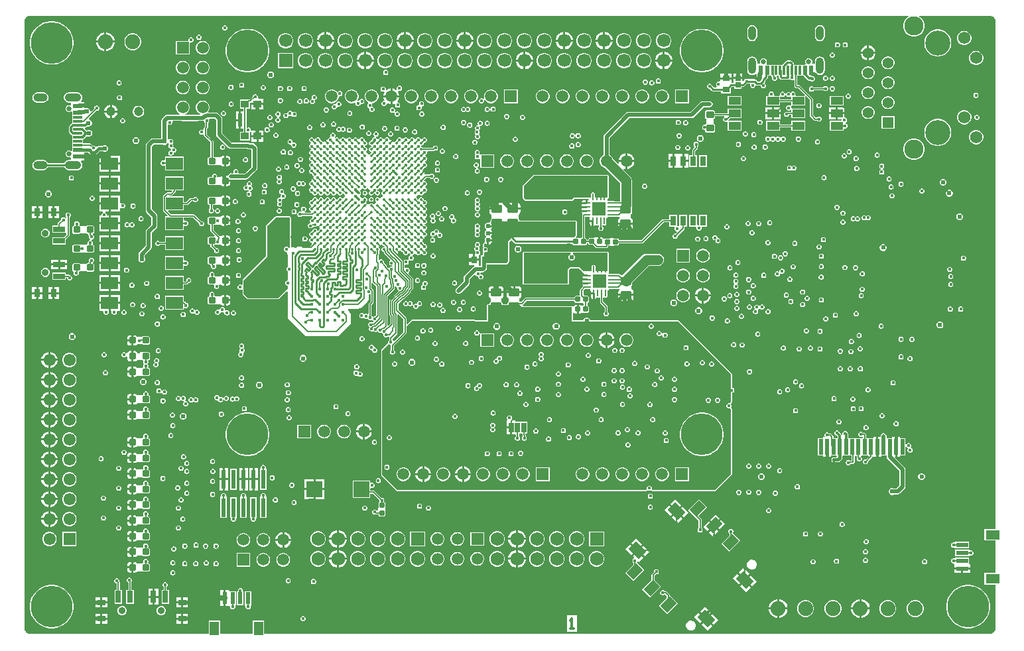
<source format=gtl>
G04*
G04 #@! TF.GenerationSoftware,Altium Limited,Altium Designer,23.10.1 (27)*
G04*
G04 Layer_Physical_Order=1*
G04 Layer_Color=255*
%FSLAX44Y44*%
%MOMM*%
G71*
G04*
G04 #@! TF.SameCoordinates,A260BEBF-06BD-4FBC-8D66-A32A8B5517DE*
G04*
G04*
G04 #@! TF.FilePolarity,Positive*
G04*
G01*
G75*
%ADD10C,0.2540*%
%ADD15C,0.2032*%
%ADD16C,0.1270*%
%ADD18C,0.3810*%
%ADD24R,1.5000X0.7000*%
%ADD25R,0.8000X1.0000*%
%ADD26R,0.5001X2.0000*%
%ADD27R,2.1600X1.5200*%
G04:AMPARAMS|DCode=28|XSize=0.8mm|YSize=0.8mm|CornerRadius=0.1mm|HoleSize=0mm|Usage=FLASHONLY|Rotation=180.000|XOffset=0mm|YOffset=0mm|HoleType=Round|Shape=RoundedRectangle|*
%AMROUNDEDRECTD28*
21,1,0.8000,0.6000,0,0,180.0*
21,1,0.6000,0.8000,0,0,180.0*
1,1,0.2000,-0.3000,0.3000*
1,1,0.2000,0.3000,0.3000*
1,1,0.2000,0.3000,-0.3000*
1,1,0.2000,-0.3000,-0.3000*
%
%ADD28ROUNDEDRECTD28*%
%ADD29C,0.3500*%
%ADD30R,1.5000X1.0000*%
%ADD31R,0.6000X1.1500*%
%ADD32R,0.6400X0.6400*%
%ADD33R,0.9500X0.7500*%
%ADD34R,0.7600X1.2700*%
%ADD35R,1.8000X1.8000*%
%ADD36O,0.9000X0.2500*%
G04:AMPARAMS|DCode=37|XSize=1.4mm|YSize=1mm|CornerRadius=0.125mm|HoleSize=0mm|Usage=FLASHONLY|Rotation=0.000|XOffset=0mm|YOffset=0mm|HoleType=Round|Shape=RoundedRectangle|*
%AMROUNDEDRECTD37*
21,1,1.4000,0.7500,0,0,0.0*
21,1,1.1500,1.0000,0,0,0.0*
1,1,0.2500,0.5750,-0.3750*
1,1,0.2500,-0.5750,-0.3750*
1,1,0.2500,-0.5750,0.3750*
1,1,0.2500,0.5750,0.3750*
%
%ADD37ROUNDEDRECTD37*%
%ADD38O,0.2500X0.9000*%
%ADD39R,1.5500X0.6000*%
G04:AMPARAMS|DCode=40|XSize=1.9mm|YSize=1.4mm|CornerRadius=0mm|HoleSize=0mm|Usage=FLASHONLY|Rotation=135.000|XOffset=0mm|YOffset=0mm|HoleType=Round|Shape=Rectangle|*
%AMROTATEDRECTD40*
4,1,4,1.1667,-0.1768,0.1768,-1.1667,-1.1667,0.1768,-0.1768,1.1667,1.1667,-0.1768,0.0*
%
%ADD40ROTATEDRECTD40*%

G04:AMPARAMS|DCode=41|XSize=0.6mm|YSize=0.6mm|CornerRadius=0.06mm|HoleSize=0mm|Usage=FLASHONLY|Rotation=90.000|XOffset=0mm|YOffset=0mm|HoleType=Round|Shape=RoundedRectangle|*
%AMROUNDEDRECTD41*
21,1,0.6000,0.4800,0,0,90.0*
21,1,0.4800,0.6000,0,0,90.0*
1,1,0.1200,0.2400,0.2400*
1,1,0.1200,0.2400,-0.2400*
1,1,0.1200,-0.2400,-0.2400*
1,1,0.1200,-0.2400,0.2400*
%
%ADD41ROUNDEDRECTD41*%
%ADD42R,0.7500X0.9500*%
G04:AMPARAMS|DCode=43|XSize=1.7mm|YSize=1.2mm|CornerRadius=0mm|HoleSize=0mm|Usage=FLASHONLY|Rotation=45.000|XOffset=0mm|YOffset=0mm|HoleType=Round|Shape=Rectangle|*
%AMROTATEDRECTD43*
4,1,4,-0.1768,-1.0253,-1.0253,-0.1768,0.1768,1.0253,1.0253,0.1768,-0.1768,-1.0253,0.0*
%
%ADD43ROTATEDRECTD43*%

%ADD44R,1.0000X0.9000*%
%ADD45R,0.5500X1.7000*%
%ADD46R,1.1500X0.6000*%
%ADD47R,1.0000X0.8000*%
%ADD48C,0.3700*%
%ADD49R,2.0000X2.0000*%
%ADD50R,0.6000X2.4000*%
%ADD51R,0.6000X1.5500*%
%ADD52R,0.7000X1.5000*%
%ADD53R,5.7000X1.6000*%
G04:AMPARAMS|DCode=54|XSize=0.6mm|YSize=0.6mm|CornerRadius=0.06mm|HoleSize=0mm|Usage=FLASHONLY|Rotation=180.000|XOffset=0mm|YOffset=0mm|HoleType=Round|Shape=RoundedRectangle|*
%AMROUNDEDRECTD54*
21,1,0.6000,0.4800,0,0,180.0*
21,1,0.4800,0.6000,0,0,180.0*
1,1,0.1200,-0.2400,0.2400*
1,1,0.1200,0.2400,0.2400*
1,1,0.1200,0.2400,-0.2400*
1,1,0.1200,-0.2400,-0.2400*
%
%ADD54ROUNDEDRECTD54*%
%ADD55R,0.6350X1.2700*%
%ADD56R,0.3000X1.1500*%
%ADD57R,1.8000X1.2000*%
G04:AMPARAMS|DCode=58|XSize=1mm|YSize=0.9mm|CornerRadius=0.1125mm|HoleSize=0mm|Usage=FLASHONLY|Rotation=0.000|XOffset=0mm|YOffset=0mm|HoleType=Round|Shape=RoundedRectangle|*
%AMROUNDEDRECTD58*
21,1,1.0000,0.6750,0,0,0.0*
21,1,0.7750,0.9000,0,0,0.0*
1,1,0.2250,0.3875,-0.3375*
1,1,0.2250,-0.3875,-0.3375*
1,1,0.2250,-0.3875,0.3375*
1,1,0.2250,0.3875,0.3375*
%
%ADD58ROUNDEDRECTD58*%
%ADD59R,1.2000X1.8000*%
%ADD60R,1.1500X0.3000*%
%ADD89C,0.9000*%
%ADD93C,1.3900*%
%ADD99C,1.5700*%
%ADD103C,3.2000*%
%ADD104R,1.3900X1.3900*%
%ADD105C,2.4500*%
G04:AMPARAMS|DCode=106|XSize=1mm|YSize=1.8mm|CornerRadius=0.5mm|HoleSize=0mm|Usage=FLASHONLY|Rotation=180.000|XOffset=0mm|YOffset=0mm|HoleType=Round|Shape=RoundedRectangle|*
%AMROUNDEDRECTD106*
21,1,1.0000,0.8000,0,0,180.0*
21,1,0.0000,1.8000,0,0,180.0*
1,1,1.0000,0.0000,0.4000*
1,1,1.0000,0.0000,0.4000*
1,1,1.0000,0.0000,-0.4000*
1,1,1.0000,0.0000,-0.4000*
%
%ADD106ROUNDEDRECTD106*%
G04:AMPARAMS|DCode=107|XSize=1mm|YSize=2.1mm|CornerRadius=0.5mm|HoleSize=0mm|Usage=FLASHONLY|Rotation=180.000|XOffset=0mm|YOffset=0mm|HoleType=Round|Shape=RoundedRectangle|*
%AMROUNDEDRECTD107*
21,1,1.0000,1.1000,0,0,180.0*
21,1,0.0000,2.1000,0,0,180.0*
1,1,1.0000,0.0000,0.5500*
1,1,1.0000,0.0000,0.5500*
1,1,1.0000,0.0000,-0.5500*
1,1,1.0000,0.0000,-0.5500*
%
%ADD107ROUNDEDRECTD107*%
%ADD108C,0.6500*%
G04:AMPARAMS|DCode=111|XSize=1mm|YSize=2.1mm|CornerRadius=0.5mm|HoleSize=0mm|Usage=FLASHONLY|Rotation=270.000|XOffset=0mm|YOffset=0mm|HoleType=Round|Shape=RoundedRectangle|*
%AMROUNDEDRECTD111*
21,1,1.0000,1.1000,0,0,270.0*
21,1,0.0000,2.1000,0,0,270.0*
1,1,1.0000,-0.5500,0.0000*
1,1,1.0000,-0.5500,0.0000*
1,1,1.0000,0.5500,0.0000*
1,1,1.0000,0.5500,0.0000*
%
%ADD111ROUNDEDRECTD111*%
G04:AMPARAMS|DCode=112|XSize=1mm|YSize=1.8mm|CornerRadius=0.5mm|HoleSize=0mm|Usage=FLASHONLY|Rotation=270.000|XOffset=0mm|YOffset=0mm|HoleType=Round|Shape=RoundedRectangle|*
%AMROUNDEDRECTD112*
21,1,1.0000,0.8000,0,0,270.0*
21,1,0.0000,1.8000,0,0,270.0*
1,1,1.0000,-0.4000,0.0000*
1,1,1.0000,-0.4000,0.0000*
1,1,1.0000,0.4000,0.0000*
1,1,1.0000,0.4000,0.0000*
%
%ADD112ROUNDEDRECTD112*%
%ADD113C,0.6350*%
%ADD114C,0.1778*%
%ADD115C,0.1524*%
%ADD116C,0.5080*%
%ADD117C,0.3048*%
%ADD118C,1.2700*%
%ADD119R,1.5000X1.5000*%
%ADD120C,1.5000*%
%ADD121C,0.6000*%
%ADD122C,0.3556*%
%ADD123C,5.3000*%
%ADD124C,1.7000*%
%ADD125C,1.9000*%
%ADD126C,1.7272*%
%ADD127C,1.2000*%
%ADD128C,1.5500*%
%ADD129R,1.5500X1.5500*%
%ADD130R,1.7000X1.7000*%
%ADD131R,1.6764X1.6764*%
%ADD132R,1.5000X1.5000*%
%ADD133C,0.4064*%
%ADD134C,0.6096*%
%ADD135C,0.6000*%
G36*
X1659494Y1074532D02*
X1660862Y1073965D01*
X1662094Y1073142D01*
X1663142Y1072094D01*
X1663965Y1070862D01*
X1664532Y1069494D01*
X1664821Y1068041D01*
Y1067300D01*
Y418870D01*
X1650890D01*
Y404330D01*
X1664821D01*
Y362870D01*
X1650890D01*
Y348330D01*
X1664821D01*
Y292700D01*
Y291959D01*
X1664532Y290506D01*
X1663965Y289138D01*
X1663142Y287906D01*
X1662094Y286858D01*
X1660862Y286035D01*
X1659494Y285468D01*
X1658041Y285179D01*
X731170D01*
Y302370D01*
X716630D01*
Y285179D01*
X675170D01*
Y302370D01*
X660630D01*
Y285179D01*
X431959D01*
X430506Y285468D01*
X429138Y286035D01*
X427906Y286858D01*
X426858Y287906D01*
X426035Y289138D01*
X425468Y290506D01*
X425179Y291959D01*
Y292700D01*
Y1067300D01*
Y1068041D01*
X425468Y1069494D01*
X426035Y1070862D01*
X426858Y1072094D01*
X427906Y1073142D01*
X429138Y1073965D01*
X430506Y1074532D01*
X431959Y1074821D01*
X1554019D01*
X1554359Y1073551D01*
X1552399Y1072419D01*
X1549881Y1069901D01*
X1548101Y1066818D01*
X1547180Y1063380D01*
Y1059820D01*
X1548101Y1056382D01*
X1549881Y1053298D01*
X1552399Y1050781D01*
X1555482Y1049001D01*
X1558920Y1048080D01*
X1562480D01*
X1565918Y1049001D01*
X1569001Y1050781D01*
X1571519Y1053298D01*
X1573299Y1056382D01*
X1574220Y1059820D01*
Y1063380D01*
X1573299Y1066818D01*
X1571519Y1069901D01*
X1569001Y1072419D01*
X1567041Y1073551D01*
X1567381Y1074821D01*
X1658041D01*
X1659494Y1074532D01*
D02*
G37*
%LPC*%
G36*
X681657Y1062302D02*
X680343D01*
X679130Y1061799D01*
X678201Y1060870D01*
X677698Y1059657D01*
Y1058343D01*
X678201Y1057130D01*
X679130Y1056201D01*
X680343Y1055698D01*
X681657D01*
X682870Y1056201D01*
X683799Y1057130D01*
X684302Y1058343D01*
Y1059657D01*
X683799Y1060870D01*
X682870Y1061799D01*
X681657Y1062302D01*
D02*
G37*
G36*
X1166553Y1053740D02*
X1166370D01*
Y1043970D01*
X1176140D01*
Y1044153D01*
X1175388Y1046961D01*
X1173934Y1049479D01*
X1171879Y1051534D01*
X1169361Y1052988D01*
X1166553Y1053740D01*
D02*
G37*
G36*
X1163830D02*
X1163647D01*
X1160839Y1052988D01*
X1158321Y1051534D01*
X1156266Y1049479D01*
X1154812Y1046961D01*
X1154060Y1044153D01*
Y1043970D01*
X1163830D01*
Y1053740D01*
D02*
G37*
G36*
X1115753D02*
X1115570D01*
Y1043970D01*
X1125340D01*
Y1044153D01*
X1124588Y1046961D01*
X1123134Y1049479D01*
X1121079Y1051534D01*
X1118561Y1052988D01*
X1115753Y1053740D01*
D02*
G37*
G36*
X1113030D02*
X1112847D01*
X1110039Y1052988D01*
X1107521Y1051534D01*
X1105466Y1049479D01*
X1104012Y1046961D01*
X1103260Y1044153D01*
Y1043970D01*
X1113030D01*
Y1053740D01*
D02*
G37*
G36*
X988753D02*
X988570D01*
Y1043970D01*
X998340D01*
Y1044153D01*
X997588Y1046961D01*
X996134Y1049479D01*
X994079Y1051534D01*
X991561Y1052988D01*
X988753Y1053740D01*
D02*
G37*
G36*
X986030D02*
X985847D01*
X983039Y1052988D01*
X980521Y1051534D01*
X978466Y1049479D01*
X977012Y1046961D01*
X976260Y1044153D01*
Y1043970D01*
X986030D01*
Y1053740D01*
D02*
G37*
G36*
X912553D02*
X912370D01*
Y1043970D01*
X922140D01*
Y1044153D01*
X921388Y1046961D01*
X919934Y1049479D01*
X917879Y1051534D01*
X915361Y1052988D01*
X912553Y1053740D01*
D02*
G37*
G36*
X909830D02*
X909647D01*
X906839Y1052988D01*
X904321Y1051534D01*
X902266Y1049479D01*
X900812Y1046961D01*
X900060Y1044153D01*
Y1043970D01*
X909830D01*
Y1053740D01*
D02*
G37*
G36*
X810953D02*
X810770D01*
Y1043970D01*
X820540D01*
Y1044153D01*
X819788Y1046961D01*
X818334Y1049479D01*
X816279Y1051534D01*
X813761Y1052988D01*
X810953Y1053740D01*
D02*
G37*
G36*
X808230D02*
X808047D01*
X805239Y1052988D01*
X802721Y1051534D01*
X800666Y1049479D01*
X799212Y1046961D01*
X798460Y1044153D01*
Y1043970D01*
X808230D01*
Y1053740D01*
D02*
G37*
G36*
X648657Y1050302D02*
X647343D01*
X646130Y1049799D01*
X645201Y1048870D01*
X644698Y1047657D01*
Y1046343D01*
X645201Y1045130D01*
X646130Y1044201D01*
X647343Y1043698D01*
X648657D01*
X649870Y1044201D01*
X650799Y1045130D01*
X651302Y1046343D01*
Y1047657D01*
X650799Y1048870D01*
X649870Y1049799D01*
X648657Y1050302D01*
D02*
G37*
G36*
X530185Y1053440D02*
X529870D01*
Y1042670D01*
X540640D01*
Y1042985D01*
X539819Y1046047D01*
X538234Y1048793D01*
X535993Y1051034D01*
X533247Y1052619D01*
X530185Y1053440D01*
D02*
G37*
G36*
X527330D02*
X527015D01*
X523953Y1052619D01*
X521207Y1051034D01*
X518966Y1048793D01*
X517381Y1046047D01*
X516560Y1042985D01*
Y1042670D01*
X527330D01*
Y1053440D01*
D02*
G37*
G36*
X1440700Y1062943D02*
X1438254Y1062456D01*
X1436180Y1061070D01*
X1434794Y1058996D01*
X1434307Y1056550D01*
Y1048550D01*
X1434794Y1046104D01*
X1436180Y1044030D01*
X1438254Y1042644D01*
X1440700Y1042157D01*
X1443146Y1042644D01*
X1445220Y1044030D01*
X1446606Y1046104D01*
X1447093Y1048550D01*
Y1056550D01*
X1446606Y1058996D01*
X1445220Y1061070D01*
X1443146Y1062456D01*
X1440700Y1062943D01*
D02*
G37*
G36*
X1354300D02*
X1351854Y1062456D01*
X1349780Y1061070D01*
X1348394Y1058996D01*
X1347907Y1056550D01*
Y1048550D01*
X1348394Y1046104D01*
X1349780Y1044030D01*
X1351854Y1042644D01*
X1354300Y1042157D01*
X1356746Y1042644D01*
X1358820Y1044030D01*
X1360206Y1046104D01*
X1360693Y1048550D01*
Y1056550D01*
X1360206Y1058996D01*
X1358820Y1061070D01*
X1356746Y1062456D01*
X1354300Y1062943D01*
D02*
G37*
G36*
X638657Y1047365D02*
X637343D01*
X636130Y1046862D01*
X635201Y1045933D01*
X634698Y1044720D01*
Y1043406D01*
X634126Y1042550D01*
X618610D01*
Y1025010D01*
X636150D01*
Y1040112D01*
X637206Y1040818D01*
X637343Y1040761D01*
X638657D01*
X639870Y1041264D01*
X640799Y1042193D01*
X641302Y1043406D01*
Y1044720D01*
X640799Y1045933D01*
X639870Y1046862D01*
X638657Y1047365D01*
D02*
G37*
G36*
X1626201Y1055220D02*
X1623799D01*
X1621480Y1054598D01*
X1619400Y1053398D01*
X1617702Y1051700D01*
X1616501Y1049620D01*
X1615880Y1047301D01*
Y1044899D01*
X1616501Y1042580D01*
X1617702Y1040500D01*
X1619400Y1038802D01*
X1621480Y1037601D01*
X1623799Y1036980D01*
X1626201D01*
X1628520Y1037601D01*
X1630600Y1038802D01*
X1632298Y1040500D01*
X1633499Y1042580D01*
X1634120Y1044899D01*
Y1047301D01*
X1633499Y1049620D01*
X1632298Y1051700D01*
X1630600Y1053398D01*
X1628520Y1054598D01*
X1626201Y1055220D01*
D02*
G37*
G36*
X1473777Y1040844D02*
X1472463D01*
X1471250Y1040342D01*
X1470321Y1039413D01*
X1469818Y1038199D01*
Y1036885D01*
X1470321Y1035672D01*
X1471250Y1034743D01*
X1472463Y1034240D01*
X1473777D01*
X1474991Y1034743D01*
X1475920Y1035672D01*
X1476422Y1036885D01*
Y1038199D01*
X1475920Y1039413D01*
X1474991Y1040342D01*
X1473777Y1040844D01*
D02*
G37*
G36*
X1463777D02*
X1462463D01*
X1461250Y1040342D01*
X1460321Y1039413D01*
X1459818Y1038199D01*
Y1036885D01*
X1460321Y1035672D01*
X1461250Y1034743D01*
X1462463Y1034240D01*
X1463777D01*
X1464991Y1034743D01*
X1465920Y1035672D01*
X1466422Y1036885D01*
Y1038199D01*
X1465920Y1039413D01*
X1464991Y1040342D01*
X1463777Y1040844D01*
D02*
G37*
G36*
X1242586Y1052470D02*
X1240014D01*
X1237529Y1051804D01*
X1235301Y1050518D01*
X1233482Y1048699D01*
X1232196Y1046471D01*
X1231530Y1043986D01*
Y1041414D01*
X1232196Y1038929D01*
X1233482Y1036701D01*
X1235301Y1034882D01*
X1237529Y1033596D01*
X1240014Y1032930D01*
X1242586D01*
X1245071Y1033596D01*
X1247299Y1034882D01*
X1249118Y1036701D01*
X1250404Y1038929D01*
X1251070Y1041414D01*
Y1043986D01*
X1250404Y1046471D01*
X1249118Y1048699D01*
X1247299Y1050518D01*
X1245071Y1051804D01*
X1242586Y1052470D01*
D02*
G37*
G36*
X1217186D02*
X1214614D01*
X1212129Y1051804D01*
X1209901Y1050518D01*
X1208082Y1048699D01*
X1206796Y1046471D01*
X1206130Y1043986D01*
Y1041414D01*
X1206796Y1038929D01*
X1208082Y1036701D01*
X1209901Y1034882D01*
X1212129Y1033596D01*
X1214614Y1032930D01*
X1217186D01*
X1219671Y1033596D01*
X1221899Y1034882D01*
X1223718Y1036701D01*
X1225004Y1038929D01*
X1225670Y1041414D01*
Y1043986D01*
X1225004Y1046471D01*
X1223718Y1048699D01*
X1221899Y1050518D01*
X1219671Y1051804D01*
X1217186Y1052470D01*
D02*
G37*
G36*
X1191786D02*
X1189214D01*
X1186729Y1051804D01*
X1184501Y1050518D01*
X1182682Y1048699D01*
X1181396Y1046471D01*
X1180730Y1043986D01*
Y1041414D01*
X1181396Y1038929D01*
X1182682Y1036701D01*
X1184501Y1034882D01*
X1186729Y1033596D01*
X1189214Y1032930D01*
X1191786D01*
X1194271Y1033596D01*
X1196499Y1034882D01*
X1198318Y1036701D01*
X1199604Y1038929D01*
X1200270Y1041414D01*
Y1043986D01*
X1199604Y1046471D01*
X1198318Y1048699D01*
X1196499Y1050518D01*
X1194271Y1051804D01*
X1191786Y1052470D01*
D02*
G37*
G36*
X1140986D02*
X1138414D01*
X1135929Y1051804D01*
X1133701Y1050518D01*
X1131882Y1048699D01*
X1130596Y1046471D01*
X1129930Y1043986D01*
Y1041414D01*
X1130596Y1038929D01*
X1131882Y1036701D01*
X1133701Y1034882D01*
X1135929Y1033596D01*
X1138414Y1032930D01*
X1140986D01*
X1143471Y1033596D01*
X1145699Y1034882D01*
X1147518Y1036701D01*
X1148804Y1038929D01*
X1149470Y1041414D01*
Y1043986D01*
X1148804Y1046471D01*
X1147518Y1048699D01*
X1145699Y1050518D01*
X1143471Y1051804D01*
X1140986Y1052470D01*
D02*
G37*
G36*
X1090186D02*
X1087614D01*
X1085129Y1051804D01*
X1082901Y1050518D01*
X1081082Y1048699D01*
X1079796Y1046471D01*
X1079130Y1043986D01*
Y1041414D01*
X1079796Y1038929D01*
X1081082Y1036701D01*
X1082901Y1034882D01*
X1085129Y1033596D01*
X1087614Y1032930D01*
X1090186D01*
X1092671Y1033596D01*
X1094899Y1034882D01*
X1096718Y1036701D01*
X1098004Y1038929D01*
X1098670Y1041414D01*
Y1043986D01*
X1098004Y1046471D01*
X1096718Y1048699D01*
X1094899Y1050518D01*
X1092671Y1051804D01*
X1090186Y1052470D01*
D02*
G37*
G36*
X1064786D02*
X1062214D01*
X1059729Y1051804D01*
X1057501Y1050518D01*
X1055682Y1048699D01*
X1054396Y1046471D01*
X1053730Y1043986D01*
Y1041414D01*
X1054396Y1038929D01*
X1055682Y1036701D01*
X1057501Y1034882D01*
X1059729Y1033596D01*
X1062214Y1032930D01*
X1064786D01*
X1067271Y1033596D01*
X1069499Y1034882D01*
X1071318Y1036701D01*
X1072604Y1038929D01*
X1073270Y1041414D01*
Y1043986D01*
X1072604Y1046471D01*
X1071318Y1048699D01*
X1069499Y1050518D01*
X1067271Y1051804D01*
X1064786Y1052470D01*
D02*
G37*
G36*
X1039386D02*
X1036814D01*
X1034329Y1051804D01*
X1032101Y1050518D01*
X1030282Y1048699D01*
X1028996Y1046471D01*
X1028330Y1043986D01*
Y1041414D01*
X1028996Y1038929D01*
X1030282Y1036701D01*
X1032101Y1034882D01*
X1034329Y1033596D01*
X1036814Y1032930D01*
X1039386D01*
X1041871Y1033596D01*
X1044099Y1034882D01*
X1045918Y1036701D01*
X1047204Y1038929D01*
X1047870Y1041414D01*
Y1043986D01*
X1047204Y1046471D01*
X1045918Y1048699D01*
X1044099Y1050518D01*
X1041871Y1051804D01*
X1039386Y1052470D01*
D02*
G37*
G36*
X1013986D02*
X1011414D01*
X1008929Y1051804D01*
X1006701Y1050518D01*
X1004882Y1048699D01*
X1003596Y1046471D01*
X1002930Y1043986D01*
Y1041414D01*
X1003596Y1038929D01*
X1004882Y1036701D01*
X1006701Y1034882D01*
X1008929Y1033596D01*
X1011414Y1032930D01*
X1013986D01*
X1016471Y1033596D01*
X1018699Y1034882D01*
X1020518Y1036701D01*
X1021804Y1038929D01*
X1022470Y1041414D01*
Y1043986D01*
X1021804Y1046471D01*
X1020518Y1048699D01*
X1018699Y1050518D01*
X1016471Y1051804D01*
X1013986Y1052470D01*
D02*
G37*
G36*
X963186D02*
X960614D01*
X958129Y1051804D01*
X955901Y1050518D01*
X954082Y1048699D01*
X952796Y1046471D01*
X952130Y1043986D01*
Y1041414D01*
X952796Y1038929D01*
X954082Y1036701D01*
X955901Y1034882D01*
X958129Y1033596D01*
X960614Y1032930D01*
X963186D01*
X965671Y1033596D01*
X967899Y1034882D01*
X969718Y1036701D01*
X971004Y1038929D01*
X971670Y1041414D01*
Y1043986D01*
X971004Y1046471D01*
X969718Y1048699D01*
X967899Y1050518D01*
X965671Y1051804D01*
X963186Y1052470D01*
D02*
G37*
G36*
X937786D02*
X935214D01*
X932729Y1051804D01*
X930501Y1050518D01*
X928682Y1048699D01*
X927396Y1046471D01*
X926730Y1043986D01*
Y1041414D01*
X927396Y1038929D01*
X928682Y1036701D01*
X930501Y1034882D01*
X932729Y1033596D01*
X935214Y1032930D01*
X937786D01*
X940271Y1033596D01*
X942499Y1034882D01*
X944318Y1036701D01*
X945604Y1038929D01*
X946270Y1041414D01*
Y1043986D01*
X945604Y1046471D01*
X944318Y1048699D01*
X942499Y1050518D01*
X940271Y1051804D01*
X937786Y1052470D01*
D02*
G37*
G36*
X886986D02*
X884414D01*
X881929Y1051804D01*
X879701Y1050518D01*
X877882Y1048699D01*
X876596Y1046471D01*
X875930Y1043986D01*
Y1041414D01*
X876596Y1038929D01*
X877882Y1036701D01*
X879701Y1034882D01*
X881929Y1033596D01*
X884414Y1032930D01*
X886986D01*
X889471Y1033596D01*
X891699Y1034882D01*
X893518Y1036701D01*
X894804Y1038929D01*
X895470Y1041414D01*
Y1043986D01*
X894804Y1046471D01*
X893518Y1048699D01*
X891699Y1050518D01*
X889471Y1051804D01*
X886986Y1052470D01*
D02*
G37*
G36*
X861586D02*
X859014D01*
X856529Y1051804D01*
X854301Y1050518D01*
X852482Y1048699D01*
X851196Y1046471D01*
X850530Y1043986D01*
Y1041414D01*
X851196Y1038929D01*
X852482Y1036701D01*
X854301Y1034882D01*
X856529Y1033596D01*
X859014Y1032930D01*
X861586D01*
X864071Y1033596D01*
X866299Y1034882D01*
X868118Y1036701D01*
X869404Y1038929D01*
X870070Y1041414D01*
Y1043986D01*
X869404Y1046471D01*
X868118Y1048699D01*
X866299Y1050518D01*
X864071Y1051804D01*
X861586Y1052470D01*
D02*
G37*
G36*
X836186D02*
X833614D01*
X831129Y1051804D01*
X828901Y1050518D01*
X827082Y1048699D01*
X825796Y1046471D01*
X825130Y1043986D01*
Y1041414D01*
X825796Y1038929D01*
X827082Y1036701D01*
X828901Y1034882D01*
X831129Y1033596D01*
X833614Y1032930D01*
X836186D01*
X838671Y1033596D01*
X840899Y1034882D01*
X842718Y1036701D01*
X844004Y1038929D01*
X844670Y1041414D01*
Y1043986D01*
X844004Y1046471D01*
X842718Y1048699D01*
X840899Y1050518D01*
X838671Y1051804D01*
X836186Y1052470D01*
D02*
G37*
G36*
X785386D02*
X782814D01*
X780329Y1051804D01*
X778101Y1050518D01*
X776282Y1048699D01*
X774996Y1046471D01*
X774330Y1043986D01*
Y1041414D01*
X774996Y1038929D01*
X776282Y1036701D01*
X778101Y1034882D01*
X780329Y1033596D01*
X782814Y1032930D01*
X785386D01*
X787871Y1033596D01*
X790099Y1034882D01*
X791918Y1036701D01*
X793204Y1038929D01*
X793870Y1041414D01*
Y1043986D01*
X793204Y1046471D01*
X791918Y1048699D01*
X790099Y1050518D01*
X787871Y1051804D01*
X785386Y1052470D01*
D02*
G37*
G36*
X759986D02*
X757414D01*
X754929Y1051804D01*
X752701Y1050518D01*
X750882Y1048699D01*
X749596Y1046471D01*
X748930Y1043986D01*
Y1041414D01*
X749596Y1038929D01*
X750882Y1036701D01*
X752701Y1034882D01*
X754929Y1033596D01*
X757414Y1032930D01*
X759986D01*
X762471Y1033596D01*
X764699Y1034882D01*
X766518Y1036701D01*
X767804Y1038929D01*
X768470Y1041414D01*
Y1043986D01*
X767804Y1046471D01*
X766518Y1048699D01*
X764699Y1050518D01*
X762471Y1051804D01*
X759986Y1052470D01*
D02*
G37*
G36*
X1176140Y1041430D02*
X1166370D01*
Y1031660D01*
X1166553D01*
X1169361Y1032412D01*
X1171879Y1033866D01*
X1173934Y1035921D01*
X1175388Y1038439D01*
X1176140Y1041247D01*
Y1041430D01*
D02*
G37*
G36*
X1163830D02*
X1154060D01*
Y1041247D01*
X1154812Y1038439D01*
X1156266Y1035921D01*
X1158321Y1033866D01*
X1160839Y1032412D01*
X1163647Y1031660D01*
X1163830D01*
Y1041430D01*
D02*
G37*
G36*
X1125340D02*
X1115570D01*
Y1031660D01*
X1115753D01*
X1118561Y1032412D01*
X1121079Y1033866D01*
X1123134Y1035921D01*
X1124588Y1038439D01*
X1125340Y1041247D01*
Y1041430D01*
D02*
G37*
G36*
X1113030D02*
X1103260D01*
Y1041247D01*
X1104012Y1038439D01*
X1105466Y1035921D01*
X1107521Y1033866D01*
X1110039Y1032412D01*
X1112847Y1031660D01*
X1113030D01*
Y1041430D01*
D02*
G37*
G36*
X998340D02*
X988570D01*
Y1031660D01*
X988753D01*
X991561Y1032412D01*
X994079Y1033866D01*
X996134Y1035921D01*
X997588Y1038439D01*
X998340Y1041247D01*
Y1041430D01*
D02*
G37*
G36*
X986030D02*
X976260D01*
Y1041247D01*
X977012Y1038439D01*
X978466Y1035921D01*
X980521Y1033866D01*
X983039Y1032412D01*
X985847Y1031660D01*
X986030D01*
Y1041430D01*
D02*
G37*
G36*
X922140D02*
X912370D01*
Y1031660D01*
X912553D01*
X915361Y1032412D01*
X917879Y1033866D01*
X919934Y1035921D01*
X921388Y1038439D01*
X922140Y1041247D01*
Y1041430D01*
D02*
G37*
G36*
X909830D02*
X900060D01*
Y1041247D01*
X900812Y1038439D01*
X902266Y1035921D01*
X904321Y1033866D01*
X906839Y1032412D01*
X909647Y1031660D01*
X909830D01*
Y1041430D01*
D02*
G37*
G36*
X820540D02*
X810770D01*
Y1031660D01*
X810953D01*
X813761Y1032412D01*
X816279Y1033866D01*
X818334Y1035921D01*
X819788Y1038439D01*
X820540Y1041247D01*
Y1041430D01*
D02*
G37*
G36*
X808230D02*
X798460D01*
Y1041247D01*
X799212Y1038439D01*
X800666Y1035921D01*
X802721Y1033866D01*
X805239Y1032412D01*
X808047Y1031660D01*
X808230D01*
Y1041430D01*
D02*
G37*
G36*
X565018Y1052170D02*
X562182D01*
X559443Y1051436D01*
X556987Y1050018D01*
X554982Y1048013D01*
X553564Y1045557D01*
X552830Y1042818D01*
Y1039982D01*
X553564Y1037243D01*
X554982Y1034787D01*
X556987Y1032782D01*
X559443Y1031364D01*
X562182Y1030630D01*
X565018D01*
X567757Y1031364D01*
X570213Y1032782D01*
X572218Y1034787D01*
X573636Y1037243D01*
X574370Y1039982D01*
Y1042818D01*
X573636Y1045557D01*
X572218Y1048013D01*
X570213Y1050018D01*
X567757Y1051436D01*
X565018Y1052170D01*
D02*
G37*
G36*
X540640Y1040130D02*
X529870D01*
Y1029360D01*
X530185D01*
X533247Y1030181D01*
X535993Y1031766D01*
X538234Y1034007D01*
X539819Y1036753D01*
X540640Y1039815D01*
Y1040130D01*
D02*
G37*
G36*
X527330D02*
X516560D01*
Y1039815D01*
X517381Y1036753D01*
X518966Y1034007D01*
X521207Y1031766D01*
X523953Y1030181D01*
X527015Y1029360D01*
X527330D01*
Y1040130D01*
D02*
G37*
G36*
X1503570Y1036784D02*
Y1028570D01*
X1511785D01*
X1511143Y1030963D01*
X1509894Y1033127D01*
X1508127Y1034894D01*
X1505963Y1036143D01*
X1503570Y1036784D01*
D02*
G37*
G36*
X1501030Y1036785D02*
X1498637Y1036143D01*
X1496473Y1034894D01*
X1494706Y1033127D01*
X1493457Y1030963D01*
X1492816Y1028570D01*
X1501030D01*
Y1036785D01*
D02*
G37*
G36*
X653935Y1042550D02*
X651625D01*
X649395Y1041952D01*
X647395Y1040798D01*
X645762Y1039165D01*
X644608Y1037165D01*
X644010Y1034935D01*
Y1032625D01*
X644608Y1030395D01*
X645762Y1028395D01*
X647395Y1026762D01*
X649395Y1025608D01*
X651625Y1025010D01*
X653935D01*
X656165Y1025608D01*
X658165Y1026762D01*
X659798Y1028395D01*
X660952Y1030395D01*
X661550Y1032625D01*
Y1034935D01*
X660952Y1037165D01*
X659798Y1039165D01*
X658165Y1040798D01*
X656165Y1041952D01*
X653935Y1042550D01*
D02*
G37*
G36*
X1592901Y1057270D02*
X1589499D01*
X1586163Y1056606D01*
X1583020Y1055304D01*
X1580191Y1053415D01*
X1577785Y1051009D01*
X1575896Y1048180D01*
X1574594Y1045038D01*
X1573930Y1041701D01*
Y1038299D01*
X1574594Y1034962D01*
X1575896Y1031820D01*
X1577785Y1028991D01*
X1580191Y1026585D01*
X1583020Y1024696D01*
X1586163Y1023394D01*
X1589499Y1022730D01*
X1592901D01*
X1596237Y1023394D01*
X1599380Y1024696D01*
X1602209Y1026585D01*
X1604615Y1028991D01*
X1606505Y1031820D01*
X1607806Y1034962D01*
X1608470Y1038299D01*
Y1041701D01*
X1607806Y1045038D01*
X1606505Y1048180D01*
X1604615Y1051009D01*
X1602209Y1053415D01*
X1599380Y1055304D01*
X1596237Y1056606D01*
X1592901Y1057270D01*
D02*
G37*
G36*
X1457300Y1027555D02*
X1455986D01*
X1454773Y1027053D01*
X1453844Y1026124D01*
X1453341Y1024910D01*
Y1023597D01*
X1453844Y1022383D01*
X1454773Y1021454D01*
X1455986Y1020952D01*
X1457300D01*
X1458514Y1021454D01*
X1459443Y1022383D01*
X1459945Y1023597D01*
Y1024910D01*
X1459443Y1026124D01*
X1458514Y1027053D01*
X1457300Y1027555D01*
D02*
G37*
G36*
X1242753Y1028340D02*
X1242570D01*
Y1018570D01*
X1252340D01*
Y1018753D01*
X1251588Y1021561D01*
X1250134Y1024079D01*
X1248079Y1026134D01*
X1245561Y1027588D01*
X1242753Y1028340D01*
D02*
G37*
G36*
X1240030D02*
X1239847D01*
X1237039Y1027588D01*
X1234521Y1026134D01*
X1232466Y1024079D01*
X1231012Y1021561D01*
X1230260Y1018753D01*
Y1018570D01*
X1240030D01*
Y1028340D01*
D02*
G37*
G36*
X1064953D02*
X1064770D01*
Y1018570D01*
X1074540D01*
Y1018753D01*
X1073788Y1021561D01*
X1072334Y1024079D01*
X1070279Y1026134D01*
X1067761Y1027588D01*
X1064953Y1028340D01*
D02*
G37*
G36*
X1062230D02*
X1062047D01*
X1059239Y1027588D01*
X1056721Y1026134D01*
X1054666Y1024079D01*
X1053212Y1021561D01*
X1052460Y1018753D01*
Y1018570D01*
X1062230D01*
Y1028340D01*
D02*
G37*
G36*
X861753D02*
X861570D01*
Y1018570D01*
X871340D01*
Y1018753D01*
X870588Y1021561D01*
X869134Y1024079D01*
X867079Y1026134D01*
X864561Y1027588D01*
X861753Y1028340D01*
D02*
G37*
G36*
X859030D02*
X858847D01*
X856039Y1027588D01*
X853521Y1026134D01*
X851466Y1024079D01*
X850012Y1021561D01*
X849260Y1018753D01*
Y1018570D01*
X859030D01*
Y1028340D01*
D02*
G37*
G36*
X1511785Y1026030D02*
X1503570D01*
Y1017815D01*
X1505963Y1018457D01*
X1508127Y1019706D01*
X1509894Y1021473D01*
X1511143Y1023637D01*
X1511785Y1026030D01*
D02*
G37*
G36*
X1501030D02*
X1492816D01*
X1493457Y1023637D01*
X1494706Y1021473D01*
X1496473Y1019706D01*
X1498637Y1018457D01*
X1501030Y1017815D01*
Y1026030D01*
D02*
G37*
G36*
X1440700Y1022643D02*
X1438254Y1022156D01*
X1436180Y1020770D01*
X1434794Y1018697D01*
X1434307Y1016250D01*
Y1013290D01*
X1431416D01*
X1430711Y1014346D01*
X1430920Y1014851D01*
Y1016649D01*
X1430232Y1018310D01*
X1428960Y1019582D01*
X1427299Y1020270D01*
X1425501D01*
X1423840Y1019582D01*
X1422568Y1018310D01*
X1421880Y1016649D01*
Y1014851D01*
X1422527Y1013290D01*
X1422078Y1012020D01*
X1407590D01*
Y1013080D01*
X1407393Y1014071D01*
X1406831Y1014911D01*
X1405181Y1016561D01*
X1404341Y1017123D01*
X1403350Y1017320D01*
X1398888D01*
X1397897Y1017123D01*
X1397057Y1016561D01*
X1393399Y1012903D01*
X1392837Y1012063D01*
X1392829Y1012020D01*
X1372922D01*
X1372473Y1013290D01*
X1373120Y1014851D01*
Y1016649D01*
X1372432Y1018310D01*
X1371160Y1019582D01*
X1369499Y1020270D01*
X1367701D01*
X1366040Y1019582D01*
X1364768Y1018310D01*
X1364080Y1016649D01*
Y1014851D01*
X1364289Y1014346D01*
X1363584Y1013290D01*
X1360693D01*
Y1016250D01*
X1360206Y1018697D01*
X1358820Y1020770D01*
X1356746Y1022156D01*
X1354300Y1022643D01*
X1351854Y1022156D01*
X1349780Y1020770D01*
X1348394Y1018697D01*
X1347907Y1016250D01*
Y1005250D01*
X1348394Y1002804D01*
X1349780Y1000730D01*
X1351854Y999344D01*
X1354300Y998857D01*
X1356746Y999344D01*
X1358690Y1000642D01*
X1359960Y1000323D01*
Y996710D01*
X1364230D01*
Y1005000D01*
X1366770D01*
Y996710D01*
X1366794D01*
X1367280Y995537D01*
X1366757Y995013D01*
X1366195Y994173D01*
X1365998Y993182D01*
Y992758D01*
X1364242Y991002D01*
X1361293D01*
X1359463Y992831D01*
X1358623Y993393D01*
X1357632Y993590D01*
X1349080D01*
X1348870Y993799D01*
X1347657Y994302D01*
X1346343D01*
X1345130Y993799D01*
X1344201Y992870D01*
X1343718Y991704D01*
X1343650Y991623D01*
X1343024Y991175D01*
X1341780Y991754D01*
Y993930D01*
X1336040D01*
X1330300D01*
Y989460D01*
X1329391Y988590D01*
X1328090D01*
Y993445D01*
X1320800D01*
X1313510D01*
Y991120D01*
X1312240Y990271D01*
X1312059Y990346D01*
X1310745D01*
X1309532Y989843D01*
X1308603Y988914D01*
X1308100Y987701D01*
Y986387D01*
X1308603Y985174D01*
X1309201Y984575D01*
X1308734Y983305D01*
X1305323D01*
X1303270Y985359D01*
X1302849Y986374D01*
X1301920Y987303D01*
X1300706Y987806D01*
X1299393D01*
X1298179Y987303D01*
X1297250Y986374D01*
X1296748Y985161D01*
Y983847D01*
X1297250Y982634D01*
X1298179Y981705D01*
X1299393Y981202D01*
X1300102D01*
X1302419Y978884D01*
X1303260Y978323D01*
X1304251Y978126D01*
X1314780D01*
Y975695D01*
X1326820D01*
Y982073D01*
X1328157Y983410D01*
X1331570D01*
Y981530D01*
X1340510D01*
Y983410D01*
X1342000D01*
X1342991Y983607D01*
X1343831Y984169D01*
X1347361Y987698D01*
X1347657D01*
X1348870Y988201D01*
X1349080Y988410D01*
X1351335D01*
X1352036Y987140D01*
X1351754Y986459D01*
Y985146D01*
X1352257Y983932D01*
X1353186Y983003D01*
X1354400Y982501D01*
X1355713D01*
X1356927Y983003D01*
X1357856Y983932D01*
X1358335Y985089D01*
X1358381Y985168D01*
X1358465Y985253D01*
X1359628Y985940D01*
X1360220Y985822D01*
X1365229D01*
X1365230Y985821D01*
Y984507D01*
X1365733Y983294D01*
X1366662Y982365D01*
X1367875Y981862D01*
X1369189D01*
X1370403Y982365D01*
X1371331Y983294D01*
X1371834Y984507D01*
Y985821D01*
X1371331Y987034D01*
X1370403Y987963D01*
X1370347Y987986D01*
X1370049Y989484D01*
X1370419Y989854D01*
X1370981Y990694D01*
X1371178Y991685D01*
Y992109D01*
X1373601Y994532D01*
X1374163Y995373D01*
X1374360Y996364D01*
Y997980D01*
X1378923D01*
Y997815D01*
X1379070Y997072D01*
X1379492Y996442D01*
X1379908Y996026D01*
X1379716Y995563D01*
Y994249D01*
X1380219Y993036D01*
X1381148Y992107D01*
X1382361Y991604D01*
X1383675D01*
X1384889Y992107D01*
X1385818Y993036D01*
X1386320Y994249D01*
Y995563D01*
X1385818Y996777D01*
X1386410Y997980D01*
X1387640D01*
Y997168D01*
X1387837Y996177D01*
X1388399Y995337D01*
X1389887Y993849D01*
X1390727Y993287D01*
X1391718Y993090D01*
X1398449D01*
X1399392Y993278D01*
X1399917Y993174D01*
X1400908Y993371D01*
X1401198Y993565D01*
X1402545Y993633D01*
X1403474Y992704D01*
X1404687Y992201D01*
X1406001D01*
X1406788Y992527D01*
X1408058Y991887D01*
Y984744D01*
X1408206Y984001D01*
X1408627Y983371D01*
X1409371Y982627D01*
X1410001Y982206D01*
X1410744Y982058D01*
X1413195D01*
X1421753Y973500D01*
X1421227Y972230D01*
X1420934Y972230D01*
X1420934Y972230D01*
X1420923Y972230D01*
X1410331D01*
X1409482Y973500D01*
X1409566Y973702D01*
Y975016D01*
X1409064Y976230D01*
X1408135Y977159D01*
X1406921Y977661D01*
X1405607D01*
X1404394Y977159D01*
X1403466Y976231D01*
X1402807Y976889D01*
X1401594Y977392D01*
X1400280D01*
X1399067Y976889D01*
X1398138Y975960D01*
X1397635Y974747D01*
Y973433D01*
X1398138Y972220D01*
X1399067Y971291D01*
X1400280Y970788D01*
X1401594D01*
X1402807Y971291D01*
X1403100Y971583D01*
X1404370Y971057D01*
Y967902D01*
X1389630D01*
Y971205D01*
X1390900Y971731D01*
X1391193Y971439D01*
X1392406Y970936D01*
X1393720D01*
X1394933Y971439D01*
X1395862Y972368D01*
X1396365Y973581D01*
Y974895D01*
X1395862Y976108D01*
X1394933Y977037D01*
X1393720Y977540D01*
X1392406D01*
X1391193Y977037D01*
X1390264Y976108D01*
X1389761Y974895D01*
Y973581D01*
X1389829Y973418D01*
X1388946Y972230D01*
X1382625D01*
X1381848Y973500D01*
X1382076Y974051D01*
Y975365D01*
X1381573Y976578D01*
X1380644Y977507D01*
X1379431Y978010D01*
X1378117D01*
X1376904Y977507D01*
X1375975Y976578D01*
X1375472Y975365D01*
Y974051D01*
X1375700Y973500D01*
X1374923Y972230D01*
X1372090D01*
Y959690D01*
X1389630D01*
Y964018D01*
X1404370D01*
Y960811D01*
X1404370Y960807D01*
Y960807D01*
X1404370Y960096D01*
X1403185Y959485D01*
X1402870Y959799D01*
X1401657Y960302D01*
X1400343D01*
X1399130Y959799D01*
X1398201Y958870D01*
X1397698Y957657D01*
Y956343D01*
X1398201Y955130D01*
X1399130Y954201D01*
X1400343Y953698D01*
X1401657D01*
X1402870Y954201D01*
X1403100Y954430D01*
X1404370Y953904D01*
Y951902D01*
X1400296D01*
X1400296Y951902D01*
X1399553Y951755D01*
X1399533Y951741D01*
X1398927Y951992D01*
X1397613D01*
X1396400Y951489D01*
X1395471Y950560D01*
X1394968Y949347D01*
Y948033D01*
X1395471Y946820D01*
X1396400Y945891D01*
X1397613Y945388D01*
X1398927D01*
X1400140Y945891D01*
X1401069Y946820D01*
X1401566Y948018D01*
X1404370D01*
Y943690D01*
X1421910D01*
Y956230D01*
X1405525D01*
X1404364Y956337D01*
X1404302Y957472D01*
Y957657D01*
X1403969Y958460D01*
X1403906Y958612D01*
X1404504Y959491D01*
X1404730Y959690D01*
X1405472Y959690D01*
X1421910D01*
X1421910Y971243D01*
Y971254D01*
Y971254D01*
X1421910Y971547D01*
X1422404Y971751D01*
X1423180Y972073D01*
X1428058Y967195D01*
Y947000D01*
X1428206Y946257D01*
X1428627Y945627D01*
X1432896Y941357D01*
X1433526Y940936D01*
X1434269Y940788D01*
X1434270Y940788D01*
X1436770D01*
X1437627Y939931D01*
X1438841Y939429D01*
X1440155D01*
X1441368Y939931D01*
X1442297Y940860D01*
X1442800Y942074D01*
Y943388D01*
X1442297Y944601D01*
X1441368Y945530D01*
X1440155Y946033D01*
X1438841D01*
X1437627Y945530D01*
X1436770Y944673D01*
X1435074D01*
X1431942Y947804D01*
Y968000D01*
X1431942Y968000D01*
X1431794Y968743D01*
X1431373Y969373D01*
X1415373Y985373D01*
X1414743Y985795D01*
X1414000Y985942D01*
X1411942D01*
Y997980D01*
X1420295D01*
X1420344Y997732D01*
X1420962Y996808D01*
X1425288Y992482D01*
X1425289Y992482D01*
X1426213Y991864D01*
X1427303Y991647D01*
X1427303Y991647D01*
X1428912D01*
X1429057Y991502D01*
X1430271Y991000D01*
X1431584D01*
X1432798Y991502D01*
X1433727Y992431D01*
X1434229Y993645D01*
Y994958D01*
X1434030Y995440D01*
X1434848Y996710D01*
X1435040D01*
Y1000323D01*
X1436310Y1000642D01*
X1438254Y999344D01*
X1440700Y998857D01*
X1443146Y999344D01*
X1445220Y1000730D01*
X1446606Y1002804D01*
X1447093Y1005250D01*
Y1016250D01*
X1446606Y1018697D01*
X1445220Y1020770D01*
X1443146Y1022156D01*
X1440700Y1022643D01*
D02*
G37*
G36*
X462186Y1067770D02*
X457814D01*
X453497Y1067086D01*
X449340Y1065735D01*
X445445Y1063751D01*
X441909Y1061182D01*
X438818Y1058091D01*
X436249Y1054555D01*
X434264Y1050660D01*
X432914Y1046503D01*
X432230Y1042186D01*
Y1037814D01*
X432914Y1033497D01*
X434264Y1029340D01*
X436249Y1025445D01*
X438818Y1021909D01*
X441909Y1018818D01*
X445445Y1016249D01*
X449340Y1014265D01*
X453497Y1012914D01*
X457814Y1012230D01*
X462186D01*
X466503Y1012914D01*
X470660Y1014265D01*
X474555Y1016249D01*
X478091Y1018818D01*
X481182Y1021909D01*
X483751Y1025445D01*
X485736Y1029340D01*
X487086Y1033497D01*
X487770Y1037814D01*
Y1042186D01*
X487086Y1046503D01*
X485736Y1050660D01*
X483751Y1054555D01*
X481182Y1058091D01*
X478091Y1061182D01*
X474555Y1063751D01*
X470660Y1065735D01*
X466503Y1067086D01*
X462186Y1067770D01*
D02*
G37*
G36*
X1641401Y1029820D02*
X1638999D01*
X1636680Y1029198D01*
X1634600Y1027998D01*
X1632902Y1026300D01*
X1631702Y1024220D01*
X1631080Y1021901D01*
Y1019499D01*
X1631702Y1017180D01*
X1632902Y1015100D01*
X1634600Y1013402D01*
X1636680Y1012202D01*
X1638999Y1011580D01*
X1641401D01*
X1643720Y1012202D01*
X1645800Y1013402D01*
X1647498Y1015100D01*
X1648698Y1017180D01*
X1649320Y1019499D01*
Y1021901D01*
X1648698Y1024220D01*
X1647498Y1026300D01*
X1645800Y1027998D01*
X1643720Y1029198D01*
X1641401Y1029820D01*
D02*
G37*
G36*
X1217186Y1027070D02*
X1214614D01*
X1212129Y1026404D01*
X1209901Y1025118D01*
X1208082Y1023299D01*
X1206796Y1021071D01*
X1206130Y1018586D01*
Y1016014D01*
X1206796Y1013529D01*
X1208082Y1011301D01*
X1209901Y1009482D01*
X1212129Y1008196D01*
X1214614Y1007530D01*
X1217186D01*
X1219671Y1008196D01*
X1221899Y1009482D01*
X1223718Y1011301D01*
X1225004Y1013529D01*
X1225670Y1016014D01*
Y1018586D01*
X1225004Y1021071D01*
X1223718Y1023299D01*
X1221899Y1025118D01*
X1219671Y1026404D01*
X1217186Y1027070D01*
D02*
G37*
G36*
X1191786D02*
X1189214D01*
X1186729Y1026404D01*
X1184501Y1025118D01*
X1182682Y1023299D01*
X1181396Y1021071D01*
X1180730Y1018586D01*
Y1016014D01*
X1181396Y1013529D01*
X1182682Y1011301D01*
X1184501Y1009482D01*
X1186729Y1008196D01*
X1189214Y1007530D01*
X1191786D01*
X1194271Y1008196D01*
X1196499Y1009482D01*
X1198318Y1011301D01*
X1199604Y1013529D01*
X1200270Y1016014D01*
Y1018586D01*
X1199604Y1021071D01*
X1198318Y1023299D01*
X1196499Y1025118D01*
X1194271Y1026404D01*
X1191786Y1027070D01*
D02*
G37*
G36*
X1166386D02*
X1163814D01*
X1161329Y1026404D01*
X1159101Y1025118D01*
X1157282Y1023299D01*
X1155996Y1021071D01*
X1155330Y1018586D01*
Y1016014D01*
X1155996Y1013529D01*
X1157282Y1011301D01*
X1159101Y1009482D01*
X1161329Y1008196D01*
X1163814Y1007530D01*
X1166386D01*
X1168871Y1008196D01*
X1171099Y1009482D01*
X1172918Y1011301D01*
X1174204Y1013529D01*
X1174870Y1016014D01*
Y1018586D01*
X1174204Y1021071D01*
X1172918Y1023299D01*
X1171099Y1025118D01*
X1168871Y1026404D01*
X1166386Y1027070D01*
D02*
G37*
G36*
X1140986D02*
X1138414D01*
X1135929Y1026404D01*
X1133701Y1025118D01*
X1131882Y1023299D01*
X1130596Y1021071D01*
X1129930Y1018586D01*
Y1016014D01*
X1130596Y1013529D01*
X1131882Y1011301D01*
X1133701Y1009482D01*
X1135929Y1008196D01*
X1138414Y1007530D01*
X1140986D01*
X1143471Y1008196D01*
X1145699Y1009482D01*
X1147518Y1011301D01*
X1148804Y1013529D01*
X1149470Y1016014D01*
Y1018586D01*
X1148804Y1021071D01*
X1147518Y1023299D01*
X1145699Y1025118D01*
X1143471Y1026404D01*
X1140986Y1027070D01*
D02*
G37*
G36*
X1115586D02*
X1113014D01*
X1110529Y1026404D01*
X1108301Y1025118D01*
X1106482Y1023299D01*
X1105196Y1021071D01*
X1104530Y1018586D01*
Y1016014D01*
X1105196Y1013529D01*
X1106482Y1011301D01*
X1108301Y1009482D01*
X1110529Y1008196D01*
X1113014Y1007530D01*
X1115586D01*
X1118071Y1008196D01*
X1120299Y1009482D01*
X1122118Y1011301D01*
X1123404Y1013529D01*
X1124070Y1016014D01*
Y1018586D01*
X1123404Y1021071D01*
X1122118Y1023299D01*
X1120299Y1025118D01*
X1118071Y1026404D01*
X1115586Y1027070D01*
D02*
G37*
G36*
X1090186D02*
X1087614D01*
X1085129Y1026404D01*
X1082901Y1025118D01*
X1081082Y1023299D01*
X1079796Y1021071D01*
X1079130Y1018586D01*
Y1016014D01*
X1079796Y1013529D01*
X1081082Y1011301D01*
X1082901Y1009482D01*
X1085129Y1008196D01*
X1087614Y1007530D01*
X1090186D01*
X1092671Y1008196D01*
X1094899Y1009482D01*
X1096718Y1011301D01*
X1098004Y1013529D01*
X1098670Y1016014D01*
Y1018586D01*
X1098004Y1021071D01*
X1096718Y1023299D01*
X1094899Y1025118D01*
X1092671Y1026404D01*
X1090186Y1027070D01*
D02*
G37*
G36*
X1039386D02*
X1036814D01*
X1034329Y1026404D01*
X1032101Y1025118D01*
X1030282Y1023299D01*
X1028996Y1021071D01*
X1028330Y1018586D01*
Y1016014D01*
X1028996Y1013529D01*
X1030282Y1011301D01*
X1032101Y1009482D01*
X1034329Y1008196D01*
X1036814Y1007530D01*
X1039386D01*
X1041871Y1008196D01*
X1044099Y1009482D01*
X1045918Y1011301D01*
X1047204Y1013529D01*
X1047870Y1016014D01*
Y1018586D01*
X1047204Y1021071D01*
X1045918Y1023299D01*
X1044099Y1025118D01*
X1041871Y1026404D01*
X1039386Y1027070D01*
D02*
G37*
G36*
X1013986D02*
X1011414D01*
X1008929Y1026404D01*
X1006701Y1025118D01*
X1004882Y1023299D01*
X1003596Y1021071D01*
X1002930Y1018586D01*
Y1016014D01*
X1003596Y1013529D01*
X1004882Y1011301D01*
X1006701Y1009482D01*
X1008929Y1008196D01*
X1011414Y1007530D01*
X1013986D01*
X1016471Y1008196D01*
X1018699Y1009482D01*
X1020518Y1011301D01*
X1021804Y1013529D01*
X1022470Y1016014D01*
Y1018586D01*
X1021804Y1021071D01*
X1020518Y1023299D01*
X1018699Y1025118D01*
X1016471Y1026404D01*
X1013986Y1027070D01*
D02*
G37*
G36*
X988586D02*
X986014D01*
X983529Y1026404D01*
X981301Y1025118D01*
X979482Y1023299D01*
X978196Y1021071D01*
X977530Y1018586D01*
Y1016014D01*
X978196Y1013529D01*
X979482Y1011301D01*
X981301Y1009482D01*
X983529Y1008196D01*
X986014Y1007530D01*
X988586D01*
X991071Y1008196D01*
X993299Y1009482D01*
X995118Y1011301D01*
X996404Y1013529D01*
X997070Y1016014D01*
Y1018586D01*
X996404Y1021071D01*
X995118Y1023299D01*
X993299Y1025118D01*
X991071Y1026404D01*
X988586Y1027070D01*
D02*
G37*
G36*
X963186D02*
X960614D01*
X958129Y1026404D01*
X955901Y1025118D01*
X954082Y1023299D01*
X952796Y1021071D01*
X952130Y1018586D01*
Y1016014D01*
X952796Y1013529D01*
X954082Y1011301D01*
X955901Y1009482D01*
X958129Y1008196D01*
X960614Y1007530D01*
X963186D01*
X965671Y1008196D01*
X967899Y1009482D01*
X969718Y1011301D01*
X971004Y1013529D01*
X971670Y1016014D01*
Y1018586D01*
X971004Y1021071D01*
X969718Y1023299D01*
X967899Y1025118D01*
X965671Y1026404D01*
X963186Y1027070D01*
D02*
G37*
G36*
X937786D02*
X935214D01*
X932729Y1026404D01*
X930501Y1025118D01*
X928682Y1023299D01*
X927396Y1021071D01*
X926730Y1018586D01*
Y1016014D01*
X927396Y1013529D01*
X928682Y1011301D01*
X930501Y1009482D01*
X932729Y1008196D01*
X935214Y1007530D01*
X937786D01*
X940271Y1008196D01*
X942499Y1009482D01*
X944318Y1011301D01*
X945604Y1013529D01*
X946270Y1016014D01*
Y1018586D01*
X945604Y1021071D01*
X944318Y1023299D01*
X942499Y1025118D01*
X940271Y1026404D01*
X937786Y1027070D01*
D02*
G37*
G36*
X912386D02*
X909814D01*
X907329Y1026404D01*
X905101Y1025118D01*
X903282Y1023299D01*
X901996Y1021071D01*
X901330Y1018586D01*
Y1016014D01*
X901996Y1013529D01*
X903282Y1011301D01*
X905101Y1009482D01*
X907329Y1008196D01*
X909814Y1007530D01*
X912386D01*
X914871Y1008196D01*
X917099Y1009482D01*
X918918Y1011301D01*
X920204Y1013529D01*
X920870Y1016014D01*
Y1018586D01*
X920204Y1021071D01*
X918918Y1023299D01*
X917099Y1025118D01*
X914871Y1026404D01*
X912386Y1027070D01*
D02*
G37*
G36*
X886986D02*
X884414D01*
X881929Y1026404D01*
X879701Y1025118D01*
X877882Y1023299D01*
X876596Y1021071D01*
X875930Y1018586D01*
Y1016014D01*
X876596Y1013529D01*
X877882Y1011301D01*
X879701Y1009482D01*
X881929Y1008196D01*
X884414Y1007530D01*
X886986D01*
X889471Y1008196D01*
X891699Y1009482D01*
X893518Y1011301D01*
X894804Y1013529D01*
X895470Y1016014D01*
Y1018586D01*
X894804Y1021071D01*
X893518Y1023299D01*
X891699Y1025118D01*
X889471Y1026404D01*
X886986Y1027070D01*
D02*
G37*
G36*
X836186D02*
X833614D01*
X831129Y1026404D01*
X828901Y1025118D01*
X827082Y1023299D01*
X825796Y1021071D01*
X825130Y1018586D01*
Y1016014D01*
X825796Y1013529D01*
X827082Y1011301D01*
X828901Y1009482D01*
X831129Y1008196D01*
X833614Y1007530D01*
X836186D01*
X838671Y1008196D01*
X840899Y1009482D01*
X842718Y1011301D01*
X844004Y1013529D01*
X844670Y1016014D01*
Y1018586D01*
X844004Y1021071D01*
X842718Y1023299D01*
X840899Y1025118D01*
X838671Y1026404D01*
X836186Y1027070D01*
D02*
G37*
G36*
X810786D02*
X808214D01*
X805729Y1026404D01*
X803501Y1025118D01*
X801682Y1023299D01*
X800396Y1021071D01*
X799730Y1018586D01*
Y1016014D01*
X800396Y1013529D01*
X801682Y1011301D01*
X803501Y1009482D01*
X805729Y1008196D01*
X808214Y1007530D01*
X810786D01*
X813271Y1008196D01*
X815499Y1009482D01*
X817318Y1011301D01*
X818604Y1013529D01*
X819270Y1016014D01*
Y1018586D01*
X818604Y1021071D01*
X817318Y1023299D01*
X815499Y1025118D01*
X813271Y1026404D01*
X810786Y1027070D01*
D02*
G37*
G36*
X785386D02*
X782814D01*
X780329Y1026404D01*
X778101Y1025118D01*
X776282Y1023299D01*
X774996Y1021071D01*
X774330Y1018586D01*
Y1016014D01*
X774996Y1013529D01*
X776282Y1011301D01*
X778101Y1009482D01*
X780329Y1008196D01*
X782814Y1007530D01*
X785386D01*
X787871Y1008196D01*
X790099Y1009482D01*
X791918Y1011301D01*
X793204Y1013529D01*
X793870Y1016014D01*
Y1018586D01*
X793204Y1021071D01*
X791918Y1023299D01*
X790099Y1025118D01*
X787871Y1026404D01*
X785386Y1027070D01*
D02*
G37*
G36*
X768470D02*
X748930D01*
Y1007530D01*
X768470D01*
Y1027070D01*
D02*
G37*
G36*
X1528782Y1022820D02*
X1526618D01*
X1524527Y1022260D01*
X1522653Y1021178D01*
X1521122Y1019647D01*
X1520040Y1017773D01*
X1519480Y1015682D01*
Y1013518D01*
X1520040Y1011427D01*
X1521122Y1009553D01*
X1522653Y1008022D01*
X1524527Y1006940D01*
X1526618Y1006380D01*
X1528782D01*
X1530873Y1006940D01*
X1532747Y1008022D01*
X1534278Y1009553D01*
X1535360Y1011427D01*
X1535920Y1013518D01*
Y1015682D01*
X1535360Y1017773D01*
X1534278Y1019647D01*
X1532747Y1021178D01*
X1530873Y1022260D01*
X1528782Y1022820D01*
D02*
G37*
G36*
X1252340Y1016030D02*
X1242570D01*
Y1006260D01*
X1242753D01*
X1245561Y1007012D01*
X1248079Y1008466D01*
X1250134Y1010521D01*
X1251588Y1013039D01*
X1252340Y1015847D01*
Y1016030D01*
D02*
G37*
G36*
X1240030D02*
X1230260D01*
Y1015847D01*
X1231012Y1013039D01*
X1232466Y1010521D01*
X1234521Y1008466D01*
X1237039Y1007012D01*
X1239847Y1006260D01*
X1240030D01*
Y1016030D01*
D02*
G37*
G36*
X1074540D02*
X1064770D01*
Y1006260D01*
X1064953D01*
X1067761Y1007012D01*
X1070279Y1008466D01*
X1072334Y1010521D01*
X1073788Y1013039D01*
X1074540Y1015847D01*
Y1016030D01*
D02*
G37*
G36*
X1062230D02*
X1052460D01*
Y1015847D01*
X1053212Y1013039D01*
X1054666Y1010521D01*
X1056721Y1008466D01*
X1059239Y1007012D01*
X1062047Y1006260D01*
X1062230D01*
Y1016030D01*
D02*
G37*
G36*
X871340D02*
X861570D01*
Y1006260D01*
X861753D01*
X864561Y1007012D01*
X867079Y1008466D01*
X869134Y1010521D01*
X870588Y1013039D01*
X871340Y1015847D01*
Y1016030D01*
D02*
G37*
G36*
X859030D02*
X849260D01*
Y1015847D01*
X850012Y1013039D01*
X851466Y1010521D01*
X853521Y1008466D01*
X856039Y1007012D01*
X858847Y1006260D01*
X859030D01*
Y1016030D01*
D02*
G37*
G36*
X1292186Y1057770D02*
X1287814D01*
X1283497Y1057086D01*
X1279340Y1055735D01*
X1275445Y1053751D01*
X1271909Y1051182D01*
X1268818Y1048091D01*
X1266249Y1044555D01*
X1264265Y1040660D01*
X1262914Y1036503D01*
X1262230Y1032186D01*
Y1027814D01*
X1262914Y1023497D01*
X1264265Y1019340D01*
X1266249Y1015445D01*
X1268818Y1011909D01*
X1271909Y1008818D01*
X1275445Y1006249D01*
X1279340Y1004265D01*
X1283497Y1002914D01*
X1287814Y1002230D01*
X1292186D01*
X1296503Y1002914D01*
X1300660Y1004265D01*
X1304555Y1006249D01*
X1308091Y1008818D01*
X1311182Y1011909D01*
X1313751Y1015445D01*
X1315735Y1019340D01*
X1317086Y1023497D01*
X1317770Y1027814D01*
Y1032186D01*
X1317086Y1036503D01*
X1315735Y1040660D01*
X1313751Y1044555D01*
X1311182Y1048091D01*
X1308091Y1051182D01*
X1304555Y1053751D01*
X1300660Y1055735D01*
X1296503Y1057086D01*
X1292186Y1057770D01*
D02*
G37*
G36*
X712186D02*
X707814D01*
X703497Y1057086D01*
X699340Y1055735D01*
X695445Y1053751D01*
X691909Y1051182D01*
X688818Y1048091D01*
X686249Y1044555D01*
X684265Y1040660D01*
X682914Y1036503D01*
X682230Y1032186D01*
Y1027814D01*
X682914Y1023497D01*
X684265Y1019340D01*
X686249Y1015445D01*
X688818Y1011909D01*
X691909Y1008818D01*
X695445Y1006249D01*
X699340Y1004265D01*
X703497Y1002914D01*
X707814Y1002230D01*
X712186D01*
X716503Y1002914D01*
X720660Y1004265D01*
X724555Y1006249D01*
X728091Y1008818D01*
X731182Y1011909D01*
X733751Y1015445D01*
X735735Y1019340D01*
X737086Y1023497D01*
X737770Y1027814D01*
Y1032186D01*
X737086Y1036503D01*
X735735Y1040660D01*
X733751Y1044555D01*
X731182Y1048091D01*
X728091Y1051182D01*
X724555Y1053751D01*
X720660Y1055735D01*
X716503Y1057086D01*
X712186Y1057770D01*
D02*
G37*
G36*
X653935Y1017150D02*
X651625D01*
X649395Y1016552D01*
X647395Y1015398D01*
X645762Y1013765D01*
X644608Y1011765D01*
X644010Y1009535D01*
Y1007225D01*
X644608Y1004995D01*
X645762Y1002995D01*
X647395Y1001362D01*
X649395Y1000208D01*
X651625Y999610D01*
X653935D01*
X656165Y1000208D01*
X658165Y1001362D01*
X659798Y1002995D01*
X660952Y1004995D01*
X661550Y1007225D01*
Y1009535D01*
X660952Y1011765D01*
X659798Y1013765D01*
X658165Y1015398D01*
X656165Y1016552D01*
X653935Y1017150D01*
D02*
G37*
G36*
X628535D02*
X626225D01*
X623995Y1016552D01*
X621995Y1015398D01*
X620362Y1013765D01*
X619208Y1011765D01*
X618610Y1009535D01*
Y1007225D01*
X619208Y1004995D01*
X620362Y1002995D01*
X621995Y1001362D01*
X623995Y1000208D01*
X626225Y999610D01*
X628535D01*
X630765Y1000208D01*
X632765Y1001362D01*
X634398Y1002995D01*
X635552Y1004995D01*
X636150Y1007225D01*
Y1009535D01*
X635552Y1011765D01*
X634398Y1013765D01*
X632765Y1015398D01*
X630765Y1016552D01*
X628535Y1017150D01*
D02*
G37*
G36*
X887117Y1005454D02*
X885803D01*
X884590Y1004951D01*
X883661Y1004022D01*
X883158Y1002809D01*
Y1001495D01*
X883661Y1000282D01*
X884590Y999353D01*
X885803Y998850D01*
X887117D01*
X888330Y999353D01*
X889259Y1000282D01*
X889762Y1001495D01*
Y1002809D01*
X889259Y1004022D01*
X888330Y1004951D01*
X887117Y1005454D01*
D02*
G37*
G36*
X1341780Y1000940D02*
X1337310D01*
Y996470D01*
X1341780D01*
Y1000940D01*
D02*
G37*
G36*
X1334770D02*
X1330300D01*
Y996470D01*
X1334770D01*
Y1000940D01*
D02*
G37*
G36*
X1328090Y1001005D02*
X1322070D01*
Y995985D01*
X1328090D01*
Y1001005D01*
D02*
G37*
G36*
X1319530D02*
X1313510D01*
Y995985D01*
X1319530D01*
Y1001005D01*
D02*
G37*
G36*
X740544Y1003684D02*
X738826D01*
X737239Y1003027D01*
X736024Y1001812D01*
X735367Y1000225D01*
Y998508D01*
X736024Y996920D01*
X737239Y995706D01*
X738826Y995049D01*
X740544D01*
X742131Y995706D01*
X743345Y996920D01*
X744003Y998508D01*
Y1000225D01*
X743345Y1001812D01*
X742131Y1003027D01*
X740544Y1003684D01*
D02*
G37*
G36*
X1503382Y1010120D02*
X1501218D01*
X1499127Y1009560D01*
X1497253Y1008478D01*
X1495722Y1006947D01*
X1494640Y1005073D01*
X1494080Y1002982D01*
Y1000818D01*
X1494640Y998727D01*
X1495722Y996853D01*
X1497253Y995322D01*
X1499127Y994240D01*
X1501218Y993680D01*
X1503382D01*
X1505473Y994240D01*
X1507347Y995322D01*
X1508878Y996853D01*
X1509960Y998727D01*
X1510520Y1000818D01*
Y1002982D01*
X1509960Y1005073D01*
X1508878Y1006947D01*
X1507347Y1008478D01*
X1505473Y1009560D01*
X1503382Y1010120D01*
D02*
G37*
G36*
X1457300Y998252D02*
X1455986D01*
X1454773Y997750D01*
X1453844Y996821D01*
X1453341Y995607D01*
Y994294D01*
X1453844Y993080D01*
X1454773Y992151D01*
X1455986Y991648D01*
X1457300D01*
X1458514Y992151D01*
X1459443Y993080D01*
X1459945Y994294D01*
Y995607D01*
X1459443Y996821D01*
X1458514Y997750D01*
X1457300Y998252D01*
D02*
G37*
G36*
X1448537D02*
X1447223D01*
X1446010Y997750D01*
X1445081Y996821D01*
X1444578Y995607D01*
Y994294D01*
X1445081Y993080D01*
X1446010Y992151D01*
X1447223Y991648D01*
X1448537D01*
X1449751Y992151D01*
X1450680Y993080D01*
X1451182Y994294D01*
Y995607D01*
X1450680Y996821D01*
X1449751Y997750D01*
X1448537Y998252D01*
D02*
G37*
G36*
X1235073Y994410D02*
X1233760D01*
X1232546Y993907D01*
X1231617Y992978D01*
X1231115Y991765D01*
Y990451D01*
X1231617Y989238D01*
X1232546Y988309D01*
X1233760Y987806D01*
X1235073D01*
X1236287Y988309D01*
X1237216Y989238D01*
X1237719Y990451D01*
Y991765D01*
X1237216Y992978D01*
X1236287Y993907D01*
X1235073Y994410D01*
D02*
G37*
G36*
X1218657Y993302D02*
X1217343D01*
X1216130Y992799D01*
X1215201Y991870D01*
X1214698Y990657D01*
Y989343D01*
X1215201Y988130D01*
X1216130Y987201D01*
X1217343Y986698D01*
X1218657D01*
X1219870Y987201D01*
X1220799Y988130D01*
X1221302Y989343D01*
Y990657D01*
X1220799Y991870D01*
X1219870Y992799D01*
X1218657Y993302D01*
D02*
G37*
G36*
X1226657Y992302D02*
X1225343D01*
X1224130Y991799D01*
X1223201Y990870D01*
X1222698Y989657D01*
Y988343D01*
X1223201Y987130D01*
X1224130Y986201D01*
X1225343Y985698D01*
X1226657D01*
X1227870Y986201D01*
X1228799Y987130D01*
X1229302Y988343D01*
Y989657D01*
X1228799Y990870D01*
X1227870Y991799D01*
X1226657Y992302D01*
D02*
G37*
G36*
X546757Y992200D02*
X545443D01*
X544230Y991697D01*
X543301Y990768D01*
X542798Y989555D01*
Y988241D01*
X543301Y987027D01*
X544230Y986098D01*
X545443Y985596D01*
X546757D01*
X547970Y986098D01*
X548899Y987027D01*
X549402Y988241D01*
Y989555D01*
X548899Y990768D01*
X547970Y991697D01*
X546757Y992200D01*
D02*
G37*
G36*
X1448537Y984964D02*
X1447223D01*
X1446010Y984462D01*
X1445081Y983533D01*
X1444974Y983273D01*
X1432396D01*
X1431870Y983799D01*
X1430657Y984302D01*
X1429343D01*
X1428130Y983799D01*
X1427201Y982870D01*
X1426698Y981657D01*
Y980343D01*
X1427201Y979130D01*
X1428130Y978201D01*
X1429343Y977698D01*
X1430657D01*
X1431870Y978201D01*
X1432799Y979130D01*
X1432907Y979389D01*
X1445484D01*
X1446010Y978863D01*
X1447223Y978360D01*
X1448537D01*
X1449751Y978863D01*
X1450680Y979792D01*
X1451182Y981005D01*
Y982319D01*
X1450680Y983533D01*
X1449751Y984462D01*
X1448537Y984964D01*
D02*
G37*
G36*
X703267Y989240D02*
X701954D01*
X700740Y988737D01*
X699811Y987809D01*
X699308Y986595D01*
Y985281D01*
X699811Y984068D01*
X700740Y983139D01*
X701954Y982636D01*
X703267D01*
X704481Y983139D01*
X705410Y984068D01*
X705912Y985281D01*
Y986595D01*
X705410Y987809D01*
X704481Y988737D01*
X703267Y989240D01*
D02*
G37*
G36*
X1528782Y997420D02*
X1526618D01*
X1524527Y996860D01*
X1522653Y995778D01*
X1521122Y994247D01*
X1520040Y992373D01*
X1519480Y990282D01*
Y988118D01*
X1520040Y986027D01*
X1521122Y984153D01*
X1522653Y982622D01*
X1524527Y981540D01*
X1526618Y980980D01*
X1528782D01*
X1530873Y981540D01*
X1532747Y982622D01*
X1534278Y984153D01*
X1535360Y986027D01*
X1535920Y988118D01*
Y990282D01*
X1535360Y992373D01*
X1534278Y994247D01*
X1532747Y995778D01*
X1530873Y996860D01*
X1528782Y997420D01*
D02*
G37*
G36*
X689680Y986437D02*
X688367D01*
X687153Y985935D01*
X686224Y985006D01*
X685722Y983792D01*
Y982478D01*
X686224Y981265D01*
X687153Y980336D01*
X688367Y979833D01*
X689680D01*
X690894Y980336D01*
X691823Y981265D01*
X692326Y982478D01*
Y983792D01*
X691823Y985006D01*
X690894Y985935D01*
X689680Y986437D01*
D02*
G37*
G36*
X904653Y985256D02*
X903339D01*
X902126Y984753D01*
X901197Y983824D01*
X900694Y982611D01*
Y981297D01*
X901003Y980552D01*
X899926Y979833D01*
X899925Y979834D01*
X897635Y981156D01*
X895082Y981840D01*
X895030D01*
Y973070D01*
X903800D01*
Y973122D01*
X903116Y975675D01*
X901830Y977902D01*
X901870Y978026D01*
X902735Y978902D01*
X903339Y978652D01*
X904653D01*
X905866Y979155D01*
X906795Y980083D01*
X907298Y981297D01*
Y982611D01*
X906795Y983824D01*
X905866Y984753D01*
X904653Y985256D01*
D02*
G37*
G36*
X730907Y986282D02*
X729593D01*
X728380Y985779D01*
X727451Y984850D01*
X726948Y983637D01*
Y982323D01*
X727451Y981110D01*
X728380Y980181D01*
X729593Y979678D01*
X730907D01*
X732120Y980181D01*
X733049Y981110D01*
X733552Y982323D01*
Y983637D01*
X733049Y984850D01*
X732120Y985779D01*
X730907Y986282D01*
D02*
G37*
G36*
X782977Y985012D02*
X781663D01*
X780450Y984509D01*
X779521Y983580D01*
X779018Y982367D01*
Y981053D01*
X779521Y979840D01*
X780450Y978911D01*
X781663Y978408D01*
X782977D01*
X784190Y978911D01*
X785119Y979840D01*
X785622Y981053D01*
Y982367D01*
X785119Y983580D01*
X784190Y984509D01*
X782977Y985012D01*
D02*
G37*
G36*
X764435D02*
X763121D01*
X761908Y984509D01*
X760979Y983580D01*
X760476Y982367D01*
Y981053D01*
X760979Y979840D01*
X761908Y978911D01*
X763121Y978408D01*
X764435D01*
X765648Y978911D01*
X766577Y979840D01*
X767080Y981053D01*
Y982367D01*
X766577Y983580D01*
X765648Y984509D01*
X764435Y985012D01*
D02*
G37*
G36*
X752577Y984964D02*
X751263D01*
X750050Y984462D01*
X749121Y983533D01*
X748618Y982319D01*
Y981005D01*
X749121Y979792D01*
X750050Y978863D01*
X751263Y978360D01*
X752577D01*
X753791Y978863D01*
X754720Y979792D01*
X755222Y981005D01*
Y982319D01*
X754720Y983533D01*
X753791Y984462D01*
X752577Y984964D01*
D02*
G37*
G36*
X1457309Y984880D02*
X1455996D01*
X1454782Y984377D01*
X1453853Y983448D01*
X1453351Y982235D01*
Y980921D01*
X1453853Y979707D01*
X1454782Y978779D01*
X1455996Y978276D01*
X1457309D01*
X1458523Y978779D01*
X1459452Y979707D01*
X1459955Y980921D01*
Y982235D01*
X1459452Y983448D01*
X1458523Y984377D01*
X1457309Y984880D01*
D02*
G37*
G36*
X653935Y991750D02*
X651625D01*
X649395Y991152D01*
X647395Y989998D01*
X645762Y988365D01*
X644608Y986365D01*
X644010Y984135D01*
Y981825D01*
X644608Y979595D01*
X645762Y977595D01*
X647395Y975962D01*
X649395Y974808D01*
X651625Y974210D01*
X653935D01*
X656165Y974808D01*
X658165Y975962D01*
X659798Y977595D01*
X660952Y979595D01*
X661550Y981825D01*
Y984135D01*
X660952Y986365D01*
X659798Y988365D01*
X658165Y989998D01*
X656165Y991152D01*
X653935Y991750D01*
D02*
G37*
G36*
X628535D02*
X626225D01*
X623995Y991152D01*
X621995Y989998D01*
X620362Y988365D01*
X619208Y986365D01*
X618610Y984135D01*
Y981825D01*
X619208Y979595D01*
X620362Y977595D01*
X621995Y975962D01*
X623995Y974808D01*
X626225Y974210D01*
X628535D01*
X630765Y974808D01*
X632765Y975962D01*
X634398Y977595D01*
X635552Y979595D01*
X636150Y981825D01*
Y984135D01*
X635552Y986365D01*
X634398Y988365D01*
X632765Y989998D01*
X630765Y991152D01*
X628535Y991750D01*
D02*
G37*
G36*
X883790Y984235D02*
X882476D01*
X881263Y983732D01*
X880334Y982803D01*
X879831Y981590D01*
Y980276D01*
X880334Y979062D01*
X881263Y978134D01*
X882476Y977631D01*
X883790D01*
X884154Y977782D01*
X885038Y976773D01*
X884404Y975675D01*
X883720Y973122D01*
Y973070D01*
X892490D01*
Y981840D01*
X892438D01*
X889885Y981156D01*
X887608Y979841D01*
X887423Y979900D01*
X886981Y980068D01*
X886435Y980470D01*
Y981590D01*
X885932Y982803D01*
X885003Y983732D01*
X883790Y984235D01*
D02*
G37*
G36*
X1640657Y976302D02*
X1639343D01*
X1638130Y975799D01*
X1637201Y974870D01*
X1636698Y973657D01*
Y972343D01*
X1637201Y971130D01*
X1638130Y970201D01*
X1639343Y969698D01*
X1640657D01*
X1641870Y970201D01*
X1642799Y971130D01*
X1643302Y972343D01*
Y973657D01*
X1642799Y974870D01*
X1641870Y975799D01*
X1640657Y976302D01*
D02*
G37*
G36*
X1477657Y975302D02*
X1476343D01*
X1475130Y974799D01*
X1474201Y973870D01*
X1473698Y972657D01*
Y971343D01*
X1474201Y970130D01*
X1475130Y969201D01*
X1476343Y968698D01*
X1477657D01*
X1478870Y969201D01*
X1479799Y970130D01*
X1480302Y971343D01*
Y972657D01*
X1479799Y973870D01*
X1478870Y974799D01*
X1477657Y975302D01*
D02*
G37*
G36*
X1503382Y984720D02*
X1501218D01*
X1499127Y984160D01*
X1497253Y983078D01*
X1495722Y981547D01*
X1494640Y979673D01*
X1494080Y977582D01*
Y975418D01*
X1494640Y973327D01*
X1495722Y971453D01*
X1497253Y969922D01*
X1499127Y968840D01*
X1501218Y968280D01*
X1503382D01*
X1505473Y968840D01*
X1507347Y969922D01*
X1508878Y971453D01*
X1509960Y973327D01*
X1510520Y975418D01*
Y977582D01*
X1509960Y979673D01*
X1508878Y981547D01*
X1507347Y983078D01*
X1505473Y984160D01*
X1503382Y984720D01*
D02*
G37*
G36*
X1021915Y980570D02*
X1019605D01*
X1017375Y979972D01*
X1015375Y978818D01*
X1013742Y977185D01*
X1012588Y975185D01*
X1011990Y972955D01*
Y970645D01*
X1012470Y968856D01*
X1011331Y968198D01*
X1010785Y968745D01*
X1009571Y969247D01*
X1008257D01*
X1007044Y968745D01*
X1006115Y967816D01*
X1005612Y966602D01*
Y965289D01*
X1006115Y964075D01*
X1007044Y963146D01*
X1008257Y962643D01*
X1009571D01*
X1010785Y963146D01*
X1011713Y964075D01*
X1012216Y965289D01*
Y966602D01*
X1013389Y967026D01*
X1013742Y966415D01*
X1015375Y964782D01*
X1017375Y963628D01*
X1019605Y963030D01*
X1021915D01*
X1024145Y963628D01*
X1026145Y964782D01*
X1027778Y966415D01*
X1028932Y968415D01*
X1029530Y970645D01*
Y972955D01*
X1028932Y975185D01*
X1027778Y977185D01*
X1026145Y978818D01*
X1024145Y979972D01*
X1021915Y980570D01*
D02*
G37*
G36*
X547407Y973150D02*
X546093D01*
X544880Y972647D01*
X543951Y971718D01*
X543448Y970505D01*
Y969191D01*
X543951Y967977D01*
X544880Y967048D01*
X546093Y966546D01*
X547407D01*
X548621Y967048D01*
X549549Y967977D01*
X550052Y969191D01*
Y970505D01*
X549549Y971718D01*
X548621Y972647D01*
X547407Y973150D01*
D02*
G37*
G36*
X449550Y976693D02*
X441550D01*
X439104Y976206D01*
X437030Y974820D01*
X435644Y972746D01*
X435157Y970300D01*
X435644Y967854D01*
X437030Y965780D01*
X439104Y964394D01*
X441550Y963907D01*
X449550D01*
X451996Y964394D01*
X454070Y965780D01*
X455456Y967854D01*
X455943Y970300D01*
X455456Y972746D01*
X454070Y974820D01*
X451996Y976206D01*
X449550Y976693D01*
D02*
G37*
G36*
X720493Y974344D02*
X719179D01*
X717966Y973841D01*
X717037Y972912D01*
X716534Y971699D01*
Y971309D01*
X712857Y967631D01*
X710621D01*
X710433Y967594D01*
X700486D01*
Y956054D01*
X704814D01*
Y952364D01*
X701776D01*
Y941324D01*
Y930284D01*
X704814D01*
Y926594D01*
X700486D01*
Y915054D01*
X713026D01*
Y925909D01*
X713682Y926565D01*
X714842Y926755D01*
D01*
X714842Y926755D01*
D01*
X715215Y926681D01*
X715216Y926665D01*
X715216Y926622D01*
Y922094D01*
X721486D01*
Y927864D01*
X716733D01*
X715551Y927868D01*
X715183Y927900D01*
X714375Y928786D01*
Y929283D01*
X713872Y930497D01*
X712943Y931425D01*
X711730Y931928D01*
X710416D01*
X709968Y931742D01*
X708698Y932580D01*
Y956054D01*
X713026D01*
Y963074D01*
X714214Y963556D01*
X714868Y963094D01*
X722756D01*
X730296D01*
Y968864D01*
X723883D01*
X723034Y970134D01*
X723138Y970385D01*
Y971699D01*
X722635Y972912D01*
X721706Y973841D01*
X720493Y974344D01*
D02*
G37*
G36*
X752577Y969645D02*
X751263D01*
X750050Y969142D01*
X749121Y968213D01*
X748618Y967000D01*
Y965686D01*
X749121Y964473D01*
X750050Y963544D01*
X751263Y963041D01*
X752577D01*
X753791Y963544D01*
X754720Y964473D01*
X755222Y965686D01*
Y967000D01*
X754720Y968213D01*
X753791Y969142D01*
X752577Y969645D01*
D02*
G37*
G36*
X1273370Y980570D02*
X1255830D01*
Y963030D01*
X1273370D01*
Y980570D01*
D02*
G37*
G36*
X1240355D02*
X1238045D01*
X1235815Y979972D01*
X1233815Y978818D01*
X1232182Y977185D01*
X1231028Y975185D01*
X1230430Y972955D01*
Y970645D01*
X1231028Y968415D01*
X1232182Y966415D01*
X1233815Y964782D01*
X1235815Y963628D01*
X1238045Y963030D01*
X1240355D01*
X1242585Y963628D01*
X1244585Y964782D01*
X1246218Y966415D01*
X1247372Y968415D01*
X1247970Y970645D01*
Y972955D01*
X1247372Y975185D01*
X1246218Y977185D01*
X1244585Y978818D01*
X1242585Y979972D01*
X1240355Y980570D01*
D02*
G37*
G36*
X1214955D02*
X1212645D01*
X1210415Y979972D01*
X1208415Y978818D01*
X1206782Y977185D01*
X1205628Y975185D01*
X1205030Y972955D01*
Y970645D01*
X1205628Y968415D01*
X1206782Y966415D01*
X1208415Y964782D01*
X1210415Y963628D01*
X1212645Y963030D01*
X1214955D01*
X1217185Y963628D01*
X1219185Y964782D01*
X1220818Y966415D01*
X1221972Y968415D01*
X1222570Y970645D01*
Y972955D01*
X1221972Y975185D01*
X1220818Y977185D01*
X1219185Y978818D01*
X1217185Y979972D01*
X1214955Y980570D01*
D02*
G37*
G36*
X1189555D02*
X1187245D01*
X1185015Y979972D01*
X1183015Y978818D01*
X1181382Y977185D01*
X1180228Y975185D01*
X1179630Y972955D01*
Y970645D01*
X1180228Y968415D01*
X1181382Y966415D01*
X1183015Y964782D01*
X1185015Y963628D01*
X1187245Y963030D01*
X1189555D01*
X1191785Y963628D01*
X1193785Y964782D01*
X1195418Y966415D01*
X1196572Y968415D01*
X1197170Y970645D01*
Y972955D01*
X1196572Y975185D01*
X1195418Y977185D01*
X1193785Y978818D01*
X1191785Y979972D01*
X1189555Y980570D01*
D02*
G37*
G36*
X1164155D02*
X1161845D01*
X1159615Y979972D01*
X1157615Y978818D01*
X1155982Y977185D01*
X1154828Y975185D01*
X1154230Y972955D01*
Y970645D01*
X1154828Y968415D01*
X1155982Y966415D01*
X1157615Y964782D01*
X1159615Y963628D01*
X1161845Y963030D01*
X1164155D01*
X1166385Y963628D01*
X1168385Y964782D01*
X1170018Y966415D01*
X1171172Y968415D01*
X1171770Y970645D01*
Y972955D01*
X1171172Y975185D01*
X1170018Y977185D01*
X1168385Y978818D01*
X1166385Y979972D01*
X1164155Y980570D01*
D02*
G37*
G36*
X1138755D02*
X1136445D01*
X1134215Y979972D01*
X1132215Y978818D01*
X1130582Y977185D01*
X1129428Y975185D01*
X1128830Y972955D01*
Y970645D01*
X1129428Y968415D01*
X1130582Y966415D01*
X1132215Y964782D01*
X1134215Y963628D01*
X1136445Y963030D01*
X1138755D01*
X1140985Y963628D01*
X1142985Y964782D01*
X1144618Y966415D01*
X1145772Y968415D01*
X1146370Y970645D01*
Y972955D01*
X1145772Y975185D01*
X1144618Y977185D01*
X1142985Y978818D01*
X1140985Y979972D01*
X1138755Y980570D01*
D02*
G37*
G36*
X1113355D02*
X1111045D01*
X1108815Y979972D01*
X1106815Y978818D01*
X1105182Y977185D01*
X1104028Y975185D01*
X1103430Y972955D01*
Y970645D01*
X1104028Y968415D01*
X1105182Y966415D01*
X1106815Y964782D01*
X1108815Y963628D01*
X1111045Y963030D01*
X1113355D01*
X1115585Y963628D01*
X1117585Y964782D01*
X1119218Y966415D01*
X1120372Y968415D01*
X1120970Y970645D01*
Y972955D01*
X1120372Y975185D01*
X1119218Y977185D01*
X1117585Y978818D01*
X1115585Y979972D01*
X1113355Y980570D01*
D02*
G37*
G36*
X1087955D02*
X1085645D01*
X1083415Y979972D01*
X1081415Y978818D01*
X1079782Y977185D01*
X1078628Y975185D01*
X1078030Y972955D01*
Y970645D01*
X1078628Y968415D01*
X1079782Y966415D01*
X1081415Y964782D01*
X1083415Y963628D01*
X1085645Y963030D01*
X1087955D01*
X1090185Y963628D01*
X1092185Y964782D01*
X1093818Y966415D01*
X1094972Y968415D01*
X1095570Y970645D01*
Y972955D01*
X1094972Y975185D01*
X1093818Y977185D01*
X1092185Y978818D01*
X1090185Y979972D01*
X1087955Y980570D01*
D02*
G37*
G36*
X1054930D02*
X1037390D01*
Y963030D01*
X1054930D01*
Y980570D01*
D02*
G37*
G36*
X996515D02*
X994205D01*
X991975Y979972D01*
X989975Y978818D01*
X988342Y977185D01*
X987188Y975185D01*
X986590Y972955D01*
Y970645D01*
X987188Y968415D01*
X988342Y966415D01*
X989975Y964782D01*
X991975Y963628D01*
X994205Y963030D01*
X996515D01*
X998745Y963628D01*
X1000745Y964782D01*
X1002378Y966415D01*
X1003532Y968415D01*
X1004130Y970645D01*
Y972955D01*
X1003532Y975185D01*
X1002378Y977185D01*
X1000745Y978818D01*
X998745Y979972D01*
X996515Y980570D01*
D02*
G37*
G36*
X971115D02*
X968805D01*
X966575Y979972D01*
X964575Y978818D01*
X962942Y977185D01*
X961788Y975185D01*
X961190Y972955D01*
Y970645D01*
X961788Y968415D01*
X962942Y966415D01*
X964575Y964782D01*
X966575Y963628D01*
X968805Y963030D01*
X971115D01*
X973345Y963628D01*
X975345Y964782D01*
X976978Y966415D01*
X978132Y968415D01*
X978730Y970645D01*
Y972955D01*
X978132Y975185D01*
X976978Y977185D01*
X975345Y978818D01*
X973345Y979972D01*
X971115Y980570D01*
D02*
G37*
G36*
X945715D02*
X943405D01*
X941175Y979972D01*
X939175Y978818D01*
X937542Y977185D01*
X936388Y975185D01*
X935790Y972955D01*
Y970645D01*
X936388Y968415D01*
X937542Y966415D01*
X939175Y964782D01*
X941175Y963628D01*
X943405Y963030D01*
X945715D01*
X947945Y963628D01*
X949945Y964782D01*
X951578Y966415D01*
X952732Y968415D01*
X953330Y970645D01*
Y972955D01*
X952732Y975185D01*
X951578Y977185D01*
X949945Y978818D01*
X947945Y979972D01*
X945715Y980570D01*
D02*
G37*
G36*
X920315D02*
X918005D01*
X915775Y979972D01*
X913775Y978818D01*
X912142Y977185D01*
X910988Y975185D01*
X910390Y972955D01*
Y970645D01*
X910988Y968415D01*
X912142Y966415D01*
X913775Y964782D01*
X915775Y963628D01*
X918005Y963030D01*
X920315D01*
X922545Y963628D01*
X924545Y964782D01*
X926178Y966415D01*
X927332Y968415D01*
X927930Y970645D01*
Y972955D01*
X927332Y975185D01*
X926178Y977185D01*
X924545Y978818D01*
X922545Y979972D01*
X920315Y980570D01*
D02*
G37*
G36*
X818715D02*
X816405D01*
X814175Y979972D01*
X812175Y978818D01*
X810542Y977185D01*
X809388Y975185D01*
X808790Y972955D01*
Y970645D01*
X809388Y968415D01*
X810542Y966415D01*
X812175Y964782D01*
X814175Y963628D01*
X816405Y963030D01*
X818715D01*
X820945Y963628D01*
X822945Y964782D01*
X824578Y966415D01*
X825732Y968415D01*
X826330Y970645D01*
Y971236D01*
X827186Y971808D01*
X828499D01*
X829713Y972311D01*
X830642Y973240D01*
X831144Y974453D01*
Y975767D01*
X830642Y976981D01*
X829713Y977909D01*
X828499Y978412D01*
X827186D01*
X825972Y977909D01*
X825752Y977690D01*
X824694Y977235D01*
X824083Y977680D01*
X822945Y978818D01*
X820945Y979972D01*
X818715Y980570D01*
D02*
G37*
G36*
X785558Y969008D02*
X784245D01*
X783031Y968506D01*
X782102Y967577D01*
X781600Y966363D01*
Y965050D01*
X782102Y963836D01*
X783031Y962907D01*
X784245Y962404D01*
X785558D01*
X786772Y962907D01*
X787701Y963836D01*
X788204Y965050D01*
Y966363D01*
X787701Y967577D01*
X786772Y968506D01*
X785558Y969008D01*
D02*
G37*
G36*
X777684Y968629D02*
X776371D01*
X775157Y968126D01*
X774228Y967197D01*
X773726Y965984D01*
Y964670D01*
X774228Y963457D01*
X775157Y962528D01*
X776371Y962025D01*
X777684D01*
X778898Y962528D01*
X779827Y963457D01*
X780330Y964670D01*
Y965984D01*
X779827Y967197D01*
X778898Y968126D01*
X777684Y968629D01*
D02*
G37*
G36*
X795742Y973656D02*
X794429D01*
X793215Y973154D01*
X792286Y972225D01*
X791784Y971011D01*
Y969697D01*
X791827Y969593D01*
X792119Y968444D01*
X790905Y967941D01*
X789976Y967012D01*
X789474Y965799D01*
Y964485D01*
X789976Y963271D01*
X790905Y962343D01*
X792119Y961840D01*
X793432D01*
X794646Y962343D01*
X795575Y963271D01*
X796078Y964485D01*
Y965799D01*
X796034Y965903D01*
X795742Y967052D01*
X796956Y967555D01*
X797885Y968484D01*
X798388Y969697D01*
Y971011D01*
X797885Y972225D01*
X796956Y973154D01*
X795742Y973656D01*
D02*
G37*
G36*
X892490Y970530D02*
X883720D01*
Y970478D01*
X884404Y967925D01*
X884899Y967068D01*
X884165Y965798D01*
X883812D01*
X882598Y965296D01*
X881669Y964367D01*
X881167Y963153D01*
Y961840D01*
X881669Y960626D01*
X882598Y959697D01*
X883812Y959194D01*
X885125D01*
X886339Y959697D01*
X887268Y960626D01*
X887770Y961840D01*
Y962198D01*
X889041Y962932D01*
X889885Y962444D01*
X892438Y961760D01*
X892490D01*
Y970530D01*
D02*
G37*
G36*
X827051Y965068D02*
X825737D01*
X824524Y964565D01*
X823595Y963636D01*
X823092Y962423D01*
X821822Y961603D01*
X821443Y961760D01*
X820129D01*
X818915Y961257D01*
X817987Y960328D01*
X817484Y959115D01*
Y957801D01*
X817987Y956588D01*
X818915Y955659D01*
X820129Y955156D01*
X821443D01*
X822656Y955659D01*
X823585Y956588D01*
X824088Y957801D01*
X825358Y958621D01*
X825737Y958464D01*
X827051D01*
X828265Y958967D01*
X829193Y959895D01*
X829696Y961109D01*
Y962423D01*
X829193Y963636D01*
X828265Y964565D01*
X827051Y965068D01*
D02*
G37*
G36*
X492850Y976693D02*
X481850D01*
X479403Y976206D01*
X477330Y974820D01*
X475944Y972746D01*
X475457Y970300D01*
X475944Y967854D01*
X477330Y965780D01*
X479403Y964394D01*
X481850Y963907D01*
X484810D01*
Y961016D01*
X483754Y960311D01*
X483249Y960520D01*
X481451D01*
X479790Y959832D01*
X478518Y958560D01*
X477830Y956899D01*
Y955101D01*
X478518Y953440D01*
X479790Y952168D01*
X481451Y951480D01*
X483249D01*
X484810Y952126D01*
X486080Y951678D01*
Y946830D01*
Y937286D01*
X485809Y937232D01*
X484884Y936614D01*
X484884Y936614D01*
X482542Y934272D01*
X481924Y933347D01*
X481707Y932257D01*
X481707Y932257D01*
Y926943D01*
X481707Y926943D01*
X481924Y925853D01*
X482542Y924928D01*
X484884Y922586D01*
X484884Y922586D01*
X485808Y921968D01*
X486080Y921914D01*
Y911830D01*
Y902522D01*
X484810Y902074D01*
X483249Y902720D01*
X481451D01*
X479790Y902032D01*
X478518Y900760D01*
X477830Y899099D01*
Y897301D01*
X478518Y895640D01*
X479790Y894368D01*
X481451Y893680D01*
X483249D01*
X483754Y893889D01*
X484810Y893184D01*
Y890293D01*
X481850D01*
X479403Y889806D01*
X477330Y888420D01*
X476040Y886490D01*
X455360D01*
X454070Y888420D01*
X451996Y889806D01*
X449550Y890293D01*
X441550D01*
X439104Y889806D01*
X437030Y888420D01*
X435644Y886346D01*
X435157Y883900D01*
X435644Y881454D01*
X437030Y879380D01*
X439104Y877994D01*
X441550Y877507D01*
X449550D01*
X451996Y877994D01*
X454070Y879380D01*
X455360Y881310D01*
X476040D01*
X477330Y879380D01*
X479403Y877994D01*
X481850Y877507D01*
X492850D01*
X495296Y877994D01*
X497370Y879380D01*
X498756Y881454D01*
X499243Y883900D01*
X498756Y886346D01*
X497458Y888290D01*
X497777Y889560D01*
X501390D01*
Y893830D01*
X493100D01*
Y896370D01*
X501390D01*
Y899863D01*
X506785D01*
X508634Y898014D01*
X509684Y897312D01*
X510923Y897066D01*
X515237D01*
X516476Y897312D01*
X517526Y898014D01*
X521275Y901763D01*
X524631D01*
X525054Y901339D01*
X526641Y900682D01*
X528359D01*
X529946Y901339D01*
X531161Y902554D01*
X531818Y904141D01*
Y905859D01*
X531161Y907446D01*
X529946Y908661D01*
X528359Y909318D01*
X526641D01*
X525054Y908661D01*
X524631Y908237D01*
X519934D01*
X518695Y907991D01*
X517645Y907289D01*
X517395Y907039D01*
X515897Y907337D01*
X515879Y907380D01*
X514950Y908309D01*
X513737Y908812D01*
X512525D01*
X510364Y910973D01*
X509733Y911394D01*
X508990Y911542D01*
X500120D01*
Y916862D01*
X500775Y916992D01*
X501699Y917610D01*
X504284Y920195D01*
X505376Y920899D01*
X506963Y920242D01*
X508681D01*
X510268Y920899D01*
X511483Y922114D01*
X512140Y923701D01*
Y925419D01*
X511483Y927006D01*
X510268Y928221D01*
X508681Y928878D01*
X506963D01*
X505376Y928221D01*
X505043Y927887D01*
X502425Y930505D01*
X502951Y931775D01*
X503254D01*
X503254Y931775D01*
X504344Y931992D01*
X505269Y932610D01*
X506006Y933347D01*
X506186Y933272D01*
X507904D01*
X509491Y933929D01*
X510705Y935144D01*
X511363Y936731D01*
Y938449D01*
X510705Y940036D01*
X509491Y941251D01*
X507904Y941908D01*
X507606D01*
X507080Y943178D01*
X516998Y953096D01*
X518144D01*
X519358Y953599D01*
X520287Y954528D01*
X520790Y955742D01*
Y957055D01*
X520287Y958269D01*
X519358Y959198D01*
X518144Y959700D01*
X516831D01*
X515617Y959198D01*
X514688Y958269D01*
X514186Y957055D01*
Y955777D01*
X510588Y952180D01*
X509318Y952706D01*
Y953359D01*
X508661Y954946D01*
X507446Y956161D01*
X505859Y956818D01*
X504141D01*
X503095Y956385D01*
X502500D01*
X502372Y956359D01*
X501390Y957165D01*
Y957830D01*
X493100D01*
Y960370D01*
X501390D01*
Y964640D01*
X497777D01*
X497458Y965910D01*
X498756Y967854D01*
X499243Y970300D01*
X498756Y972746D01*
X497370Y974820D01*
X495296Y976206D01*
X492850Y976693D01*
D02*
G37*
G36*
X1470910Y972230D02*
X1453370D01*
Y959690D01*
X1470910D01*
Y972230D01*
D02*
G37*
G36*
X1340630D02*
X1323090D01*
Y959690D01*
X1340630D01*
Y972230D01*
D02*
G37*
G36*
X844115Y980570D02*
X841805D01*
X839575Y979972D01*
X837575Y978818D01*
X835942Y977185D01*
X834788Y975185D01*
X834190Y972955D01*
Y970645D01*
X834788Y968415D01*
X835942Y966415D01*
X837575Y964782D01*
X839575Y963628D01*
X841805Y963030D01*
X844115D01*
X846345Y963628D01*
X846425Y963674D01*
X846625Y963613D01*
X847598Y962885D01*
Y962003D01*
X848101Y960790D01*
X849030Y959861D01*
X850243Y959358D01*
X851557D01*
X852770Y959861D01*
X853699Y960790D01*
X853843Y961136D01*
X855323Y961898D01*
X856637D01*
X857850Y962401D01*
X858779Y963330D01*
X859282Y964543D01*
Y965857D01*
X858779Y967070D01*
X857850Y967999D01*
X856637Y968502D01*
X855323D01*
X854110Y967999D01*
X853181Y967070D01*
X853037Y966723D01*
X851557Y965962D01*
X851183D01*
X850449Y967232D01*
X851132Y968415D01*
X851730Y970645D01*
Y972955D01*
X851132Y975185D01*
X849978Y977185D01*
X848345Y978818D01*
X846345Y979972D01*
X844115Y980570D01*
D02*
G37*
G36*
X689790Y965082D02*
X688477D01*
X687263Y964579D01*
X686334Y963651D01*
X685832Y962437D01*
Y961123D01*
X686334Y959910D01*
X687263Y958981D01*
X688477Y958478D01*
X689790D01*
X691004Y958981D01*
X691933Y959910D01*
X692436Y961123D01*
Y962437D01*
X691933Y963651D01*
X691004Y964579D01*
X689790Y965082D01*
D02*
G37*
G36*
X903800Y970530D02*
X895030D01*
Y961760D01*
X895082D01*
X897481Y962403D01*
X897925Y962098D01*
X898464Y961456D01*
X898367Y961222D01*
Y959908D01*
X898869Y958695D01*
X899798Y957766D01*
X901012Y957263D01*
X902326D01*
X903539Y957766D01*
X904468Y958695D01*
X904971Y959908D01*
Y961222D01*
X904468Y962436D01*
X903539Y963364D01*
X902326Y963867D01*
X901822D01*
X901296Y965137D01*
X901794Y965635D01*
X903116Y967925D01*
X903800Y970478D01*
Y970530D01*
D02*
G37*
G36*
X1440155Y963032D02*
X1438841D01*
X1437627Y962530D01*
X1436698Y961601D01*
X1436196Y960387D01*
Y959073D01*
X1436698Y957860D01*
X1437627Y956931D01*
X1438841Y956428D01*
X1440155D01*
X1441368Y956931D01*
X1442297Y957860D01*
X1442800Y959073D01*
Y960387D01*
X1442297Y961601D01*
X1441368Y962530D01*
X1440155Y963032D01*
D02*
G37*
G36*
X1024277Y958723D02*
X1022963D01*
X1021750Y958220D01*
X1020821Y957291D01*
X1020418Y956320D01*
X1019538Y956152D01*
X1019096Y956194D01*
X1018799Y956910D01*
X1017870Y957839D01*
X1016657Y958342D01*
X1015343D01*
X1014130Y957839D01*
X1013201Y956910D01*
X1012698Y955697D01*
Y954383D01*
X1013201Y953170D01*
X1014130Y952241D01*
X1015343Y951738D01*
X1016657D01*
X1017870Y952241D01*
X1018799Y953170D01*
X1019202Y954141D01*
X1020082Y954309D01*
X1020524Y954267D01*
X1020821Y953551D01*
X1021750Y952622D01*
X1022963Y952119D01*
X1024277D01*
X1025490Y952622D01*
X1026419Y953551D01*
X1026922Y954764D01*
Y956078D01*
X1026419Y957291D01*
X1025490Y958220D01*
X1024277Y958723D01*
D02*
G37*
G36*
X1528782Y972020D02*
X1526618D01*
X1524527Y971460D01*
X1522653Y970378D01*
X1521122Y968847D01*
X1520040Y966973D01*
X1519480Y964882D01*
Y962718D01*
X1520040Y960627D01*
X1521122Y958753D01*
X1522653Y957222D01*
X1524527Y956140D01*
X1526618Y955580D01*
X1528782D01*
X1530873Y956140D01*
X1532747Y957222D01*
X1534278Y958753D01*
X1535360Y960627D01*
X1535920Y962718D01*
Y964882D01*
X1535360Y966973D01*
X1534278Y968847D01*
X1532747Y970378D01*
X1530873Y971460D01*
X1528782Y972020D01*
D02*
G37*
G36*
X730296Y960554D02*
X724026D01*
Y954784D01*
X730296D01*
Y960554D01*
D02*
G37*
G36*
X721486D02*
X715216D01*
Y954784D01*
X721486D01*
Y960554D01*
D02*
G37*
G36*
X932781Y965605D02*
X931467D01*
X930253Y965103D01*
X929325Y964174D01*
X928822Y962960D01*
Y961646D01*
X928889Y961484D01*
X928487Y960883D01*
X927982Y960356D01*
X926981Y959942D01*
X926052Y959013D01*
X925549Y957799D01*
Y956486D01*
X926052Y955272D01*
X926981Y954343D01*
X928195Y953840D01*
X929508D01*
X930722Y954343D01*
X931651Y955272D01*
X932153Y956486D01*
Y957799D01*
X932086Y957962D01*
X932488Y958563D01*
X932994Y959090D01*
X933994Y959504D01*
X934923Y960433D01*
X935426Y961646D01*
Y962960D01*
X934923Y964174D01*
X933994Y965103D01*
X932781Y965605D01*
D02*
G37*
G36*
X537008Y960747D02*
Y953516D01*
X544239D01*
X543696Y955542D01*
X542572Y957490D01*
X540982Y959080D01*
X539034Y960204D01*
X537008Y960747D01*
D02*
G37*
G36*
X534468Y960747D02*
X532442Y960204D01*
X530494Y959080D01*
X528904Y957490D01*
X527780Y955542D01*
X527237Y953516D01*
X534468D01*
Y960747D01*
D02*
G37*
G36*
X869515Y980570D02*
X867205D01*
X864975Y979972D01*
X862975Y978818D01*
X861342Y977185D01*
X860188Y975185D01*
X859590Y972955D01*
Y970645D01*
X860188Y968415D01*
X861342Y966415D01*
X862975Y964782D01*
X864008Y964186D01*
X864097Y963757D01*
X864047Y962697D01*
X863341Y961990D01*
X862838Y960777D01*
Y959463D01*
X863341Y958250D01*
X864270Y957321D01*
X864701Y957142D01*
X865431Y955824D01*
Y954510D01*
X865933Y953297D01*
X866862Y952368D01*
X868076Y951865D01*
X869389D01*
X870603Y952368D01*
X871532Y953297D01*
X872035Y954510D01*
Y955824D01*
X871532Y957037D01*
X870603Y957966D01*
X870171Y958145D01*
X869442Y959463D01*
Y960777D01*
X869035Y961760D01*
X869361Y962623D01*
X869658Y963068D01*
X871745Y963628D01*
X873745Y964782D01*
X875378Y966415D01*
X876532Y968415D01*
X877130Y970645D01*
Y972955D01*
X876532Y975185D01*
X875378Y977185D01*
X873745Y978818D01*
X871745Y979972D01*
X869515Y980570D01*
D02*
G37*
G36*
X986566Y958342D02*
X985252D01*
X984039Y957839D01*
X983110Y956910D01*
X982607Y955697D01*
Y954383D01*
X983110Y953170D01*
X984039Y952241D01*
X985252Y951738D01*
X986566D01*
X987779Y952241D01*
X988562Y953024D01*
X989372Y952214D01*
X990586Y951711D01*
X991900D01*
X993113Y952214D01*
X994042Y953142D01*
X994545Y954356D01*
Y955670D01*
X994042Y956883D01*
X993113Y957812D01*
X991900Y958315D01*
X990586D01*
X989372Y957812D01*
X988589Y957029D01*
X987779Y957839D01*
X986566Y958342D01*
D02*
G37*
G36*
X1472180Y957500D02*
X1463410D01*
Y951230D01*
X1472180D01*
Y957500D01*
D02*
G37*
G36*
X1460870D02*
X1452100D01*
Y951230D01*
X1460870D01*
Y957500D01*
D02*
G37*
G36*
X1390900D02*
X1382130D01*
Y951230D01*
X1390900D01*
Y957500D01*
D02*
G37*
G36*
X1379590D02*
X1370820D01*
Y951230D01*
X1379590D01*
Y957500D01*
D02*
G37*
G36*
X811340Y957738D02*
X810026D01*
X808812Y957236D01*
X807883Y956307D01*
X807381Y955093D01*
Y953780D01*
X807883Y952566D01*
X808812Y951637D01*
X810026Y951134D01*
X811340D01*
X812553Y951637D01*
X813482Y952566D01*
X813985Y953780D01*
Y955093D01*
X813482Y956307D01*
X812553Y957236D01*
X811340Y957738D01*
D02*
G37*
G36*
X1340630Y956230D02*
X1323090D01*
Y950242D01*
X1306797D01*
Y951675D01*
X1306611Y952609D01*
X1306082Y953402D01*
X1305289Y953931D01*
X1304355Y954117D01*
X1296605D01*
X1295670Y953931D01*
X1294878Y953402D01*
X1294349Y952609D01*
X1294163Y951675D01*
Y944925D01*
X1294349Y943990D01*
X1294878Y943198D01*
X1295480Y942796D01*
Y936804D01*
X1294878Y936402D01*
X1294349Y935610D01*
X1294298Y935355D01*
X1294216Y935311D01*
X1292902D01*
X1291689Y934808D01*
X1290760Y933879D01*
X1290257Y932665D01*
Y931352D01*
X1290760Y930138D01*
X1291689Y929209D01*
X1292902Y928707D01*
X1294163D01*
Y927925D01*
X1294349Y926991D01*
X1294878Y926198D01*
X1295670Y925669D01*
X1296605Y925483D01*
X1304355D01*
X1305289Y925669D01*
X1306082Y926198D01*
X1306611Y926991D01*
X1306797Y927925D01*
Y934675D01*
X1306611Y935610D01*
X1306082Y936402D01*
X1305480Y936804D01*
Y942796D01*
X1306082Y943198D01*
X1306611Y943990D01*
X1306797Y944925D01*
Y946358D01*
X1318298D01*
X1318609Y945356D01*
X1318624Y945088D01*
X1317747Y944210D01*
X1317244Y942997D01*
Y941683D01*
X1317747Y940470D01*
X1318676Y939541D01*
X1319889Y939038D01*
X1321203D01*
X1321820Y939294D01*
X1323090Y938555D01*
Y927690D01*
X1340630D01*
Y940230D01*
X1324621D01*
X1323772Y941500D01*
X1323848Y941683D01*
Y941701D01*
X1325837Y943690D01*
X1340630D01*
Y956230D01*
D02*
G37*
G36*
X765106Y953302D02*
X763792D01*
X762579Y952799D01*
X761650Y951870D01*
X761147Y950657D01*
X759877Y950211D01*
X759657Y950302D01*
X758343D01*
X757130Y949799D01*
X756201Y948870D01*
X755698Y947657D01*
Y946343D01*
X756201Y945130D01*
X757130Y944201D01*
X758343Y943698D01*
X759657D01*
X760870Y944201D01*
X761799Y945130D01*
X762302Y946343D01*
X763572Y946789D01*
X763792Y946698D01*
X765106D01*
X766320Y947201D01*
X766694Y947126D01*
X766821Y946820D01*
X767750Y945891D01*
X768963Y945388D01*
X770277D01*
X771490Y945891D01*
X772419Y946820D01*
X772922Y948033D01*
Y949347D01*
X772419Y950560D01*
X771490Y951489D01*
X770277Y951992D01*
X768963D01*
X767750Y951489D01*
X767376Y951564D01*
X767249Y951870D01*
X766320Y952799D01*
X765106Y953302D01*
D02*
G37*
G36*
X653935Y966350D02*
X651625D01*
X649395Y965752D01*
X647395Y964598D01*
X645762Y962965D01*
X644608Y960965D01*
X644010Y958735D01*
Y956425D01*
X644608Y954195D01*
X645762Y952195D01*
X647395Y950562D01*
X649395Y949408D01*
X649443Y949395D01*
X649276Y948125D01*
X646827D01*
X646250Y948364D01*
X644532D01*
X643486Y947930D01*
X630159D01*
X629992Y949200D01*
X630765Y949408D01*
X632765Y950562D01*
X634398Y952195D01*
X635552Y954195D01*
X636150Y956425D01*
Y958735D01*
X635552Y960965D01*
X634398Y962965D01*
X632765Y964598D01*
X630765Y965752D01*
X628535Y966350D01*
X626225D01*
X623995Y965752D01*
X621995Y964598D01*
X620362Y962965D01*
X619208Y960965D01*
X618610Y958735D01*
Y956425D01*
X619208Y954195D01*
X620362Y952195D01*
X621995Y950562D01*
X622886Y950048D01*
X623334Y948359D01*
X623242Y948199D01*
X607290D01*
X605804Y947903D01*
X604543Y947061D01*
X601253Y943771D01*
X600411Y942511D01*
X600115Y941024D01*
Y917885D01*
X589000D01*
X587513Y917589D01*
X586253Y916747D01*
X581253Y911747D01*
X580411Y910487D01*
X580115Y909000D01*
Y826000D01*
X580411Y824513D01*
X581253Y823253D01*
X587115Y817391D01*
Y807609D01*
X581111Y801605D01*
X580269Y800345D01*
X579973Y798858D01*
Y780467D01*
X572253Y772747D01*
X571411Y771487D01*
X571115Y770000D01*
Y765905D01*
X570682Y764859D01*
Y763141D01*
X571339Y761554D01*
X572554Y760339D01*
X574141Y759682D01*
X575859D01*
X577446Y760339D01*
X578661Y761554D01*
X579318Y763141D01*
Y764859D01*
X578885Y765905D01*
Y768391D01*
X586605Y776111D01*
X587447Y777371D01*
X587743Y778858D01*
Y797249D01*
X593747Y803253D01*
X594589Y804513D01*
X594885Y806000D01*
Y819000D01*
X594589Y820487D01*
X593747Y821747D01*
X587885Y827609D01*
Y907391D01*
X590609Y910115D01*
X602095D01*
X603141Y909682D01*
X604859D01*
X606446Y910339D01*
X607661Y911554D01*
X607937Y912220D01*
X609209D01*
X610035Y911250D01*
X609341Y910555D01*
X608838Y909342D01*
Y908028D01*
X609341Y906815D01*
X610270Y905886D01*
X611483Y905383D01*
X612034D01*
X612860Y904139D01*
X612648Y903627D01*
Y902500D01*
X611521D01*
X610308Y901998D01*
X609379Y901069D01*
X608876Y899855D01*
Y898541D01*
X609379Y897328D01*
X610308Y896399D01*
X611521Y895896D01*
X612835D01*
X614049Y896399D01*
X614978Y897328D01*
X615480Y898541D01*
Y899668D01*
X616607D01*
X617820Y900171D01*
X618749Y901100D01*
X619252Y902313D01*
Y903627D01*
X618749Y904840D01*
X617820Y905769D01*
X616607Y906272D01*
X616056D01*
X615230Y907516D01*
X615442Y908028D01*
Y909342D01*
X614939Y910555D01*
X614143Y911352D01*
X614939Y912149D01*
X615442Y913362D01*
Y914676D01*
X614939Y915889D01*
X614010Y916818D01*
X612797Y917321D01*
X611483D01*
X610270Y916818D01*
X610053Y916601D01*
X608354Y916572D01*
X607885Y917051D01*
Y935050D01*
X608643Y935453D01*
X609155Y935633D01*
X610271Y935170D01*
X611584D01*
X612798Y935673D01*
X613727Y936602D01*
X614230Y937816D01*
Y939129D01*
X614217Y939160D01*
X615065Y940430D01*
X625596D01*
X626946Y940161D01*
X643486D01*
X644532Y939728D01*
X646250D01*
X647766Y940356D01*
X653328D01*
X653695Y940428D01*
X654485Y939780D01*
X654988Y938566D01*
X655748Y937806D01*
Y933342D01*
X654963Y932557D01*
X654541Y931927D01*
X654394Y931183D01*
Y929412D01*
X654000Y929108D01*
X653124Y928736D01*
X652167Y929132D01*
X650853D01*
X649640Y928629D01*
X648711Y927700D01*
X648208Y926487D01*
Y925173D01*
X648711Y923960D01*
X649640Y923031D01*
X650853Y922528D01*
X652167D01*
X653124Y922924D01*
X654076Y922520D01*
X654394Y922286D01*
X654541Y921543D01*
X654963Y920913D01*
X662658Y913218D01*
Y894314D01*
X661600D01*
X660714Y894138D01*
X659963Y893637D01*
X659462Y892886D01*
X659286Y892000D01*
Y886000D01*
X659462Y885114D01*
X659963Y884363D01*
X660714Y883862D01*
X661600Y883686D01*
X667600D01*
X668486Y883862D01*
X668693Y884000D01*
X675679D01*
X676048Y883448D01*
X677219Y882665D01*
X678600Y882391D01*
X680330D01*
Y889000D01*
Y895609D01*
X678600D01*
X677219Y895335D01*
X676048Y894552D01*
X675679Y894000D01*
X668693D01*
X668486Y894138D01*
X667600Y894314D01*
X666542D01*
Y914022D01*
X666395Y914766D01*
X665973Y915396D01*
X658278Y923091D01*
Y930379D01*
X659063Y931164D01*
X659485Y931794D01*
X659632Y932537D01*
Y937627D01*
X659657Y937638D01*
X660586Y938566D01*
X661089Y939780D01*
Y941094D01*
X660778Y941845D01*
X661438Y943115D01*
X668391D01*
X670115Y941391D01*
Y923000D01*
X670411Y921513D01*
X671253Y920253D01*
X685568Y905938D01*
X686828Y905096D01*
X688315Y904800D01*
X709689D01*
X710271Y904411D01*
X711758Y904115D01*
X714415D01*
X715115Y903415D01*
Y881609D01*
X706706Y873200D01*
X699106D01*
X698258Y874470D01*
X698414Y874847D01*
Y876161D01*
X697911Y877374D01*
X696982Y878303D01*
X695769Y878806D01*
X694455D01*
X693241Y878303D01*
X692313Y877374D01*
X691810Y876161D01*
Y874847D01*
X691966Y874470D01*
X691118Y873200D01*
X690153D01*
X690140Y873208D01*
X688654Y873503D01*
X687167Y873208D01*
X685907Y872366D01*
X685065Y871105D01*
X684876Y870154D01*
X684600Y870209D01*
X682870D01*
Y864870D01*
X688275D01*
X688958Y865430D01*
X708315D01*
X709802Y865726D01*
X711062Y866568D01*
X721747Y877253D01*
X722589Y878513D01*
X722885Y880000D01*
Y905024D01*
X722589Y906511D01*
X721747Y907771D01*
X718771Y910747D01*
X717511Y911589D01*
X716024Y911885D01*
X713142D01*
X712560Y912274D01*
X711073Y912570D01*
X689924D01*
X677885Y924609D01*
Y943000D01*
X677589Y944487D01*
X676747Y945747D01*
X672747Y949747D01*
X671487Y950589D01*
X670000Y950885D01*
X660147D01*
X659661Y952058D01*
X659798Y952195D01*
X660952Y954195D01*
X661550Y956425D01*
Y958735D01*
X660952Y960965D01*
X659798Y962965D01*
X658165Y964598D01*
X656165Y965752D01*
X653935Y966350D01*
D02*
G37*
G36*
X841280Y953328D02*
X839966D01*
X838753Y952825D01*
X837824Y951896D01*
X837321Y950683D01*
Y949369D01*
X837824Y948155D01*
X838753Y947226D01*
X839966Y946724D01*
X841280D01*
X842494Y947226D01*
X843422Y948155D01*
X843925Y949369D01*
Y950683D01*
X843422Y951896D01*
X842494Y952825D01*
X841280Y953328D01*
D02*
G37*
G36*
X680107Y953214D02*
X678793D01*
X677580Y952712D01*
X676651Y951783D01*
X676148Y950569D01*
Y949255D01*
X676651Y948042D01*
X677580Y947113D01*
X678793Y946610D01*
X680107D01*
X681320Y947113D01*
X682249Y948042D01*
X682752Y949255D01*
Y950569D01*
X682249Y951783D01*
X681320Y952712D01*
X680107Y953214D01*
D02*
G37*
G36*
X933070Y952592D02*
X931756D01*
X930542Y952089D01*
X929613Y951160D01*
X929111Y949947D01*
Y948633D01*
X929613Y947420D01*
X930542Y946491D01*
X931756Y945988D01*
X933070D01*
X934283Y946491D01*
X935212Y947420D01*
X935715Y948633D01*
Y949947D01*
X935212Y951160D01*
X934283Y952089D01*
X933070Y952592D01*
D02*
G37*
G36*
X895657Y957302D02*
X894343D01*
X893130Y956799D01*
X892201Y955870D01*
X891698Y954657D01*
Y953343D01*
X892201Y952130D01*
X893130Y951201D01*
X894343Y950698D01*
X895657D01*
X896870Y951201D01*
X897214Y951544D01*
X898201Y950860D01*
X898022Y950429D01*
X897698Y949646D01*
Y948333D01*
X898201Y947119D01*
X899130Y946190D01*
X900343Y945687D01*
X901657D01*
X902870Y946190D01*
X903799Y947119D01*
X904302Y948333D01*
Y949646D01*
X903799Y950860D01*
X902870Y951789D01*
X901657Y952291D01*
X900343D01*
X899130Y951789D01*
X898786Y951445D01*
X897799Y952130D01*
X897978Y952561D01*
X898302Y953343D01*
Y954657D01*
X897799Y955870D01*
X896870Y956799D01*
X895657Y957302D01*
D02*
G37*
G36*
X571695Y959516D02*
X569781D01*
X567932Y959021D01*
X566274Y958063D01*
X564921Y956710D01*
X563963Y955052D01*
X563468Y953203D01*
Y951289D01*
X563963Y949440D01*
X564921Y947782D01*
X566274Y946429D01*
X567932Y945471D01*
X569781Y944976D01*
X571695D01*
X573544Y945471D01*
X575202Y946429D01*
X576555Y947782D01*
X577513Y949440D01*
X578008Y951289D01*
Y953203D01*
X577513Y955052D01*
X576555Y956710D01*
X575202Y958063D01*
X573544Y959021D01*
X571695Y959516D01*
D02*
G37*
G36*
X544239Y950976D02*
X537008D01*
Y943745D01*
X539034Y944288D01*
X540982Y945412D01*
X542572Y947002D01*
X543696Y948950D01*
X544239Y950976D01*
D02*
G37*
G36*
X534468D02*
X527237D01*
X527780Y948950D01*
X528904Y947002D01*
X530494Y945412D01*
X532442Y944288D01*
X534468Y943745D01*
Y950976D01*
D02*
G37*
G36*
X1503382Y959320D02*
X1501218D01*
X1499127Y958760D01*
X1497253Y957678D01*
X1495722Y956147D01*
X1494640Y954273D01*
X1494080Y952182D01*
Y950018D01*
X1494640Y947927D01*
X1495722Y946053D01*
X1497253Y944522D01*
X1499127Y943440D01*
X1501218Y942880D01*
X1503382D01*
X1505473Y943440D01*
X1507347Y944522D01*
X1508878Y946053D01*
X1509960Y947927D01*
X1510520Y950018D01*
Y952182D01*
X1509960Y954273D01*
X1508878Y956147D01*
X1507347Y957678D01*
X1505473Y958760D01*
X1503382Y959320D01*
D02*
G37*
G36*
X1041657Y949302D02*
X1040343D01*
X1039130Y948799D01*
X1038201Y947870D01*
X1037698Y946657D01*
Y945343D01*
X1038201Y944130D01*
X1039130Y943201D01*
X1040343Y942698D01*
X1041657D01*
X1042870Y943201D01*
X1043799Y944130D01*
X1044302Y945343D01*
Y946657D01*
X1043799Y947870D01*
X1042870Y948799D01*
X1041657Y949302D01*
D02*
G37*
G36*
X699236Y952364D02*
X695216D01*
Y942594D01*
X699236D01*
Y952364D01*
D02*
G37*
G36*
X1460870Y948690D02*
X1452100D01*
Y942420D01*
X1460870D01*
Y948690D01*
D02*
G37*
G36*
X1390900D02*
X1382130D01*
Y942420D01*
X1390900D01*
Y948690D01*
D02*
G37*
G36*
X1379590D02*
X1370820D01*
Y942420D01*
X1379590D01*
Y948690D01*
D02*
G37*
G36*
X1641657Y948302D02*
X1640343D01*
X1639130Y947799D01*
X1638201Y946870D01*
X1637698Y945657D01*
Y944343D01*
X1638201Y943130D01*
X1639130Y942201D01*
X1640343Y941698D01*
X1641657D01*
X1642870Y942201D01*
X1643799Y943130D01*
X1644302Y944343D01*
Y945657D01*
X1643799Y946870D01*
X1642870Y947799D01*
X1641657Y948302D01*
D02*
G37*
G36*
X1061657D02*
X1060343D01*
X1059130Y947799D01*
X1058201Y946870D01*
X1057698Y945657D01*
Y944343D01*
X1058201Y943130D01*
X1059130Y942201D01*
X1060343Y941698D01*
X1061657D01*
X1062870Y942201D01*
X1063799Y943130D01*
X1064302Y944343D01*
Y945657D01*
X1063799Y946870D01*
X1062870Y947799D01*
X1061657Y948302D01*
D02*
G37*
G36*
X739255Y947936D02*
X737942D01*
X736728Y947434D01*
X735799Y946505D01*
X735296Y945291D01*
Y943978D01*
X735799Y942764D01*
X736728Y941835D01*
X737942Y941332D01*
X739255D01*
X740469Y941835D01*
X741398Y942764D01*
X741900Y943978D01*
Y945291D01*
X741398Y946505D01*
X740469Y947434D01*
X739255Y947936D01*
D02*
G37*
G36*
X749635Y952158D02*
X748322D01*
X747108Y951656D01*
X746179Y950727D01*
X745676Y949513D01*
Y948199D01*
X746179Y946986D01*
X747108Y946057D01*
X747786Y945776D01*
Y944401D01*
X747090Y944113D01*
X746161Y943184D01*
X745658Y941971D01*
Y940657D01*
X746161Y939443D01*
X747090Y938514D01*
X748304Y938012D01*
X749617D01*
X750831Y938514D01*
X751760Y939443D01*
X752262Y940657D01*
Y941971D01*
X751760Y943184D01*
X750831Y944113D01*
X750153Y944394D01*
Y945769D01*
X750849Y946057D01*
X751778Y946986D01*
X752280Y948199D01*
Y949513D01*
X751778Y950727D01*
X750849Y951656D01*
X749635Y952158D01*
D02*
G37*
G36*
X551357Y944084D02*
X550043D01*
X548829Y943581D01*
X547901Y942652D01*
X547398Y941439D01*
Y940125D01*
X547901Y938912D01*
X548829Y937983D01*
X550043Y937480D01*
X551357D01*
X552570Y937983D01*
X553499Y938912D01*
X554002Y940125D01*
Y941439D01*
X553499Y942652D01*
X552570Y943581D01*
X551357Y944084D01*
D02*
G37*
G36*
X1421910Y940230D02*
X1404370D01*
Y935902D01*
X1389630D01*
Y940230D01*
X1372090D01*
Y927690D01*
X1389630D01*
Y932018D01*
X1404370D01*
Y927690D01*
X1421910D01*
Y940230D01*
D02*
G37*
G36*
X1626201Y954120D02*
X1623799D01*
X1621480Y953499D01*
X1619400Y952298D01*
X1617702Y950600D01*
X1616501Y948520D01*
X1615880Y946201D01*
Y943799D01*
X1616501Y941480D01*
X1617702Y939400D01*
X1619400Y937702D01*
X1621480Y936501D01*
X1623799Y935880D01*
X1626201D01*
X1628520Y936501D01*
X1630600Y937702D01*
X1632298Y939400D01*
X1633499Y941480D01*
X1634120Y943799D01*
Y946201D01*
X1633499Y948520D01*
X1632298Y950600D01*
X1630600Y952298D01*
X1628520Y953499D01*
X1626201Y954120D01*
D02*
G37*
G36*
X1364810Y941803D02*
X1363497D01*
X1362283Y941301D01*
X1361354Y940372D01*
X1360851Y939158D01*
Y937844D01*
X1361354Y936631D01*
X1362283Y935702D01*
X1363497Y935199D01*
X1364810D01*
X1366024Y935702D01*
X1366953Y936631D01*
X1367455Y937844D01*
Y939158D01*
X1366953Y940372D01*
X1366024Y941301D01*
X1364810Y941803D01*
D02*
G37*
G36*
X1260577D02*
X1259263D01*
X1258050Y941301D01*
X1257121Y940372D01*
X1256618Y939158D01*
Y937844D01*
X1257121Y936631D01*
X1258050Y935702D01*
X1259263Y935199D01*
X1260577D01*
X1261791Y935702D01*
X1262720Y936631D01*
X1263222Y937844D01*
Y939158D01*
X1262720Y940372D01*
X1261791Y941301D01*
X1260577Y941803D01*
D02*
G37*
G36*
X986566Y941698D02*
X985252D01*
X984039Y941195D01*
X983110Y940266D01*
X982607Y939053D01*
Y937739D01*
X983110Y936526D01*
X984039Y935597D01*
X985252Y935094D01*
X986566D01*
X987779Y935597D01*
X988708Y936526D01*
X989211Y937739D01*
Y939053D01*
X988708Y940266D01*
X987779Y941195D01*
X986566Y941698D01*
D02*
G37*
G36*
X1269990Y941217D02*
X1268677D01*
X1267463Y940714D01*
X1266534Y939785D01*
X1266031Y938571D01*
Y937258D01*
X1266534Y936044D01*
X1267463Y935115D01*
X1268677Y934613D01*
X1269990D01*
X1271204Y935115D01*
X1272133Y936044D01*
X1272635Y937258D01*
Y938571D01*
X1272133Y939785D01*
X1271204Y940714D01*
X1269990Y941217D01*
D02*
G37*
G36*
X1016657Y940562D02*
X1015343D01*
X1014130Y940059D01*
X1013201Y939130D01*
X1012698Y937917D01*
Y936603D01*
X1013201Y935390D01*
X1014130Y934461D01*
X1015343Y933958D01*
X1016657D01*
X1017870Y934461D01*
X1018799Y935390D01*
X1019302Y936603D01*
Y937917D01*
X1018799Y939130D01*
X1017870Y940059D01*
X1016657Y940562D01*
D02*
G37*
G36*
X820487Y939444D02*
X819174D01*
X817960Y938941D01*
X817031Y938012D01*
X816528Y936799D01*
Y935485D01*
X817031Y934272D01*
X817960Y933343D01*
X819174Y932840D01*
X820487D01*
X821701Y933343D01*
X822630Y934272D01*
X823132Y935485D01*
Y936799D01*
X822630Y938012D01*
X821701Y938941D01*
X820487Y939444D01*
D02*
G37*
G36*
X806934Y938592D02*
X805621D01*
X804407Y938090D01*
X803478Y937161D01*
X802976Y935947D01*
Y934633D01*
X803478Y933420D01*
X804407Y932491D01*
X805621Y931988D01*
X806934D01*
X808148Y932491D01*
X809077Y933420D01*
X809580Y934633D01*
Y935947D01*
X809077Y937161D01*
X808148Y938090D01*
X806934Y938592D01*
D02*
G37*
G36*
X740931Y938477D02*
X739618D01*
X738404Y937974D01*
X737475Y937045D01*
X736973Y935832D01*
Y934518D01*
X737475Y933305D01*
X738404Y932376D01*
X739618Y931873D01*
X740931D01*
X742145Y932376D01*
X743074Y933305D01*
X743577Y934518D01*
Y935832D01*
X743074Y937045D01*
X742145Y937974D01*
X740931Y938477D01*
D02*
G37*
G36*
X832784Y933053D02*
X831470D01*
X830257Y932551D01*
X829460Y931754D01*
X828663Y932551D01*
X827450Y933053D01*
X826136D01*
X824923Y932551D01*
X823994Y931622D01*
X823491Y930408D01*
Y929094D01*
X823994Y927881D01*
X824923Y926952D01*
X826136Y926449D01*
X827450D01*
X828663Y926952D01*
X829460Y927748D01*
X830257Y926952D01*
X831470Y926449D01*
X832784D01*
X833997Y926952D01*
X834926Y927881D01*
X835429Y929094D01*
Y930408D01*
X834926Y931622D01*
X833997Y932551D01*
X832784Y933053D01*
D02*
G37*
G36*
X994406Y938346D02*
X993092D01*
X991879Y937843D01*
X990950Y936915D01*
X990447Y935701D01*
Y934387D01*
X990950Y933174D01*
X991879Y932245D01*
X993092Y931742D01*
X994406D01*
X995620Y932245D01*
X996549Y933174D01*
X997051Y934387D01*
Y935701D01*
X996549Y936915D01*
X995620Y937843D01*
X994406Y938346D01*
D02*
G37*
G36*
X1472180Y948690D02*
X1463410D01*
Y942420D01*
X1468616D01*
X1468819Y942117D01*
Y940803D01*
X1468436Y940230D01*
X1453370D01*
Y927690D01*
X1470910D01*
Y929853D01*
X1472180Y930702D01*
X1472286Y930658D01*
X1473599D01*
X1474813Y931161D01*
X1475742Y932090D01*
X1476244Y933303D01*
Y934617D01*
X1475742Y935831D01*
X1474813Y936759D01*
X1473766Y937193D01*
X1473616Y937778D01*
X1473640Y938515D01*
X1473991Y938661D01*
X1474920Y939590D01*
X1475423Y940803D01*
Y942117D01*
X1474920Y943331D01*
X1473991Y944259D01*
X1472778Y944762D01*
X1472180D01*
Y948690D01*
D02*
G37*
G36*
X699236Y940054D02*
X695216D01*
Y930284D01*
X699236D01*
Y940054D01*
D02*
G37*
G36*
X1535920Y946620D02*
X1519480D01*
Y930180D01*
X1535920D01*
Y946620D01*
D02*
G37*
G36*
X857284Y935876D02*
X855970D01*
X854757Y935374D01*
X853828Y934445D01*
X853325Y933231D01*
Y931917D01*
X853828Y930704D01*
X854757Y929775D01*
X855970Y929272D01*
X857284D01*
X858498Y929775D01*
X859426Y930704D01*
X859929Y931917D01*
Y933231D01*
X859426Y934445D01*
X858498Y935374D01*
X857284Y935876D01*
D02*
G37*
G36*
X960533Y935238D02*
X959219D01*
X958006Y934735D01*
X957077Y933807D01*
X956574Y932593D01*
Y931279D01*
X957077Y930066D01*
X958006Y929137D01*
X959219Y928634D01*
X960533D01*
X961747Y929137D01*
X962675Y930066D01*
X963178Y931279D01*
Y932593D01*
X962675Y933807D01*
X961747Y934735D01*
X960533Y935238D01*
D02*
G37*
G36*
X790257Y935210D02*
X788943D01*
X787729Y934707D01*
X786801Y933778D01*
X786298Y932565D01*
Y931251D01*
X786801Y930038D01*
X787729Y929109D01*
X788943Y928606D01*
X790257D01*
X791470Y929109D01*
X792399Y930038D01*
X792902Y931251D01*
Y932565D01*
X792399Y933778D01*
X791470Y934707D01*
X790257Y935210D01*
D02*
G37*
G36*
X901485Y934212D02*
X900171D01*
X898958Y933709D01*
X898029Y932780D01*
X897526Y931567D01*
Y930253D01*
X898029Y929040D01*
X898958Y928111D01*
X900171Y927608D01*
X901485D01*
X902698Y928111D01*
X903627Y929040D01*
X904130Y930253D01*
Y931567D01*
X903627Y932780D01*
X902698Y933709D01*
X901485Y934212D01*
D02*
G37*
G36*
X885832Y934000D02*
X884519D01*
X883305Y933498D01*
X882376Y932569D01*
X881873Y931355D01*
Y930042D01*
X882376Y928828D01*
X883305Y927899D01*
X884519Y927396D01*
X885832D01*
X887046Y927899D01*
X887975Y928828D01*
X888477Y930042D01*
Y931355D01*
X887975Y932569D01*
X887046Y933498D01*
X885832Y934000D01*
D02*
G37*
G36*
X911899Y932327D02*
X910585D01*
X909372Y931824D01*
X908443Y930895D01*
X907940Y929682D01*
Y928368D01*
X908443Y927154D01*
X909372Y926226D01*
X910585Y925723D01*
X911899D01*
X913112Y926226D01*
X914041Y927154D01*
X914544Y928368D01*
Y929682D01*
X914041Y930895D01*
X913112Y931824D01*
X911899Y932327D01*
D02*
G37*
G36*
X735657Y932302D02*
X734343D01*
X733130Y931799D01*
X732201Y930870D01*
X731698Y929657D01*
Y928343D01*
X732201Y927130D01*
X733130Y926201D01*
X734343Y925698D01*
X735657D01*
X736870Y926201D01*
X737799Y927130D01*
X738302Y928343D01*
Y929657D01*
X737799Y930870D01*
X736870Y931799D01*
X735657Y932302D01*
D02*
G37*
G36*
X840658Y931672D02*
X839344D01*
X838131Y931169D01*
X837202Y930240D01*
X836699Y929027D01*
Y927713D01*
X837202Y926500D01*
X838131Y925571D01*
X839344Y925068D01*
X840658D01*
X841871Y925571D01*
X842800Y926500D01*
X843303Y927713D01*
Y929027D01*
X842800Y930240D01*
X841871Y931169D01*
X840658Y931672D01*
D02*
G37*
G36*
X924134Y929507D02*
X922821D01*
X921607Y929005D01*
X920678Y928076D01*
X920176Y926862D01*
Y925548D01*
X920678Y924335D01*
X921607Y923406D01*
X922821Y922903D01*
X924134D01*
X925348Y923406D01*
X926277Y924335D01*
X926780Y925548D01*
Y926862D01*
X926277Y928076D01*
X925348Y929005D01*
X924134Y929507D01*
D02*
G37*
G36*
X1132707Y924688D02*
X1131393D01*
X1130180Y924185D01*
X1129251Y923256D01*
X1129007Y922669D01*
X1127633D01*
X1127389Y923256D01*
X1126460Y924185D01*
X1125247Y924688D01*
X1123933D01*
X1122720Y924185D01*
X1121791Y923256D01*
X1121288Y922043D01*
Y920729D01*
X1121791Y919516D01*
X1122720Y918587D01*
X1123933Y918084D01*
X1125247D01*
X1126460Y918587D01*
X1127389Y919516D01*
X1127633Y920103D01*
X1129007D01*
X1129251Y919516D01*
X1130180Y918587D01*
X1131393Y918084D01*
X1132707D01*
X1133921Y918587D01*
X1134849Y919516D01*
X1135352Y920729D01*
Y922043D01*
X1134849Y923256D01*
X1133921Y924185D01*
X1132707Y924688D01*
D02*
G37*
G36*
X724026Y927864D02*
Y922094D01*
X730296D01*
Y927864D01*
X724026D01*
D02*
G37*
G36*
X865527Y927862D02*
X864213D01*
X863000Y927359D01*
X862071Y926430D01*
X861568Y925217D01*
Y923903D01*
X862071Y922690D01*
X863000Y921761D01*
X864213Y921258D01*
X865527D01*
X866740Y921761D01*
X867669Y922690D01*
X868172Y923903D01*
Y925217D01*
X867669Y926430D01*
X866740Y927359D01*
X865527Y927862D01*
D02*
G37*
G36*
X1346130Y926920D02*
X1344816D01*
X1343603Y926417D01*
X1342674Y925488D01*
X1342171Y924275D01*
Y922961D01*
X1342674Y921747D01*
X1343603Y920818D01*
X1344816Y920316D01*
X1346130D01*
X1347343Y920818D01*
X1348272Y921747D01*
X1348775Y922961D01*
Y924275D01*
X1348272Y925488D01*
X1347343Y926417D01*
X1346130Y926920D01*
D02*
G37*
G36*
X893370Y926811D02*
X892057D01*
X890843Y926308D01*
X889914Y925379D01*
X889412Y924166D01*
Y922852D01*
X889914Y921638D01*
X890843Y920710D01*
X892057Y920207D01*
X893370D01*
X894584Y920710D01*
X895513Y921638D01*
X896016Y922852D01*
Y924166D01*
X895513Y925379D01*
X894584Y926308D01*
X893370Y926811D01*
D02*
G37*
G36*
X1357017Y925943D02*
X1355703D01*
X1354490Y925440D01*
X1353561Y924511D01*
X1353058Y923298D01*
Y921984D01*
X1353561Y920770D01*
X1354490Y919842D01*
X1355703Y919339D01*
X1357017D01*
X1358230Y919842D01*
X1359159Y920770D01*
X1359662Y921984D01*
Y923298D01*
X1359159Y924511D01*
X1358230Y925440D01*
X1357017Y925943D01*
D02*
G37*
G36*
X1394407Y920540D02*
X1393093D01*
X1391880Y920037D01*
X1391285Y919443D01*
X1390500Y919230D01*
X1389715Y919443D01*
X1389120Y920037D01*
X1387907Y920540D01*
X1386593D01*
X1385379Y920037D01*
X1384785Y919443D01*
X1384000Y919230D01*
X1383215Y919443D01*
X1382621Y920037D01*
X1381407Y920540D01*
X1380093D01*
X1378880Y920037D01*
X1378286Y919443D01*
X1377500Y919230D01*
X1376715Y919443D01*
X1376121Y920037D01*
X1374907Y920540D01*
X1373593D01*
X1372380Y920037D01*
X1371451Y919108D01*
X1370948Y917895D01*
Y916581D01*
X1371451Y915367D01*
X1372380Y914438D01*
X1373593Y913936D01*
X1374907D01*
X1376121Y914438D01*
X1376715Y915033D01*
X1377500Y915245D01*
X1378286Y915033D01*
X1378880Y914438D01*
X1380093Y913936D01*
X1381407D01*
X1382621Y914438D01*
X1383215Y915033D01*
X1384000Y915245D01*
X1384785Y915033D01*
X1385379Y914438D01*
X1386593Y913936D01*
X1387907D01*
X1389120Y914438D01*
X1389715Y915033D01*
X1390500Y915245D01*
X1391285Y915033D01*
X1391880Y914438D01*
X1393093Y913936D01*
X1394407D01*
X1395620Y914438D01*
X1396549Y915367D01*
X1397052Y916581D01*
Y917895D01*
X1396549Y919108D01*
X1395620Y920037D01*
X1394407Y920540D01*
D02*
G37*
G36*
X746979Y925304D02*
X745665D01*
X744451Y924801D01*
X743522Y923872D01*
X743020Y922659D01*
Y921345D01*
X743522Y920132D01*
X744451Y919203D01*
X745665Y918700D01*
X746979D01*
X748192Y919203D01*
X749121Y920132D01*
X749624Y921345D01*
Y922659D01*
X749121Y923872D01*
X748192Y924801D01*
X746979Y925304D01*
D02*
G37*
G36*
X1261658Y924758D02*
X1260344D01*
X1259131Y924255D01*
X1258202Y923326D01*
X1257699Y922112D01*
Y920799D01*
X1258202Y919585D01*
X1259131Y918656D01*
X1260344Y918154D01*
X1261658D01*
X1262872Y918656D01*
X1263801Y919585D01*
X1264303Y920799D01*
Y922112D01*
X1263801Y923326D01*
X1262872Y924255D01*
X1261658Y924758D01*
D02*
G37*
G36*
X1007894Y940418D02*
X1006580D01*
X1005367Y939915D01*
X1004438Y938986D01*
X1003935Y937773D01*
Y936459D01*
X1004253Y935691D01*
X1003621Y934570D01*
X1003492Y934463D01*
X1002839D01*
X1001625Y933960D01*
X1000696Y933031D01*
X1000193Y931818D01*
Y930504D01*
X1000696Y929290D01*
X1001299Y928687D01*
X1001289Y928637D01*
X1000360Y927708D01*
X999857Y926494D01*
Y925181D01*
X1000360Y923967D01*
X1001289Y923038D01*
X1001023Y922442D01*
X1000991Y922411D01*
X1000489Y921198D01*
Y919884D01*
X1000991Y918671D01*
X1001920Y917742D01*
X1003134Y917239D01*
X1004448D01*
X1005661Y917742D01*
X1006590Y918671D01*
X1007093Y919884D01*
Y921198D01*
X1006590Y922411D01*
X1005661Y923340D01*
X1005928Y923936D01*
X1005959Y923967D01*
X1006461Y925181D01*
Y926494D01*
X1005959Y927708D01*
X1005356Y928311D01*
X1005366Y928362D01*
X1006295Y929290D01*
X1006797Y930504D01*
Y931818D01*
X1006479Y932586D01*
X1007111Y933707D01*
X1007241Y933814D01*
X1007894D01*
X1009107Y934317D01*
X1010036Y935245D01*
X1010539Y936459D01*
Y937773D01*
X1010036Y938986D01*
X1009107Y939915D01*
X1007894Y940418D01*
D02*
G37*
G36*
X1413907Y920540D02*
X1412593D01*
X1411380Y920037D01*
X1410451Y919108D01*
X1409948Y917895D01*
Y916581D01*
X1410451Y915367D01*
X1411380Y914438D01*
X1412593Y913936D01*
X1413907D01*
X1415120Y914438D01*
X1416049Y915367D01*
X1416552Y916581D01*
Y917895D01*
X1416049Y919108D01*
X1415120Y920037D01*
X1413907Y920540D01*
D02*
G37*
G36*
X730296Y919554D02*
X724026D01*
Y913784D01*
X730296D01*
Y919554D01*
D02*
G37*
G36*
X721486D02*
X715216D01*
Y913784D01*
X721486D01*
Y919554D01*
D02*
G37*
G36*
X1052657Y920302D02*
X1051343D01*
X1050130Y919799D01*
X1049201Y918870D01*
X1048698Y917657D01*
Y916343D01*
X1049201Y915130D01*
X1050130Y914201D01*
X1051343Y913698D01*
X1052657D01*
X1053870Y914201D01*
X1054799Y915130D01*
X1055302Y916343D01*
Y917657D01*
X1054799Y918870D01*
X1053870Y919799D01*
X1052657Y920302D01*
D02*
G37*
G36*
X1288667Y922321D02*
X1286949D01*
X1285363Y921663D01*
X1284148Y920449D01*
X1283490Y918862D01*
Y917144D01*
X1284148Y915557D01*
X1285363Y914342D01*
X1286949Y913685D01*
X1288667D01*
X1290254Y914342D01*
X1291469Y915557D01*
X1292126Y917144D01*
Y918862D01*
X1291469Y920449D01*
X1290254Y921663D01*
X1288667Y922321D01*
D02*
G37*
G36*
X568359Y919318D02*
X566641D01*
X565054Y918661D01*
X563839Y917446D01*
X563182Y915859D01*
Y914141D01*
X563839Y912554D01*
X565054Y911339D01*
X566641Y910682D01*
X568359D01*
X569946Y911339D01*
X571161Y912554D01*
X571818Y914141D01*
Y915859D01*
X571161Y917446D01*
X569946Y918661D01*
X568359Y919318D01*
D02*
G37*
G36*
X1641401Y928720D02*
X1638999D01*
X1636680Y928099D01*
X1634600Y926898D01*
X1632902Y925200D01*
X1631702Y923120D01*
X1631080Y920801D01*
Y918399D01*
X1631702Y916080D01*
X1632902Y914000D01*
X1634600Y912302D01*
X1636680Y911102D01*
X1638999Y910480D01*
X1641401D01*
X1643720Y911102D01*
X1645800Y912302D01*
X1647498Y914000D01*
X1648698Y916080D01*
X1649320Y918399D01*
Y920801D01*
X1648698Y923120D01*
X1647498Y925200D01*
X1645800Y926898D01*
X1643720Y928099D01*
X1641401Y928720D01*
D02*
G37*
G36*
X1438297Y916760D02*
X1436983D01*
X1435770Y916257D01*
X1434841Y915328D01*
X1434338Y914115D01*
Y912801D01*
X1434841Y911587D01*
X1435770Y910658D01*
X1436983Y910156D01*
X1438297D01*
X1439510Y910658D01*
X1440439Y911587D01*
X1440942Y912801D01*
Y914115D01*
X1440439Y915328D01*
X1439510Y916257D01*
X1438297Y916760D01*
D02*
G37*
G36*
X1001024Y916401D02*
X999710D01*
X998497Y915898D01*
X997568Y914969D01*
X997065Y913756D01*
Y912442D01*
X997568Y911228D01*
X998497Y910300D01*
X999710Y909797D01*
X1001024D01*
X1002238Y910300D01*
X1003167Y911228D01*
X1003669Y912442D01*
Y913756D01*
X1003167Y914969D01*
X1002238Y915898D01*
X1001024Y916401D01*
D02*
G37*
G36*
X1592901Y942970D02*
X1589499D01*
X1586163Y942306D01*
X1583020Y941004D01*
X1580191Y939115D01*
X1577785Y936709D01*
X1575896Y933880D01*
X1574594Y930738D01*
X1573930Y927401D01*
Y923999D01*
X1574594Y920663D01*
X1575896Y917520D01*
X1577785Y914691D01*
X1580191Y912286D01*
X1583020Y910396D01*
X1586163Y909094D01*
X1589499Y908430D01*
X1592901D01*
X1596237Y909094D01*
X1599380Y910396D01*
X1602209Y912286D01*
X1604615Y914691D01*
X1606505Y917520D01*
X1607806Y920663D01*
X1608470Y923999D01*
Y927401D01*
X1607806Y930738D01*
X1606505Y933880D01*
X1604615Y936709D01*
X1602209Y939115D01*
X1599380Y941004D01*
X1596237Y942306D01*
X1592901Y942970D01*
D02*
G37*
G36*
X1337439Y913680D02*
X1336125D01*
X1334912Y913177D01*
X1333983Y912248D01*
X1333480Y911035D01*
Y909721D01*
X1333983Y908507D01*
X1334912Y907579D01*
X1336125Y907076D01*
X1337439D01*
X1338652Y907579D01*
X1339581Y908507D01*
X1340084Y909721D01*
Y911035D01*
X1339581Y912248D01*
X1338652Y913177D01*
X1337439Y913680D01*
D02*
G37*
G36*
X1132707Y913269D02*
X1131393D01*
X1130180Y912766D01*
X1129251Y911837D01*
X1128748Y910623D01*
Y909310D01*
X1129251Y908096D01*
X1130180Y907167D01*
X1131393Y906665D01*
X1132707D01*
X1133921Y907167D01*
X1134849Y908096D01*
X1135352Y909310D01*
Y910623D01*
X1134849Y911837D01*
X1133921Y912766D01*
X1132707Y913269D01*
D02*
G37*
G36*
X765093Y916981D02*
X763780D01*
X762566Y916479D01*
X761637Y915550D01*
X761134Y914336D01*
Y913023D01*
X761637Y911809D01*
X762566Y910880D01*
X763780Y910377D01*
X764764D01*
X765131Y910331D01*
X765937Y909352D01*
Y908917D01*
X766440Y907704D01*
X767369Y906775D01*
X768582Y906272D01*
X769896D01*
X771109Y906775D01*
X772038Y907704D01*
X772541Y908917D01*
Y910231D01*
X772038Y911444D01*
X771109Y912373D01*
X769896Y912876D01*
X768912D01*
X768544Y912922D01*
X767738Y913901D01*
Y914336D01*
X767236Y915550D01*
X766307Y916479D01*
X765093Y916981D01*
D02*
G37*
G36*
X1124842Y911479D02*
X1123528D01*
X1122315Y910976D01*
X1121386Y910047D01*
X1120883Y908834D01*
Y907520D01*
X1121386Y906307D01*
X1122315Y905378D01*
X1123528Y904875D01*
X1124842D01*
X1126055Y905378D01*
X1126984Y906307D01*
X1127487Y907520D01*
Y908834D01*
X1126984Y910047D01*
X1126055Y910976D01*
X1124842Y911479D01*
D02*
G37*
G36*
X1371430Y910247D02*
X1370116D01*
X1368903Y909744D01*
X1367974Y908815D01*
X1367471Y907602D01*
Y906288D01*
X1367974Y905075D01*
X1368903Y904146D01*
X1370116Y903643D01*
X1371430D01*
X1372643Y904146D01*
X1373572Y905075D01*
X1374075Y906288D01*
Y907602D01*
X1373572Y908815D01*
X1372643Y909744D01*
X1371430Y910247D01*
D02*
G37*
G36*
X1357652Y910144D02*
X1356338D01*
X1355125Y909641D01*
X1354196Y908712D01*
X1353693Y907499D01*
Y906185D01*
X1354196Y904971D01*
X1355125Y904043D01*
X1356338Y903540D01*
X1357652D01*
X1358865Y904043D01*
X1359794Y904971D01*
X1360297Y906185D01*
Y907499D01*
X1359794Y908712D01*
X1358865Y909641D01*
X1357652Y910144D01*
D02*
G37*
G36*
X678837Y910082D02*
X677523D01*
X676310Y909579D01*
X675381Y908650D01*
X674878Y907437D01*
Y906123D01*
X675381Y904910D01*
X676310Y903981D01*
X677523Y903478D01*
X678837D01*
X680050Y903981D01*
X680979Y904910D01*
X681482Y906123D01*
Y907437D01*
X680979Y908650D01*
X680050Y909579D01*
X678837Y910082D01*
D02*
G37*
G36*
X1259868Y909685D02*
X1258555D01*
X1257341Y909182D01*
X1256412Y908253D01*
X1255910Y907039D01*
Y905726D01*
X1256412Y904512D01*
X1257341Y903583D01*
X1258555Y903081D01*
X1259868D01*
X1261082Y903583D01*
X1262011Y904512D01*
X1262514Y905726D01*
Y907039D01*
X1262011Y908253D01*
X1261082Y909182D01*
X1259868Y909685D01*
D02*
G37*
G36*
X1272574Y909317D02*
X1271261D01*
X1270047Y908814D01*
X1269118Y907885D01*
X1268616Y906672D01*
Y905358D01*
X1269118Y904144D01*
X1270047Y903215D01*
X1271261Y902713D01*
X1272574D01*
X1273788Y903215D01*
X1274717Y904144D01*
X1275220Y905358D01*
Y906672D01*
X1274717Y907885D01*
X1273788Y908814D01*
X1272574Y909317D01*
D02*
G37*
G36*
X959380Y905002D02*
X958066D01*
X956853Y904499D01*
X955924Y903570D01*
X955421Y902357D01*
Y901043D01*
X955924Y899830D01*
X956853Y898901D01*
X958066Y898398D01*
X959380D01*
X960593Y898901D01*
X961522Y899830D01*
X962025Y901043D01*
Y902357D01*
X961522Y903570D01*
X960593Y904499D01*
X959380Y905002D01*
D02*
G37*
G36*
X874824Y926689D02*
X873510D01*
X872296Y926187D01*
X871367Y925258D01*
X870865Y924044D01*
Y922731D01*
X871367Y921517D01*
X872296Y920588D01*
X872335Y920572D01*
X872083Y919302D01*
X871343D01*
X870130Y918799D01*
X869201Y917870D01*
X868698Y916657D01*
Y916360D01*
X867328Y914990D01*
X866289Y914560D01*
X865440Y913711D01*
X864980Y912601D01*
Y911399D01*
X865440Y910289D01*
X866289Y909440D01*
X867399Y908980D01*
X867525D01*
X867548Y908974D01*
X867971Y907640D01*
X867461Y907020D01*
X867399D01*
X866289Y906560D01*
X865440Y905711D01*
X864980Y904601D01*
Y903399D01*
X865440Y902289D01*
X866289Y901440D01*
X867399Y900980D01*
X867525D01*
X867548Y900974D01*
X867971Y899640D01*
X867461Y899020D01*
X867399D01*
X866289Y898560D01*
X865440Y897711D01*
X865375Y897553D01*
X864000D01*
X863637Y898430D01*
X862430Y899637D01*
X861553Y900000D01*
Y901375D01*
X861711Y901440D01*
X862560Y902289D01*
X863020Y903399D01*
Y904601D01*
X862560Y905711D01*
X861711Y906560D01*
X860601Y907020D01*
X860539D01*
X860030Y907640D01*
X860452Y908974D01*
X860475Y908980D01*
X860601D01*
X861711Y909440D01*
X862560Y910289D01*
X863020Y911399D01*
Y912601D01*
X862560Y913711D01*
X861711Y914560D01*
X860601Y915020D01*
X860276D01*
X859302Y915994D01*
Y916657D01*
X858799Y917870D01*
X857870Y918799D01*
X856657Y919302D01*
X855343D01*
X854130Y918799D01*
X853201Y917870D01*
X853010Y917410D01*
X851530Y916870D01*
X851517Y916872D01*
X851113Y917113D01*
X850799Y917870D01*
X849871Y918799D01*
X848657Y919302D01*
X847343D01*
X846130Y918799D01*
X845201Y917870D01*
X844933Y917224D01*
X843656Y916601D01*
X843428Y916589D01*
X843401Y916604D01*
X843243Y916800D01*
X842799Y917870D01*
X841870Y918799D01*
X840657Y919302D01*
X839343D01*
X838130Y918799D01*
X837201Y917870D01*
X837010Y917410D01*
X835530Y916870D01*
X835517Y916872D01*
X835113Y917113D01*
X834799Y917870D01*
X833870Y918799D01*
X832657Y919302D01*
X831343D01*
X830130Y918799D01*
X829201Y917870D01*
X829010Y917410D01*
X827530Y916870D01*
X827517Y916872D01*
X827113Y917113D01*
X826799Y917870D01*
X825871Y918799D01*
X824657Y919302D01*
X823343D01*
X822552Y918974D01*
X822130Y918799D01*
X821463Y919793D01*
X821799Y920130D01*
X822302Y921343D01*
Y922657D01*
X821799Y923870D01*
X820870Y924799D01*
X819657Y925302D01*
X818343D01*
X817130Y924799D01*
X816201Y923870D01*
X815698Y922657D01*
Y921343D01*
X816017Y920572D01*
X815394Y919351D01*
X815343Y919302D01*
X814130Y918799D01*
X813201Y917870D01*
X812698Y916657D01*
Y916290D01*
X811147D01*
X809570Y915637D01*
X808363Y914430D01*
X808000Y913553D01*
X806625D01*
X806560Y913711D01*
X805711Y914560D01*
X804601Y915020D01*
X804276D01*
X803302Y915994D01*
Y916657D01*
X802799Y917870D01*
X801870Y918799D01*
X800657Y919302D01*
X799343D01*
X798130Y918799D01*
X797201Y917870D01*
X797010Y917410D01*
X795530Y916870D01*
X795517Y916872D01*
X795113Y917113D01*
X794799Y917870D01*
X793870Y918799D01*
X792657Y919302D01*
X791343D01*
X790130Y918799D01*
X789201Y917870D01*
X788698Y916657D01*
Y915343D01*
X789201Y914130D01*
X790130Y913201D01*
X790888Y912887D01*
X791128Y912483D01*
X791130Y912470D01*
X790590Y910990D01*
X790130Y910799D01*
X789201Y909870D01*
X788698Y908657D01*
Y907343D01*
X789201Y906130D01*
X790130Y905201D01*
X790888Y904887D01*
X791128Y904483D01*
X791130Y904470D01*
X790590Y902990D01*
X790130Y902799D01*
X789201Y901870D01*
X788698Y900657D01*
Y899343D01*
X789201Y898130D01*
X790130Y897201D01*
X790888Y896887D01*
X791128Y896483D01*
X791130Y896470D01*
X790590Y894990D01*
X790130Y894799D01*
X789201Y893870D01*
X788698Y892657D01*
Y891343D01*
X789201Y890130D01*
X790130Y889201D01*
X791343Y888698D01*
X791697Y887428D01*
X791649Y887302D01*
X790436Y886799D01*
X789507Y885870D01*
X789004Y884657D01*
Y883343D01*
X789507Y882130D01*
X790436Y881201D01*
X791063Y880941D01*
X791282Y880547D01*
X791289Y880402D01*
X790677Y879026D01*
X790130Y878799D01*
X789201Y877870D01*
X788698Y876657D01*
Y875343D01*
X789201Y874130D01*
X790130Y873201D01*
X791343Y872698D01*
X792006D01*
X792980Y871724D01*
Y871399D01*
X793440Y870289D01*
X794289Y869440D01*
X794447Y869375D01*
Y868000D01*
X793570Y867637D01*
X792363Y866430D01*
X791710Y864853D01*
Y863302D01*
X791343D01*
X790130Y862799D01*
X789201Y861870D01*
X788698Y860657D01*
Y859343D01*
X789201Y858130D01*
X790130Y857201D01*
X790888Y856887D01*
X791128Y856483D01*
X791130Y856470D01*
X790590Y854990D01*
X790130Y854799D01*
X789201Y853870D01*
X788698Y852657D01*
Y851343D01*
X789201Y850130D01*
X790130Y849201D01*
X791343Y848698D01*
X792006D01*
X792980Y847724D01*
Y847399D01*
X793440Y846289D01*
X794289Y845440D01*
X795399Y844980D01*
X796601D01*
X797711Y845440D01*
X798560Y846289D01*
X799020Y847399D01*
Y847525D01*
X799026Y847548D01*
X800360Y847971D01*
X800980Y847461D01*
Y847399D01*
X801440Y846289D01*
X802289Y845440D01*
X803399Y844980D01*
X804601D01*
X805711Y845440D01*
X806560Y846289D01*
X807020Y847399D01*
Y847525D01*
X807026Y847548D01*
X808360Y847970D01*
X808980Y847461D01*
Y847399D01*
X809440Y846289D01*
X810289Y845440D01*
X811399Y844980D01*
X812601D01*
X813711Y845440D01*
X814560Y846289D01*
X815020Y847399D01*
Y847525D01*
X815026Y847548D01*
X816360Y847971D01*
X816980Y847461D01*
Y847399D01*
X817440Y846289D01*
X818289Y845440D01*
X819399Y844980D01*
X820601D01*
X821711Y845440D01*
X822560Y846289D01*
X823020Y847399D01*
Y847653D01*
X823581Y847984D01*
X824255Y848168D01*
X824980Y847598D01*
Y847399D01*
X825440Y846289D01*
X826289Y845440D01*
X827399Y844980D01*
X828601D01*
X829711Y845440D01*
X830560Y846289D01*
X831020Y847399D01*
Y847653D01*
X831581Y847984D01*
X832255Y848168D01*
X832980Y847598D01*
Y847399D01*
X833440Y846289D01*
X834289Y845440D01*
X834447Y845375D01*
Y844000D01*
X833570Y843637D01*
X832363Y842430D01*
X832000Y841553D01*
X830625D01*
X830560Y841711D01*
X829711Y842560D01*
X828601Y843020D01*
X827399D01*
X826289Y842560D01*
X825440Y841711D01*
X824980Y840601D01*
Y840403D01*
X824255Y839832D01*
X823581Y840016D01*
X823020Y840347D01*
Y840601D01*
X822560Y841711D01*
X821711Y842560D01*
X820601Y843020D01*
X819399D01*
X818289Y842560D01*
X817440Y841711D01*
X816980Y840601D01*
Y840539D01*
X816360Y840030D01*
X815026Y840452D01*
X815020Y840475D01*
Y840601D01*
X814560Y841711D01*
X813711Y842560D01*
X812601Y843020D01*
X811399D01*
X810289Y842560D01*
X809440Y841711D01*
X808980Y840601D01*
Y840539D01*
X808360Y840030D01*
X807026Y840452D01*
X807020Y840475D01*
Y840601D01*
X806560Y841711D01*
X805711Y842560D01*
X804601Y843020D01*
X803399D01*
X802289Y842560D01*
X801440Y841711D01*
X800980Y840601D01*
Y840539D01*
X800360Y840030D01*
X799026Y840452D01*
X799020Y840475D01*
Y840601D01*
X798560Y841711D01*
X797711Y842560D01*
X796601Y843020D01*
X795399D01*
X794289Y842560D01*
X793440Y841711D01*
X792980Y840601D01*
Y840276D01*
X792006Y839302D01*
X791343D01*
X790130Y838799D01*
X789201Y837870D01*
X788698Y836657D01*
Y835343D01*
X789201Y834130D01*
X790130Y833201D01*
X790590Y833010D01*
X791130Y831530D01*
X791128Y831517D01*
X790888Y831113D01*
X790130Y830799D01*
X789201Y829871D01*
X788698Y828657D01*
Y827343D01*
X789201Y826130D01*
X790130Y825201D01*
X790435Y825074D01*
X790927Y823525D01*
X790797Y823331D01*
X783286D01*
X783033Y824601D01*
X783438Y824769D01*
X784367Y825697D01*
X784870Y826911D01*
Y828225D01*
X784367Y829438D01*
X783438Y830367D01*
X782225Y830870D01*
X780911D01*
X779697Y830367D01*
X778768Y829438D01*
X778266Y828225D01*
Y826911D01*
X778768Y825697D01*
X779118Y825348D01*
X779121Y825338D01*
X778758Y823912D01*
X778665Y823885D01*
X777657Y824302D01*
X776343D01*
X775130Y823799D01*
X774201Y822870D01*
X773698Y821657D01*
Y820343D01*
X774201Y819130D01*
X775130Y818201D01*
X776343Y817698D01*
X777657D01*
X778870Y818201D01*
X779339Y818669D01*
X792602D01*
X792997Y818218D01*
X793228Y817812D01*
X793327Y817439D01*
X792980Y816601D01*
Y816028D01*
X792862Y815910D01*
X792448D01*
X791234Y815408D01*
X790305Y814479D01*
X789803Y813265D01*
Y811952D01*
X790202Y810986D01*
X789986Y810217D01*
X789623Y809624D01*
X788632Y809213D01*
X787703Y808285D01*
X787200Y807071D01*
Y805757D01*
X787703Y804544D01*
X788632Y803615D01*
X789845Y803112D01*
X791159D01*
X792373Y803615D01*
X793301Y804544D01*
X793327Y804606D01*
X794289Y805440D01*
X795399Y804980D01*
X796601D01*
X797711Y805440D01*
X798560Y806289D01*
X798625Y806447D01*
X800000D01*
X800363Y805570D01*
X801570Y804363D01*
X802447Y804000D01*
Y802625D01*
X802289Y802560D01*
X801440Y801711D01*
X800980Y800601D01*
Y800539D01*
X800360Y800030D01*
X799026Y800452D01*
X799020Y800475D01*
Y800601D01*
X798560Y801711D01*
X797711Y802560D01*
X796601Y803020D01*
X795399D01*
X794289Y802560D01*
X793440Y801711D01*
X792980Y800601D01*
Y800276D01*
X792006Y799302D01*
X791343D01*
X790130Y798799D01*
X789201Y797870D01*
X788698Y796657D01*
Y795343D01*
X789201Y794130D01*
X790130Y793201D01*
X790590Y793010D01*
X791130Y791530D01*
X791128Y791517D01*
X790888Y791113D01*
X790130Y790799D01*
X789201Y789871D01*
X788698Y788657D01*
Y787343D01*
X789201Y786130D01*
X790130Y785201D01*
X791343Y784698D01*
X791710D01*
Y783147D01*
X792291Y781745D01*
X791806Y781465D01*
X790535Y780194D01*
X790368Y779904D01*
X776058D01*
X773580Y779412D01*
X771479Y778008D01*
X771257Y777785D01*
X770841Y778025D01*
X769032Y778510D01*
X767160D01*
X766645Y778372D01*
X765375Y779346D01*
Y790373D01*
X765270Y790626D01*
Y790899D01*
X765057Y791414D01*
Y792586D01*
X765270Y793101D01*
Y793374D01*
X765375Y793627D01*
Y817000D01*
X764972Y817972D01*
X764000Y818375D01*
X752656D01*
X752624Y818388D01*
X751310D01*
X751278Y818375D01*
X746000D01*
X746000Y818375D01*
X745028Y817972D01*
X735431Y808375D01*
X735000D01*
X734028Y807972D01*
X733625Y807000D01*
Y767569D01*
X704028Y737972D01*
X703625Y737000D01*
X703625Y737000D01*
Y731590D01*
X703060Y731237D01*
X702355Y730968D01*
X701306Y731403D01*
X699992D01*
X698778Y730900D01*
X697850Y729971D01*
X697347Y728758D01*
Y727444D01*
X697850Y726231D01*
X698778Y725302D01*
X699992Y724799D01*
X701306D01*
X702355Y725234D01*
X703060Y724965D01*
X703625Y724612D01*
Y720000D01*
X703625Y720000D01*
X704028Y719028D01*
X710028Y713028D01*
X711000Y712625D01*
X711000Y712625D01*
X749000D01*
X749000Y712625D01*
X749972Y713028D01*
X759945Y723001D01*
X761119Y722515D01*
Y691068D01*
X761592Y688689D01*
X762939Y686673D01*
X782685Y666927D01*
X784701Y665580D01*
X787080Y665107D01*
X823171D01*
X825550Y665580D01*
X827566Y666927D01*
X840531Y679892D01*
X841878Y681908D01*
X842352Y684287D01*
Y691864D01*
X841878Y694242D01*
X840531Y696259D01*
X838583Y698207D01*
X838458Y698675D01*
X838228Y699073D01*
X838863Y700173D01*
X851000D01*
X853230Y700617D01*
X855120Y701880D01*
X863120Y709880D01*
X864383Y711770D01*
X864827Y714000D01*
Y718636D01*
X865915Y719126D01*
X866995Y718466D01*
Y709252D01*
X865269Y707527D01*
X864848Y706897D01*
X864700Y706153D01*
Y694037D01*
X863430Y693511D01*
X863402Y693539D01*
X862188Y694042D01*
X860874D01*
X859661Y693539D01*
X858341Y694016D01*
X857763Y694594D01*
X856549Y695096D01*
X855236D01*
X854022Y694594D01*
X853093Y693665D01*
X852591Y692451D01*
Y691137D01*
X853093Y689924D01*
X854022Y688995D01*
X855236Y688492D01*
X856549D01*
X857763Y688995D01*
X859083Y688519D01*
X859661Y687941D01*
X860874Y687438D01*
X862188D01*
X862394Y687523D01*
X863843Y687344D01*
X864772Y686415D01*
X865986Y685912D01*
X867299D01*
X868119Y686252D01*
X868555Y686388D01*
X869611Y685717D01*
X869746Y685391D01*
X870675Y684462D01*
X870518Y683299D01*
X869160Y682978D01*
X867947Y683480D01*
X866633D01*
X865419Y682978D01*
X864491Y682049D01*
X863988Y680835D01*
Y679522D01*
X864491Y678308D01*
X865419Y677379D01*
X865511Y677341D01*
X865626Y676765D01*
X865123Y675551D01*
Y674238D01*
X865626Y673024D01*
X866555Y672095D01*
X867769Y671592D01*
X869082D01*
X870296Y672095D01*
X871454Y671458D01*
X871798Y671114D01*
X873011Y670611D01*
X874325D01*
X875539Y671114D01*
X876034Y671610D01*
X876356Y671546D01*
X877285Y670617D01*
X878498Y670114D01*
X879812D01*
X880938Y670581D01*
X881333Y669627D01*
X882262Y668698D01*
X883475Y668195D01*
X883751Y667784D01*
X883698Y667657D01*
Y666343D01*
X884201Y665130D01*
X885130Y664201D01*
X886343Y663698D01*
X887657D01*
X888870Y664201D01*
X889759Y665089D01*
X890580Y665003D01*
X890706Y664982D01*
X891227Y663775D01*
X891206Y663743D01*
X891058Y663000D01*
Y660727D01*
X890201Y659870D01*
X889698Y658657D01*
Y657343D01*
X889947Y656742D01*
X889693Y656637D01*
X889693Y656637D01*
X881028Y647972D01*
X880625Y647000D01*
X880625Y647000D01*
Y488000D01*
X880625Y488000D01*
X881028Y487028D01*
X900028Y468028D01*
X901000Y467625D01*
X901000Y467625D01*
X1218960D01*
X1219090Y467679D01*
X1219228Y467652D01*
X1219562Y467874D01*
X1219932Y468028D01*
X1220969Y468322D01*
X1221159Y468363D01*
X1222353Y467868D01*
X1223667D01*
X1224861Y468363D01*
X1225051Y468322D01*
X1226088Y468028D01*
X1226458Y467874D01*
X1226792Y467652D01*
X1226930Y467679D01*
X1227060Y467625D01*
X1307000D01*
X1307972Y468028D01*
X1307972Y468028D01*
X1327972Y488028D01*
X1328375Y489000D01*
X1328375Y489000D01*
Y572641D01*
X1328318Y572778D01*
X1328345Y572924D01*
X1328123Y573249D01*
X1327972Y573613D01*
X1327465Y574843D01*
X1327912Y575923D01*
Y577237D01*
X1327465Y578317D01*
X1327972Y579547D01*
X1328123Y579911D01*
X1328345Y580236D01*
X1328318Y580382D01*
X1328375Y580519D01*
Y593141D01*
X1328950D01*
X1330163Y593644D01*
X1331092Y594573D01*
X1331595Y595787D01*
Y597100D01*
X1331092Y598314D01*
X1330163Y599243D01*
X1328950Y599745D01*
X1328375D01*
Y617000D01*
X1327972Y617972D01*
X1327972Y617972D01*
X1260972Y684972D01*
X1260000Y685375D01*
X1260000Y685375D01*
X1147274D01*
Y685815D01*
X1146617Y687402D01*
X1145402Y688617D01*
X1143815Y689274D01*
X1142097D01*
X1140510Y688617D01*
X1139295Y687402D01*
X1138638Y685815D01*
Y685375D01*
X1125325D01*
Y695307D01*
X1126595Y695692D01*
X1126986Y695106D01*
X1128025Y694412D01*
X1129250Y694168D01*
X1130380D01*
Y699770D01*
Y705371D01*
X1129250D01*
X1128025Y705128D01*
X1126986Y704434D01*
X1126292Y703395D01*
X1126278Y703326D01*
X1124958Y703196D01*
X1124922Y703282D01*
X1123950Y703685D01*
X1062388D01*
X1062109Y703822D01*
X1061371Y704955D01*
X1061467Y705283D01*
X1061986Y705630D01*
X1066495Y710139D01*
X1127343D01*
Y710070D01*
X1127488Y709340D01*
X1127902Y708722D01*
X1128520Y708308D01*
X1129250Y708163D01*
X1133957D01*
X1134650Y707470D01*
X1138650D01*
X1139319Y707193D01*
Y705047D01*
X1138650Y704770D01*
X1135811D01*
X1135275Y705128D01*
X1134050Y705371D01*
X1132920D01*
Y699770D01*
Y694168D01*
X1134050D01*
X1135275Y694412D01*
X1135811Y694770D01*
X1138650D01*
X1139343Y695463D01*
X1144050D01*
X1144780Y695609D01*
X1145398Y696022D01*
X1145811Y696640D01*
X1145957Y697370D01*
Y702170D01*
X1145811Y702900D01*
X1145398Y703518D01*
X1144780Y703932D01*
X1144050Y704077D01*
X1143981D01*
Y708163D01*
X1144050D01*
X1144780Y708308D01*
X1145398Y708722D01*
X1145811Y709340D01*
X1145957Y710070D01*
Y714870D01*
X1145811Y715600D01*
X1145398Y716218D01*
X1144780Y716631D01*
X1144050Y716777D01*
X1140640D01*
X1138997Y718419D01*
Y723244D01*
X1141013Y725261D01*
X1147510D01*
X1147827Y725001D01*
X1147970Y723790D01*
D01*
X1148146Y722558D01*
Y721350D01*
X1152010D01*
Y720080D01*
X1153280D01*
Y713218D01*
X1153489Y713260D01*
X1154742Y714098D01*
X1154822Y714217D01*
X1156027Y714456D01*
X1157010Y714261D01*
X1157993Y714456D01*
X1158716Y714939D01*
X1158846Y714985D01*
X1158982Y714960D01*
X1160068Y714584D01*
Y708700D01*
X1160216Y707957D01*
X1160637Y707327D01*
X1166058Y701906D01*
Y696727D01*
X1165201Y695870D01*
X1164698Y694657D01*
Y693343D01*
X1165201Y692130D01*
X1166130Y691201D01*
X1167343Y690698D01*
X1168657D01*
X1169870Y691201D01*
X1170799Y692130D01*
X1171302Y693343D01*
Y694657D01*
X1170799Y695870D01*
X1169942Y696727D01*
Y702710D01*
X1169942Y702710D01*
X1169794Y703453D01*
X1169373Y704083D01*
X1163952Y709504D01*
Y714584D01*
X1165038Y714960D01*
X1165174Y714985D01*
X1165304Y714939D01*
X1166027Y714456D01*
X1167010Y714261D01*
X1167993Y714456D01*
X1168827Y715013D01*
X1169384Y715847D01*
X1169579Y716830D01*
Y723330D01*
X1169957Y723790D01*
X1171050D01*
Y724883D01*
X1171510Y725261D01*
X1178010D01*
X1178993Y725456D01*
X1179058Y725499D01*
X1182830D01*
X1183722Y725677D01*
X1183925Y725812D01*
X1185241Y725212D01*
X1185258Y724977D01*
X1184518Y724482D01*
X1183680Y723229D01*
X1183386Y721750D01*
Y719270D01*
X1202614D01*
Y721750D01*
X1202320Y723229D01*
X1201482Y724482D01*
X1200229Y725320D01*
X1200000Y725366D01*
X1200000Y730054D01*
X1200567Y730433D01*
X1201124Y731267D01*
X1201319Y732250D01*
Y734150D01*
X1222484Y755314D01*
X1234000D01*
X1235989Y755576D01*
X1237843Y756344D01*
X1239435Y757565D01*
X1240656Y759157D01*
X1241424Y761011D01*
X1241686Y763000D01*
X1241424Y764989D01*
X1240656Y766843D01*
X1239435Y768435D01*
X1237843Y769656D01*
X1235989Y770424D01*
X1234000Y770686D01*
X1219300D01*
X1219300Y770686D01*
X1217311Y770424D01*
X1215457Y769656D01*
X1213865Y768435D01*
X1187863Y742433D01*
X1185818Y744478D01*
X1185062Y744983D01*
X1184170Y745161D01*
X1179058D01*
X1178993Y745204D01*
X1178010Y745399D01*
X1171510D01*
X1171193Y745659D01*
X1171050Y746870D01*
Y746870D01*
X1171045Y748138D01*
Y771824D01*
X1170642Y772796D01*
X1169670Y773199D01*
X1125425D01*
X1125055Y773045D01*
X1124661Y772967D01*
X1124515Y772945D01*
X1123339Y772967D01*
X1122922Y773094D01*
X1122575Y773199D01*
X1122182Y773199D01*
X1062990D01*
X1062018Y772796D01*
X1061615Y771824D01*
Y749645D01*
X1061160D01*
Y731105D01*
X1120700D01*
Y749645D01*
X1120700Y749645D01*
X1120700D01*
X1120700Y749645D01*
X1121025Y750781D01*
X1121979Y751735D01*
X1133541D01*
X1138218Y747058D01*
X1138225Y747055D01*
X1138366Y745622D01*
X1138278Y745562D01*
X1137440Y744309D01*
X1137398Y744100D01*
X1144260D01*
Y741560D01*
X1137398D01*
X1137440Y741351D01*
X1138122Y740330D01*
X1137440Y739309D01*
X1137398Y739100D01*
X1144260D01*
Y736560D01*
X1137398D01*
X1137440Y736351D01*
X1138122Y735330D01*
X1137440Y734309D01*
X1137398Y734100D01*
X1144260D01*
Y731560D01*
X1137398D01*
X1137440Y731351D01*
X1137983Y730538D01*
X1138251Y729993D01*
X1137950Y728789D01*
X1135018Y725857D01*
X1134513Y725101D01*
X1134335Y724209D01*
Y717454D01*
X1133260Y716777D01*
X1129250D01*
X1128520Y716631D01*
X1127902Y716218D01*
X1127488Y715600D01*
X1127343Y714870D01*
Y714801D01*
X1065530D01*
X1064638Y714623D01*
X1063882Y714118D01*
X1059373Y709609D01*
X1057290D01*
Y714104D01*
X1057519Y714150D01*
X1058772Y714988D01*
X1059610Y716241D01*
X1059904Y717720D01*
Y720200D01*
X1050290D01*
X1040676D01*
Y717720D01*
X1040970Y716241D01*
X1041808Y714988D01*
X1043061Y714150D01*
X1043290Y714104D01*
X1043290Y709416D01*
X1042723Y709037D01*
X1042166Y708203D01*
X1041971Y707220D01*
Y706225D01*
X1035749D01*
Y707220D01*
X1035554Y708203D01*
X1034997Y709037D01*
X1034430Y709416D01*
Y714104D01*
X1034659Y714150D01*
X1035912Y714988D01*
X1036750Y716241D01*
X1037044Y717720D01*
Y720200D01*
X1027430D01*
X1017816D01*
Y717720D01*
X1018110Y716241D01*
X1018948Y714988D01*
X1020201Y714150D01*
X1020430Y714104D01*
X1020430Y709416D01*
X1019863Y709037D01*
X1019306Y708203D01*
X1019111Y707220D01*
Y706225D01*
X1017270D01*
X1016298Y705822D01*
X1015895Y704850D01*
Y685375D01*
X1004098D01*
X997194Y686361D01*
X997095Y686335D01*
X997000Y686375D01*
X920000D01*
X920000Y686375D01*
X919028Y685972D01*
X914137Y681081D01*
X912963Y681567D01*
Y687760D01*
X912963Y687760D01*
X912815Y688503D01*
X912394Y689134D01*
X912394Y689134D01*
X902560Y698968D01*
Y707037D01*
X908548Y713025D01*
X909263D01*
X910006Y713173D01*
X910636Y713594D01*
X917406Y720364D01*
X917827Y720994D01*
X917975Y721737D01*
Y722452D01*
X920993Y725470D01*
X921414Y726100D01*
X921562Y726844D01*
Y738156D01*
X921414Y738900D01*
X920993Y739530D01*
X916930Y743593D01*
X916930Y743593D01*
X915322Y745201D01*
X915620Y746699D01*
X915688Y746728D01*
X916617Y747656D01*
X917119Y748870D01*
Y750184D01*
X916617Y751397D01*
X915688Y752326D01*
X914474Y752829D01*
X913160D01*
X911947Y752326D01*
X911871Y752251D01*
X910601Y752776D01*
Y755818D01*
X911871Y756667D01*
X911939Y756639D01*
X913253D01*
X914466Y757141D01*
X915395Y758070D01*
X915898Y759284D01*
Y760598D01*
X915395Y761811D01*
X914466Y762740D01*
X913253Y763243D01*
X911939D01*
X910725Y762740D01*
X910174Y762794D01*
X910032Y763007D01*
X902162Y770877D01*
X902193Y772265D01*
X902430Y772363D01*
X903637Y773570D01*
X904000Y774447D01*
X905375D01*
X905440Y774289D01*
X906289Y773440D01*
X907399Y772980D01*
X907724D01*
X908698Y772006D01*
Y771343D01*
X909201Y770130D01*
X910130Y769201D01*
X911343Y768698D01*
X912657D01*
X913870Y769201D01*
X914799Y770130D01*
X914990Y770590D01*
X916470Y771130D01*
X916483Y771128D01*
X916887Y770888D01*
X917201Y770130D01*
X917844Y769486D01*
X917856Y769408D01*
X917671Y768301D01*
X917569Y768102D01*
X916812Y767789D01*
X915883Y766860D01*
X915381Y765646D01*
Y764333D01*
X915883Y763119D01*
X916812Y762190D01*
X918026Y761687D01*
X919340D01*
X920553Y762190D01*
X921482Y763119D01*
X921985Y764333D01*
Y765646D01*
X921482Y766860D01*
X920839Y767503D01*
X920827Y767581D01*
X921012Y768688D01*
X921114Y768887D01*
X921870Y769201D01*
X922799Y770130D01*
X922990Y770590D01*
X924470Y771130D01*
X924483Y771128D01*
X924887Y770888D01*
X925201Y770130D01*
X926130Y769201D01*
X927343Y768698D01*
X928657D01*
X929871Y769201D01*
X930799Y770130D01*
X930990Y770590D01*
X932470Y771130D01*
X932483Y771128D01*
X932887Y770888D01*
X933201Y770130D01*
X934130Y769201D01*
X935343Y768698D01*
X936657D01*
X937870Y769201D01*
X938799Y770130D01*
X939302Y771343D01*
Y772657D01*
X938799Y773870D01*
X937870Y774799D01*
X937113Y775113D01*
X936872Y775517D01*
X936870Y775530D01*
X937410Y777010D01*
X937870Y777201D01*
X938799Y778130D01*
X939302Y779343D01*
Y780657D01*
X938799Y781870D01*
X937870Y782799D01*
X936657Y783302D01*
X935994D01*
X935020Y784276D01*
Y784601D01*
X934560Y785711D01*
X933711Y786560D01*
X933553Y786625D01*
Y788000D01*
X934430Y788363D01*
X935637Y789570D01*
X936290Y791147D01*
Y792698D01*
X936657D01*
X937870Y793201D01*
X938799Y794130D01*
X939302Y795343D01*
Y796657D01*
X938799Y797870D01*
X937870Y798799D01*
X937113Y799113D01*
X936872Y799517D01*
X936870Y799530D01*
X937410Y801010D01*
X937870Y801201D01*
X938799Y802130D01*
X939302Y803343D01*
Y804657D01*
X938799Y805871D01*
X937870Y806799D01*
X936657Y807302D01*
X936303Y808572D01*
X936351Y808698D01*
X937564Y809201D01*
X938493Y810130D01*
X938996Y811343D01*
Y812657D01*
X938493Y813870D01*
X937564Y814799D01*
X936937Y815059D01*
X936678Y815525D01*
X937218Y817057D01*
X937564Y817201D01*
X938493Y818130D01*
X938996Y819343D01*
Y820657D01*
X938493Y821870D01*
X937564Y822799D01*
X936937Y823059D01*
X936706Y823475D01*
X936697Y823570D01*
X937301Y824991D01*
X937807Y825201D01*
X938736Y826130D01*
X939239Y827343D01*
Y828657D01*
X938736Y829871D01*
X937807Y830799D01*
X936594Y831302D01*
X936300Y832572D01*
X936351Y832698D01*
X937564Y833201D01*
X938493Y834130D01*
X938996Y835343D01*
Y836657D01*
X938493Y837870D01*
X937564Y838799D01*
X936351Y839302D01*
X935841D01*
X935020Y840123D01*
Y840601D01*
X934560Y841711D01*
X933711Y842560D01*
X932601Y843020D01*
X931399D01*
X930289Y842560D01*
X929440Y841711D01*
X928980Y840601D01*
Y840475D01*
X928974Y840452D01*
X927640Y840030D01*
X927020Y840539D01*
Y840601D01*
X926560Y841711D01*
X925711Y842560D01*
X925553Y842625D01*
Y844000D01*
X926430Y844363D01*
X927637Y845570D01*
X928000Y846447D01*
X929375D01*
X929440Y846289D01*
X930289Y845440D01*
X931399Y844980D01*
X932601D01*
X933711Y845440D01*
X934560Y846289D01*
X935020Y847399D01*
Y847724D01*
X935994Y848698D01*
X936657D01*
X937870Y849201D01*
X938799Y850130D01*
X939302Y851343D01*
Y852657D01*
X938799Y853870D01*
X937870Y854799D01*
X937410Y854990D01*
X936870Y856470D01*
X936872Y856483D01*
X937113Y856887D01*
X937870Y857201D01*
X938799Y858130D01*
X939302Y859343D01*
Y860657D01*
X938799Y861870D01*
X937870Y862799D01*
X936657Y863302D01*
X936193D01*
X935728Y863341D01*
X935302Y864555D01*
X938629Y867882D01*
X942448D01*
X943305Y867025D01*
X944519Y866522D01*
X945833D01*
X947046Y867025D01*
X947975Y867954D01*
X948478Y869167D01*
Y870481D01*
X947975Y871695D01*
X947046Y872624D01*
X945833Y873126D01*
X944519D01*
X943305Y872624D01*
X942448Y871767D01*
X937824D01*
X937560Y871714D01*
X936471Y872389D01*
X936290Y872618D01*
Y872853D01*
X935637Y874430D01*
X934430Y875637D01*
X933553Y876000D01*
Y877375D01*
X933711Y877440D01*
X934560Y878289D01*
X935020Y879399D01*
Y879724D01*
X935994Y880698D01*
X936657D01*
X937870Y881201D01*
X938799Y882130D01*
X939302Y883343D01*
Y884657D01*
X938799Y885870D01*
X937870Y886799D01*
X937410Y886990D01*
X936870Y888470D01*
X936872Y888483D01*
X937113Y888887D01*
X937870Y889201D01*
X938799Y890130D01*
X939302Y891343D01*
Y892657D01*
X938799Y893870D01*
X937870Y894799D01*
X937323Y895026D01*
X936711Y896402D01*
X936718Y896547D01*
X936937Y896941D01*
X937564Y897201D01*
X938493Y898130D01*
X938996Y899343D01*
Y900657D01*
X938942Y900788D01*
X939790Y902058D01*
X947694D01*
X948437Y902206D01*
X948771Y902429D01*
X949303Y902208D01*
X950617D01*
X951830Y902711D01*
X952759Y903640D01*
X953262Y904853D01*
Y906167D01*
X952759Y907380D01*
X951830Y908309D01*
X950617Y908812D01*
X949303D01*
X948090Y908309D01*
X947161Y907380D01*
X946658Y906167D01*
Y905942D01*
X934329D01*
X933711Y906560D01*
X932601Y907020D01*
X932475D01*
X931374Y907323D01*
X931318Y908000D01*
X931374Y908677D01*
X932475Y908980D01*
X932601D01*
X933711Y909440D01*
X934560Y910289D01*
X935020Y911399D01*
Y911724D01*
X935994Y912698D01*
X936657D01*
X937870Y913201D01*
X938799Y914130D01*
X939302Y915343D01*
Y916657D01*
X938799Y917870D01*
X937870Y918799D01*
X936657Y919302D01*
X935343D01*
X934130Y918799D01*
X933201Y917870D01*
X932887Y917113D01*
X932483Y916872D01*
X932470Y916870D01*
X930990Y917410D01*
X930799Y917870D01*
X929870Y918799D01*
X928657Y919302D01*
X927343D01*
X926130Y918799D01*
X925201Y917870D01*
X924887Y917113D01*
X924483Y916872D01*
X924470Y916870D01*
X922990Y917410D01*
X922799Y917870D01*
X921870Y918799D01*
X920657Y919302D01*
X919343D01*
X918130Y918799D01*
X917201Y917870D01*
X916887Y917113D01*
X916483Y916872D01*
X916470Y916870D01*
X914990Y917410D01*
X914799Y917870D01*
X913870Y918799D01*
X912657Y919302D01*
X911343D01*
X910130Y918799D01*
X909201Y917870D01*
X908887Y917113D01*
X908483Y916872D01*
X908470Y916870D01*
X906990Y917410D01*
X906799Y917870D01*
X905870Y918799D01*
X904657Y919302D01*
X903343D01*
X902130Y918799D01*
X901201Y917870D01*
X900698Y916657D01*
Y915994D01*
X899724Y915020D01*
X899399D01*
X898289Y914560D01*
X897440Y913711D01*
X897375Y913553D01*
X896000D01*
X895637Y914430D01*
X894430Y915637D01*
X892853Y916290D01*
X891302D01*
Y916657D01*
X890799Y917870D01*
X889871Y918799D01*
X888657Y919302D01*
X887343D01*
X886130Y918799D01*
X885201Y917870D01*
X884887Y917113D01*
X884483Y916872D01*
X884470Y916870D01*
X882990Y917410D01*
X882799Y917870D01*
X881870Y918799D01*
X880657Y919302D01*
X879343D01*
X878130Y918799D01*
X877201Y917870D01*
X876887Y917113D01*
X876483Y916872D01*
X876470Y916870D01*
X874990Y917410D01*
X874799Y917870D01*
X873870Y918799D01*
X873832Y918815D01*
X874084Y920085D01*
X874824D01*
X876037Y920588D01*
X876966Y921517D01*
X877469Y922731D01*
Y924044D01*
X876966Y925258D01*
X876037Y926187D01*
X874824Y926689D01*
D02*
G37*
G36*
X1478824Y904090D02*
X1477510D01*
X1476297Y903587D01*
X1475368Y902658D01*
X1474865Y901444D01*
Y900131D01*
X1475368Y898917D01*
X1476297Y897988D01*
X1477510Y897486D01*
X1478824D01*
X1480038Y897988D01*
X1480966Y898917D01*
X1481469Y900131D01*
Y901444D01*
X1480966Y902658D01*
X1480038Y903587D01*
X1478824Y904090D01*
D02*
G37*
G36*
X756481Y903854D02*
X755167D01*
X753954Y903351D01*
X753025Y902422D01*
X752522Y901209D01*
Y899895D01*
X753025Y898681D01*
X753954Y897753D01*
X755167Y897250D01*
X756481D01*
X757695Y897753D01*
X758624Y898681D01*
X759126Y899895D01*
Y901209D01*
X758624Y902422D01*
X757695Y903351D01*
X756481Y903854D01*
D02*
G37*
G36*
X765370Y903024D02*
X764057D01*
X762843Y902522D01*
X761914Y901593D01*
X761411Y900379D01*
Y899065D01*
X761914Y897852D01*
X762843Y896923D01*
X764057Y896420D01*
X765370D01*
X766584Y896923D01*
X767513Y897852D01*
X768015Y899065D01*
Y900379D01*
X767513Y901593D01*
X766584Y902522D01*
X765370Y903024D01*
D02*
G37*
G36*
X1514497Y899922D02*
X1513183D01*
X1511970Y899419D01*
X1511041Y898490D01*
X1510538Y897277D01*
Y895963D01*
X1511041Y894750D01*
X1511970Y893821D01*
X1513183Y893318D01*
X1514497D01*
X1515710Y893821D01*
X1516639Y894750D01*
X1517142Y895963D01*
Y897277D01*
X1516639Y898490D01*
X1515710Y899419D01*
X1514497Y899922D01*
D02*
G37*
G36*
X1472559Y898817D02*
X1471245D01*
X1470031Y898315D01*
X1469103Y897386D01*
X1468600Y896172D01*
Y894858D01*
X1469103Y893645D01*
X1470031Y892716D01*
X1471245Y892213D01*
X1472559D01*
X1473772Y892716D01*
X1474701Y893645D01*
X1475204Y894858D01*
Y896172D01*
X1474701Y897386D01*
X1473772Y898315D01*
X1472559Y898817D01*
D02*
G37*
G36*
X976657Y898302D02*
X975343D01*
X974130Y897799D01*
X973201Y896870D01*
X972698Y895657D01*
Y894343D01*
X973201Y893130D01*
X974130Y892201D01*
X975343Y891698D01*
X976657D01*
X977870Y892201D01*
X978799Y893130D01*
X979302Y894343D01*
Y895657D01*
X978799Y896870D01*
X977870Y897799D01*
X976657Y898302D01*
D02*
G37*
G36*
X1562480Y917620D02*
X1558920D01*
X1555482Y916699D01*
X1552399Y914919D01*
X1549881Y912401D01*
X1548101Y909318D01*
X1547180Y905880D01*
Y902320D01*
X1548101Y898881D01*
X1549881Y895798D01*
X1552399Y893281D01*
X1555482Y891501D01*
X1558920Y890580D01*
X1562480D01*
X1565918Y891501D01*
X1569001Y893281D01*
X1571519Y895798D01*
X1573299Y898881D01*
X1574220Y902320D01*
Y905880D01*
X1573299Y909318D01*
X1571519Y912401D01*
X1569001Y914919D01*
X1565918Y916699D01*
X1562480Y917620D01*
D02*
G37*
G36*
X1267460Y897890D02*
Y890270D01*
X1272530D01*
Y897890D01*
X1267460D01*
D02*
G37*
G36*
X1195122Y899040D02*
X1195070D01*
Y890270D01*
X1203840D01*
Y890322D01*
X1203156Y892875D01*
X1201834Y895165D01*
X1199965Y897034D01*
X1197675Y898356D01*
X1195122Y899040D01*
D02*
G37*
G36*
X1192530D02*
X1192478D01*
X1189925Y898356D01*
X1187635Y897034D01*
X1185766Y895165D01*
X1184444Y892875D01*
X1183760Y890322D01*
Y890270D01*
X1192530D01*
Y899040D01*
D02*
G37*
G36*
X684600Y895609D02*
X682870D01*
Y890270D01*
X688209D01*
Y892000D01*
X687935Y893381D01*
X687152Y894552D01*
X685981Y895335D01*
X684600Y895609D01*
D02*
G37*
G36*
X1252220Y897890D02*
X1247150D01*
Y890270D01*
X1252220D01*
Y897890D01*
D02*
G37*
G36*
X628832Y894568D02*
X604692D01*
Y890520D01*
X603422Y889741D01*
X602874Y889967D01*
X601561D01*
X600347Y889465D01*
X599418Y888536D01*
X598915Y887322D01*
Y886009D01*
X599418Y884795D01*
X600347Y883866D01*
X601561Y883363D01*
X602874D01*
X603422Y883590D01*
X604692Y882811D01*
Y876828D01*
X628832D01*
Y894568D01*
D02*
G37*
G36*
X1343906Y895763D02*
X1342592D01*
X1341379Y895260D01*
X1340450Y894332D01*
X1339947Y893118D01*
Y891804D01*
X1340450Y890591D01*
X1341379Y889662D01*
X1342592Y889159D01*
X1343906D01*
X1345120Y889662D01*
X1346049Y890591D01*
X1346551Y891804D01*
Y893118D01*
X1346049Y894332D01*
X1345120Y895260D01*
X1343906Y895763D01*
D02*
G37*
G36*
X1487460Y895454D02*
X1486146D01*
X1484933Y894951D01*
X1484004Y894022D01*
X1483501Y892809D01*
Y891495D01*
X1484004Y890281D01*
X1484933Y889352D01*
X1486146Y888850D01*
X1487460D01*
X1488674Y889352D01*
X1489603Y890281D01*
X1490105Y891495D01*
Y892809D01*
X1489603Y894022D01*
X1488674Y894951D01*
X1487460Y895454D01*
D02*
G37*
G36*
X778231Y894461D02*
X776917D01*
X775704Y893958D01*
X774775Y893029D01*
X774272Y891816D01*
Y890502D01*
X774775Y889289D01*
X775704Y888360D01*
X776917Y887857D01*
X778231D01*
X779444Y888360D01*
X780373Y889289D01*
X780876Y890502D01*
Y891816D01*
X780373Y893029D01*
X779444Y893958D01*
X778231Y894461D01*
D02*
G37*
G36*
X708224Y893982D02*
X706911D01*
X705697Y893479D01*
X704768Y892550D01*
X704266Y891337D01*
Y890023D01*
X704768Y888810D01*
X705697Y887881D01*
X706911Y887378D01*
X708224D01*
X709438Y887881D01*
X710367Y888810D01*
X710870Y890023D01*
Y891337D01*
X710367Y892550D01*
X709438Y893479D01*
X708224Y893982D01*
D02*
G37*
G36*
X547502Y895838D02*
X535432D01*
Y886968D01*
X547502D01*
Y895838D01*
D02*
G37*
G36*
X532892D02*
X520822D01*
Y886968D01*
X532892D01*
Y895838D01*
D02*
G37*
G36*
X953157Y889762D02*
X951843D01*
X950630Y889259D01*
X949701Y888330D01*
X949198Y887117D01*
Y885803D01*
X949701Y884590D01*
X950630Y883661D01*
X951843Y883158D01*
X953157D01*
X954370Y883661D01*
X955299Y884590D01*
X955802Y885803D01*
Y887117D01*
X955299Y888330D01*
X954370Y889259D01*
X953157Y889762D01*
D02*
G37*
G36*
X688209Y887730D02*
X682870D01*
Y882391D01*
X684600D01*
X685981Y882665D01*
X687152Y883448D01*
X687935Y884619D01*
X688209Y886000D01*
Y887730D01*
D02*
G37*
G36*
X1407944Y883412D02*
X1406630D01*
X1405417Y882909D01*
X1404620Y882113D01*
X1403823Y882909D01*
X1402610Y883412D01*
X1401296D01*
X1400083Y882909D01*
X1399154Y881980D01*
X1398651Y880767D01*
Y879453D01*
X1399154Y878240D01*
X1400083Y877311D01*
X1401296Y876808D01*
X1402610D01*
X1403823Y877311D01*
X1404620Y878107D01*
X1405417Y877311D01*
X1406630Y876808D01*
X1407944D01*
X1409157Y877311D01*
X1410086Y878240D01*
X1410589Y879453D01*
Y880767D01*
X1410086Y881980D01*
X1409157Y882909D01*
X1407944Y883412D01*
D02*
G37*
G36*
X1296660Y896620D02*
X1286520D01*
Y881380D01*
X1296660D01*
Y896620D01*
D02*
G37*
G36*
X1283331Y913866D02*
X1282018D01*
X1280804Y913364D01*
X1279875Y912435D01*
X1279372Y911221D01*
Y909908D01*
X1279875Y908694D01*
X1280753Y907816D01*
Y906544D01*
X1278418Y904209D01*
X1277997Y903579D01*
X1277849Y902836D01*
Y896620D01*
X1273820D01*
Y881380D01*
X1283960D01*
Y896620D01*
X1281734D01*
Y902031D01*
X1284073Y904370D01*
X1284073Y904371D01*
X1284494Y905001D01*
X1284642Y905744D01*
Y907863D01*
X1285474Y908694D01*
X1285976Y909908D01*
Y911221D01*
X1285474Y912435D01*
X1284545Y913364D01*
X1283331Y913866D01*
D02*
G37*
G36*
X1144155Y897770D02*
X1141845D01*
X1139615Y897172D01*
X1137615Y896018D01*
X1135982Y894385D01*
X1134828Y892385D01*
X1134230Y890155D01*
Y887845D01*
X1134828Y885615D01*
X1135982Y883615D01*
X1137615Y881982D01*
X1139615Y880828D01*
X1141845Y880230D01*
X1144155D01*
X1146385Y880828D01*
X1148385Y881982D01*
X1150018Y883615D01*
X1151172Y885615D01*
X1151770Y887845D01*
Y890155D01*
X1151172Y892385D01*
X1150018Y894385D01*
X1148385Y896018D01*
X1146385Y897172D01*
X1144155Y897770D01*
D02*
G37*
G36*
X1118755D02*
X1116445D01*
X1114215Y897172D01*
X1112215Y896018D01*
X1110582Y894385D01*
X1109428Y892385D01*
X1108830Y890155D01*
Y887845D01*
X1109428Y885615D01*
X1110582Y883615D01*
X1112215Y881982D01*
X1114215Y880828D01*
X1116445Y880230D01*
X1118755D01*
X1120985Y880828D01*
X1122985Y881982D01*
X1124618Y883615D01*
X1125772Y885615D01*
X1126370Y887845D01*
Y890155D01*
X1125772Y892385D01*
X1124618Y894385D01*
X1122985Y896018D01*
X1120985Y897172D01*
X1118755Y897770D01*
D02*
G37*
G36*
X1093355D02*
X1091045D01*
X1088815Y897172D01*
X1086815Y896018D01*
X1085182Y894385D01*
X1084028Y892385D01*
X1083430Y890155D01*
Y887845D01*
X1084028Y885615D01*
X1085182Y883615D01*
X1086815Y881982D01*
X1088815Y880828D01*
X1091045Y880230D01*
X1093355D01*
X1095585Y880828D01*
X1097585Y881982D01*
X1099218Y883615D01*
X1100372Y885615D01*
X1100970Y887845D01*
Y890155D01*
X1100372Y892385D01*
X1099218Y894385D01*
X1097585Y896018D01*
X1095585Y897172D01*
X1093355Y897770D01*
D02*
G37*
G36*
X1067955D02*
X1065645D01*
X1063415Y897172D01*
X1061415Y896018D01*
X1059782Y894385D01*
X1058628Y892385D01*
X1058030Y890155D01*
Y887845D01*
X1058628Y885615D01*
X1059782Y883615D01*
X1061415Y881982D01*
X1063415Y880828D01*
X1065645Y880230D01*
X1067955D01*
X1070185Y880828D01*
X1072185Y881982D01*
X1073818Y883615D01*
X1074972Y885615D01*
X1075570Y887845D01*
Y890155D01*
X1074972Y892385D01*
X1073818Y894385D01*
X1072185Y896018D01*
X1070185Y897172D01*
X1067955Y897770D01*
D02*
G37*
G36*
X1042555D02*
X1040245D01*
X1038015Y897172D01*
X1036015Y896018D01*
X1034382Y894385D01*
X1033228Y892385D01*
X1032630Y890155D01*
Y887845D01*
X1033228Y885615D01*
X1034382Y883615D01*
X1036015Y881982D01*
X1038015Y880828D01*
X1040245Y880230D01*
X1042555D01*
X1044785Y880828D01*
X1046785Y881982D01*
X1048418Y883615D01*
X1049572Y885615D01*
X1050170Y887845D01*
Y890155D01*
X1049572Y892385D01*
X1048418Y894385D01*
X1046785Y896018D01*
X1044785Y897172D01*
X1042555Y897770D01*
D02*
G37*
G36*
X1003957Y903224D02*
X1002643D01*
X1001430Y902721D01*
X1000501Y901792D01*
X999998Y900579D01*
Y899265D01*
X1000501Y898052D01*
X1001307Y897245D01*
X1000512Y896449D01*
X1000009Y895235D01*
Y893922D01*
X1000512Y892708D01*
X1001441Y891779D01*
X1002654Y891277D01*
X1003968D01*
X1005181Y891779D01*
X1005960Y892558D01*
X1006668Y892439D01*
X1007230Y892169D01*
Y880230D01*
X1024770D01*
Y897770D01*
X1008416D01*
X1007538Y897770D01*
X1007336Y897799D01*
X1006467Y898656D01*
X1006572Y899193D01*
X1006602Y899265D01*
Y900579D01*
X1006099Y901792D01*
X1005170Y902721D01*
X1003957Y903224D01*
D02*
G37*
G36*
X1272530Y887730D02*
X1267460D01*
Y880110D01*
X1272530D01*
Y887730D01*
D02*
G37*
G36*
X1252220D02*
X1247150D01*
Y880110D01*
X1252220D01*
Y887730D01*
D02*
G37*
G36*
X1259850Y897890D02*
X1258580Y897890D01*
X1254760D01*
Y889000D01*
Y880110D01*
X1258580D01*
X1259830Y880110D01*
X1261100Y880110D01*
X1264920D01*
Y889000D01*
Y897890D01*
X1259850D01*
D02*
G37*
G36*
X773799Y886587D02*
X772486D01*
X771272Y886084D01*
X770343Y885155D01*
X769840Y883942D01*
Y882628D01*
X770343Y881415D01*
X771272Y880486D01*
X772486Y879983D01*
X773799D01*
X775013Y880486D01*
X775942Y881415D01*
X776444Y882628D01*
Y883942D01*
X775942Y885155D01*
X775013Y886084D01*
X773799Y886587D01*
D02*
G37*
G36*
X1203840Y887730D02*
X1195070D01*
Y878960D01*
X1195122D01*
X1197675Y879644D01*
X1199965Y880966D01*
X1201834Y882835D01*
X1203156Y885125D01*
X1203840Y887678D01*
Y887730D01*
D02*
G37*
G36*
X1299972Y965529D02*
X1290644D01*
X1289157Y965233D01*
X1287897Y964391D01*
X1275391Y951885D01*
X1196000D01*
X1194513Y951589D01*
X1193253Y950747D01*
X1165653Y923147D01*
X1164811Y921887D01*
X1164515Y920400D01*
Y896884D01*
X1163015Y896018D01*
X1161382Y894385D01*
X1160228Y892385D01*
X1159630Y890155D01*
Y887845D01*
X1160228Y885615D01*
X1161382Y883615D01*
X1163015Y881982D01*
X1165015Y880828D01*
X1165955Y880576D01*
X1185314Y861217D01*
Y837751D01*
X1177798D01*
X1177733Y837794D01*
X1176750Y837989D01*
X1170250D01*
X1169933Y838249D01*
X1169790Y839460D01*
D01*
X1169670Y840635D01*
X1170642Y841038D01*
X1171045Y842010D01*
Y870000D01*
X1170642Y870972D01*
X1169670Y871375D01*
X1075740D01*
X1074768Y870972D01*
X1074768Y870972D01*
X1062018Y858222D01*
X1061615Y857250D01*
X1061615Y857250D01*
Y842010D01*
X1062018Y841038D01*
X1062018Y841038D01*
X1064558Y838498D01*
X1065530Y838095D01*
X1065530Y838095D01*
X1123950D01*
X1124922Y838498D01*
X1124922Y838498D01*
X1127059Y840635D01*
X1144969D01*
X1145525Y839365D01*
X1145450Y839284D01*
X1144270D01*
Y835420D01*
X1143000D01*
Y834150D01*
X1136138D01*
X1136180Y833941D01*
X1136862Y832920D01*
X1136180Y831899D01*
X1136138Y831690D01*
X1143000D01*
Y829150D01*
X1136138D01*
X1136180Y828941D01*
X1136862Y827920D01*
X1136180Y826899D01*
X1136138Y826690D01*
X1143000D01*
Y824150D01*
X1136138D01*
X1136180Y823941D01*
X1137018Y822688D01*
X1137137Y822608D01*
X1137376Y821403D01*
X1137181Y820420D01*
X1137271Y819966D01*
X1137168Y819447D01*
Y791868D01*
X1136110Y791130D01*
X1132110D01*
X1131417Y790437D01*
X1129320D01*
X1128834Y791610D01*
X1130002Y792778D01*
X1130405Y793750D01*
X1130405Y793750D01*
Y811530D01*
X1130002Y812502D01*
X1129030Y812905D01*
X1057229D01*
Y813900D01*
X1057034Y814883D01*
X1056477Y815717D01*
X1055910Y816096D01*
Y820784D01*
X1056139Y820830D01*
X1057392Y821668D01*
X1058230Y822921D01*
X1058524Y824400D01*
Y826880D01*
X1048910D01*
Y828150D01*
X1047640D01*
Y835764D01*
X1043160D01*
X1041681Y835470D01*
X1040428Y834632D01*
X1039590Y833379D01*
X1039397Y832411D01*
X1038102D01*
X1037910Y833379D01*
X1037072Y834632D01*
X1035819Y835470D01*
X1034340Y835764D01*
X1029860D01*
Y828150D01*
X1028590D01*
Y826880D01*
X1018976D01*
Y824400D01*
X1019270Y822921D01*
X1020108Y821668D01*
X1021361Y820830D01*
X1021590Y820784D01*
X1021590Y816096D01*
X1021023Y815717D01*
X1020466Y814883D01*
X1020271Y813900D01*
Y812533D01*
X1020197Y812502D01*
X1020092Y812249D01*
X1019899Y812056D01*
X1019373Y810786D01*
X1018383Y810230D01*
X1018095Y810220D01*
X1017859Y810318D01*
X1016141D01*
X1014554Y809661D01*
X1013339Y808446D01*
X1012682Y806859D01*
Y805141D01*
X1013339Y803554D01*
X1014554Y802339D01*
X1014921Y802187D01*
Y800813D01*
X1014554Y800661D01*
X1013339Y799446D01*
X1012682Y797859D01*
Y796141D01*
X1013339Y794554D01*
X1014554Y793339D01*
X1014921Y793187D01*
Y791813D01*
X1014554Y791661D01*
X1013339Y790446D01*
X1012682Y788859D01*
Y787141D01*
X1013078Y786185D01*
X1013081Y786176D01*
X1012969Y785206D01*
X1012425Y784696D01*
X1011664Y784381D01*
X1011471Y784188D01*
X1011218Y784083D01*
X1011113Y783831D01*
X1010920Y783637D01*
Y783364D01*
X1010815Y783111D01*
Y779682D01*
X1010869Y779552D01*
X1010842Y779414D01*
X1011065Y779080D01*
X1011218Y778710D01*
X1010661Y777840D01*
X1010158Y776627D01*
Y775313D01*
X1010661Y774100D01*
X1011218Y773230D01*
X1011065Y772860D01*
X1010842Y772526D01*
X1010869Y772388D01*
X1010815Y772258D01*
Y769020D01*
X1007980D01*
Y762165D01*
X1007905Y761790D01*
Y754885D01*
X1006218D01*
X1005290Y755710D01*
X1005290Y756155D01*
Y761730D01*
X999000D01*
X992710D01*
Y755710D01*
X999079D01*
X999161Y755499D01*
X999290Y754440D01*
X998253Y753747D01*
X986963Y742457D01*
X986121Y741196D01*
X985825Y739710D01*
Y735332D01*
X976672Y726180D01*
X975830Y724920D01*
X975535Y723433D01*
X975830Y721946D01*
X976672Y720686D01*
X977933Y719844D01*
X979419Y719548D01*
X980906Y719844D01*
X982166Y720686D01*
X992457Y730976D01*
X993299Y732237D01*
X993594Y733723D01*
Y738101D01*
X999653Y744159D01*
X1001040Y743750D01*
X1001329Y743052D01*
X1002258Y742123D01*
X1003471Y741620D01*
X1004619D01*
Y740515D01*
X1005122Y739302D01*
X1006051Y738373D01*
X1007264Y737870D01*
X1008578D01*
X1009792Y738373D01*
X1010721Y739302D01*
X1011223Y740515D01*
Y741829D01*
X1010721Y743042D01*
X1009792Y743971D01*
X1008578Y744474D01*
X1007430D01*
Y745579D01*
X1007320Y745845D01*
X1008168Y747115D01*
X1010024D01*
X1011511Y747411D01*
X1012771Y748253D01*
X1014537Y750019D01*
X1015379Y751279D01*
X1015675Y752766D01*
Y756980D01*
X1016872D01*
X1017270Y756815D01*
X1017270Y756815D01*
X1040130D01*
X1041102Y757218D01*
X1041102Y757218D01*
X1043642Y759758D01*
X1044045Y760730D01*
X1044045Y760730D01*
Y785561D01*
X1046737Y788252D01*
X1047079Y788219D01*
X1050999Y784299D01*
X1051839Y783737D01*
X1052830Y783540D01*
X1117227D01*
X1118219Y783737D01*
X1118609Y783998D01*
X1121391D01*
X1121781Y783737D01*
X1122773Y783540D01*
X1124841D01*
X1124949Y783000D01*
X1125362Y782382D01*
X1125980Y781969D01*
X1126710Y781823D01*
X1131417D01*
X1132110Y781130D01*
X1136110D01*
X1136803Y781823D01*
X1141510D01*
X1142240Y781969D01*
X1142858Y782382D01*
X1143271Y783000D01*
X1143417Y783730D01*
Y784256D01*
X1145078D01*
Y783866D01*
X1145223Y783136D01*
X1145637Y782518D01*
X1146255Y782104D01*
X1146985Y781959D01*
X1150945D01*
X1154277Y778627D01*
X1154908Y778205D01*
X1155651Y778058D01*
X1155651Y778058D01*
X1168000D01*
X1168743Y778205D01*
X1169373Y778627D01*
X1170117Y779370D01*
X1170538Y780001D01*
X1170686Y780744D01*
Y781693D01*
X1172307D01*
X1173000Y781000D01*
X1177000D01*
X1177693Y781693D01*
X1182400D01*
X1183130Y781839D01*
X1183748Y782252D01*
X1184162Y782870D01*
X1184307Y783600D01*
Y784058D01*
X1214000D01*
X1214743Y784205D01*
X1215373Y784627D01*
X1241605Y810858D01*
X1248420D01*
Y805180D01*
X1254781D01*
X1255522Y803910D01*
X1255268Y803297D01*
Y801983D01*
X1255771Y800770D01*
X1256700Y799841D01*
X1257913Y799338D01*
X1258321Y798068D01*
X1256555Y796302D01*
X1255343D01*
X1254130Y795799D01*
X1253201Y794870D01*
X1252698Y793657D01*
Y792343D01*
X1253201Y791130D01*
X1254130Y790201D01*
X1255343Y789698D01*
X1256657D01*
X1257870Y790201D01*
X1258799Y791130D01*
X1259302Y792343D01*
Y793555D01*
X1267563Y801816D01*
X1267563Y801817D01*
X1267984Y802447D01*
X1268132Y803190D01*
X1268132Y803190D01*
Y805180D01*
X1271260D01*
Y820420D01*
X1261120D01*
Y806428D01*
X1261110Y806413D01*
X1259850Y805684D01*
X1259227Y805942D01*
X1258560D01*
Y820420D01*
X1248420D01*
Y814742D01*
X1240800D01*
X1240057Y814594D01*
X1239427Y814173D01*
X1213195Y787942D01*
X1184307D01*
Y788400D01*
X1184162Y789130D01*
X1183748Y789748D01*
X1183130Y790162D01*
X1182400Y790307D01*
X1177693D01*
X1177000Y791000D01*
X1173000D01*
X1172307Y790307D01*
X1167600D01*
X1166870Y790162D01*
X1166252Y789748D01*
X1166109Y789534D01*
X1164768Y789763D01*
X1164743Y789891D01*
X1164049Y790930D01*
X1163010Y791624D01*
X1161785Y791868D01*
X1160655D01*
Y786266D01*
X1158115D01*
Y791868D01*
X1156985D01*
X1155760Y791624D01*
X1155224Y791266D01*
X1152385D01*
X1151692Y790573D01*
X1146985D01*
X1146255Y790427D01*
X1145637Y790014D01*
X1145223Y789396D01*
X1145078Y788666D01*
Y788140D01*
X1143417D01*
Y788530D01*
X1143271Y789260D01*
X1142858Y789878D01*
X1142240Y790292D01*
X1141510Y790437D01*
X1141052D01*
Y817851D01*
X1146250D01*
X1146567Y817591D01*
X1146710Y816380D01*
D01*
X1146886Y815148D01*
Y813940D01*
X1150750D01*
Y812670D01*
X1152020D01*
Y805808D01*
X1152229Y805850D01*
X1153482Y806688D01*
X1153562Y806806D01*
X1154767Y807046D01*
X1155750Y806851D01*
X1156733Y807046D01*
X1157538Y807584D01*
X1157722Y807550D01*
X1158808Y807174D01*
Y805477D01*
X1158201Y804870D01*
X1157698Y803657D01*
Y802343D01*
X1158201Y801130D01*
X1159130Y800201D01*
X1160343Y799698D01*
X1161657D01*
X1162870Y800201D01*
X1163799Y801130D01*
X1164302Y802343D01*
Y803657D01*
X1163799Y804870D01*
X1162870Y805799D01*
X1162692Y805873D01*
Y807174D01*
X1163778Y807550D01*
X1163962Y807584D01*
X1164767Y807046D01*
X1165750Y806851D01*
X1166733Y807046D01*
X1167567Y807603D01*
X1168124Y808437D01*
X1168319Y809420D01*
Y815920D01*
X1168697Y816380D01*
X1169790D01*
Y817473D01*
X1170250Y817851D01*
X1176750D01*
X1177733Y818046D01*
X1177798Y818089D01*
X1183833D01*
X1184157Y818154D01*
X1185233Y817413D01*
X1185266Y817097D01*
X1185100Y816176D01*
X1184048Y815472D01*
X1183210Y814219D01*
X1182916Y812740D01*
Y810260D01*
X1202144D01*
Y812740D01*
X1201850Y814219D01*
X1201012Y815472D01*
X1199759Y816310D01*
X1199530Y816356D01*
X1199530Y821044D01*
X1200097Y821423D01*
X1200654Y822257D01*
X1200849Y823240D01*
Y830740D01*
X1200654Y831723D01*
X1200540Y831893D01*
X1200686Y833000D01*
Y864400D01*
X1200424Y866389D01*
X1199656Y868243D01*
X1198435Y869835D01*
X1198435Y869835D01*
X1189945Y878324D01*
X1190603Y879463D01*
X1192478Y878960D01*
X1192530D01*
Y887730D01*
X1183760D01*
Y887678D01*
X1184262Y885803D01*
X1183124Y885145D01*
X1176824Y891445D01*
X1176572Y892385D01*
X1175418Y894385D01*
X1173785Y896018D01*
X1172285Y896884D01*
Y918791D01*
X1197609Y944115D01*
X1277000D01*
X1278487Y944411D01*
X1279747Y945253D01*
X1292253Y957759D01*
X1299972D01*
X1301459Y958055D01*
X1302719Y958897D01*
X1303561Y960157D01*
X1303857Y961644D01*
X1303561Y963131D01*
X1302719Y964391D01*
X1301459Y965233D01*
X1299972Y965529D01*
D02*
G37*
G36*
X760845Y884682D02*
X759531D01*
X758318Y884179D01*
X757389Y883250D01*
X756886Y882037D01*
Y880723D01*
X757389Y879510D01*
X758318Y878581D01*
X759531Y878078D01*
X760845D01*
X762059Y878581D01*
X762988Y879510D01*
X763490Y880723D01*
Y882037D01*
X762988Y883250D01*
X762059Y884179D01*
X760845Y884682D01*
D02*
G37*
G36*
X1488335Y882755D02*
X1487021D01*
X1485808Y882252D01*
X1484879Y881323D01*
X1484376Y880110D01*
Y878796D01*
X1484879Y877583D01*
X1485808Y876654D01*
X1487021Y876151D01*
X1488335D01*
X1489548Y876654D01*
X1490477Y877583D01*
X1490980Y878796D01*
Y880110D01*
X1490477Y881323D01*
X1489548Y882252D01*
X1488335Y882755D01*
D02*
G37*
G36*
X547502Y884428D02*
X535432D01*
Y875558D01*
X547502D01*
Y884428D01*
D02*
G37*
G36*
X532892D02*
X520822D01*
Y875558D01*
X532892D01*
Y884428D01*
D02*
G37*
G36*
X750410Y882009D02*
X749097D01*
X747883Y881507D01*
X746954Y880578D01*
X746451Y879364D01*
Y878051D01*
X746954Y876837D01*
X747883Y875908D01*
X749097Y875405D01*
X750410D01*
X751624Y875908D01*
X752553Y876837D01*
X753055Y878051D01*
Y879364D01*
X752553Y880578D01*
X751624Y881507D01*
X750410Y882009D01*
D02*
G37*
G36*
X953157Y880872D02*
X951843D01*
X950630Y880369D01*
X949701Y879440D01*
X949198Y878227D01*
Y876913D01*
X949701Y875700D01*
X950630Y874771D01*
X951843Y874268D01*
X953157D01*
X954370Y874771D01*
X955299Y875700D01*
X955802Y876913D01*
Y878227D01*
X955299Y879440D01*
X954370Y880369D01*
X953157Y880872D01*
D02*
G37*
G36*
X779820Y880566D02*
X778506D01*
X777293Y880063D01*
X776364Y879134D01*
X775861Y877921D01*
Y876607D01*
X776364Y875394D01*
X777293Y874465D01*
X778506Y873962D01*
X779820D01*
X781034Y874465D01*
X781963Y875394D01*
X782465Y876607D01*
Y877921D01*
X781963Y879134D01*
X781034Y880063D01*
X779820Y880566D01*
D02*
G37*
G36*
X1002814Y887222D02*
X1001500D01*
X1000287Y886719D01*
X999358Y885790D01*
X998855Y884577D01*
Y883263D01*
X999358Y882050D01*
X1000287Y881121D01*
X1001500Y880618D01*
X1001777D01*
X1002030Y879348D01*
X1001430Y879099D01*
X1000501Y878170D01*
X999998Y876957D01*
Y875643D01*
X1000501Y874430D01*
X1001430Y873501D01*
X1002643Y872998D01*
X1003957D01*
X1005170Y873501D01*
X1006099Y874430D01*
X1006602Y875643D01*
Y876957D01*
X1006099Y878170D01*
X1005170Y879099D01*
X1003957Y879602D01*
X1003680D01*
X1003427Y880872D01*
X1004027Y881121D01*
X1004956Y882050D01*
X1005459Y883263D01*
Y884577D01*
X1004956Y885790D01*
X1004027Y886719D01*
X1002814Y887222D01*
D02*
G37*
G36*
X1520339Y885894D02*
X1519025D01*
X1517812Y885391D01*
X1516883Y884463D01*
X1516380Y883249D01*
Y881935D01*
X1516883Y880722D01*
X1517812Y879793D01*
X1518522Y879498D01*
Y878124D01*
X1517812Y877829D01*
X1516883Y876900D01*
X1516380Y875687D01*
Y874373D01*
X1516883Y873160D01*
X1517812Y872231D01*
X1519025Y871728D01*
X1520339D01*
X1521552Y872231D01*
X1522481Y873160D01*
X1522984Y874373D01*
Y875687D01*
X1522481Y876900D01*
X1521552Y877829D01*
X1520842Y878124D01*
Y879498D01*
X1521552Y879793D01*
X1522481Y880722D01*
X1522984Y881935D01*
Y883249D01*
X1522481Y884463D01*
X1521552Y885391D01*
X1520339Y885894D01*
D02*
G37*
G36*
X1446667Y871098D02*
X1445354D01*
X1444140Y870595D01*
X1443211Y869667D01*
X1442708Y868453D01*
Y867139D01*
X1443211Y865926D01*
X1444140Y864997D01*
X1445354Y864494D01*
X1446667D01*
X1447881Y864997D01*
X1448810Y865926D01*
X1449312Y867139D01*
Y868453D01*
X1448810Y869667D01*
X1447881Y870595D01*
X1446667Y871098D01*
D02*
G37*
G36*
X485797Y870712D02*
X484483D01*
X483270Y870209D01*
X482341Y869280D01*
X481838Y868067D01*
Y866753D01*
X482341Y865540D01*
X483270Y864611D01*
X484483Y864108D01*
X485797D01*
X487010Y864611D01*
X487939Y865540D01*
X488442Y866753D01*
Y868067D01*
X487939Y869280D01*
X487010Y870209D01*
X485797Y870712D01*
D02*
G37*
G36*
X1529737Y869442D02*
X1528423D01*
X1527210Y868939D01*
X1526281Y868010D01*
X1525778Y866797D01*
Y865483D01*
X1526281Y864270D01*
X1527210Y863341D01*
X1528423Y862838D01*
X1529737D01*
X1530950Y863341D01*
X1531879Y864270D01*
X1532382Y865483D01*
Y866797D01*
X1531879Y868010D01*
X1530950Y868939D01*
X1529737Y869442D01*
D02*
G37*
G36*
X1033889Y868891D02*
X1032576D01*
X1031362Y868389D01*
X1030433Y867460D01*
X1029931Y866246D01*
Y864932D01*
X1030433Y863719D01*
X1031362Y862790D01*
X1032576Y862287D01*
X1033889D01*
X1035103Y862790D01*
X1036032Y863719D01*
X1036535Y864932D01*
Y866246D01*
X1036032Y867460D01*
X1035103Y868389D01*
X1033889Y868891D01*
D02*
G37*
G36*
X1015865D02*
X1014551D01*
X1013337Y868389D01*
X1012409Y867460D01*
X1011906Y866246D01*
Y864932D01*
X1012409Y863719D01*
X1013337Y862790D01*
X1014551Y862287D01*
X1015865D01*
X1017078Y862790D01*
X1018007Y863719D01*
X1018510Y864932D01*
Y866246D01*
X1018007Y867460D01*
X1017078Y868389D01*
X1015865Y868891D01*
D02*
G37*
G36*
X547502Y870438D02*
X535432D01*
Y861568D01*
X547502D01*
Y870438D01*
D02*
G37*
G36*
X532892D02*
X520822D01*
Y861568D01*
X532892D01*
Y870438D01*
D02*
G37*
G36*
X951887Y868045D02*
X950573D01*
X949360Y867542D01*
X948431Y866613D01*
X947928Y865400D01*
Y864086D01*
X948431Y862873D01*
X949360Y861944D01*
X950573Y861441D01*
X951887D01*
X953100Y861944D01*
X954029Y862873D01*
X954532Y864086D01*
Y865400D01*
X954029Y866613D01*
X953100Y867542D01*
X951887Y868045D01*
D02*
G37*
G36*
X751355Y871595D02*
X750042D01*
X748828Y871093D01*
X747899Y870164D01*
X747396Y868950D01*
Y867636D01*
X747899Y866423D01*
X748656Y865666D01*
X747821Y864830D01*
X747318Y863617D01*
Y862303D01*
X747821Y861089D01*
X748750Y860161D01*
X749963Y859658D01*
X751277D01*
X752491Y860161D01*
X753419Y861089D01*
X753922Y862303D01*
Y863617D01*
X753419Y864830D01*
X752662Y865588D01*
X753498Y866423D01*
X754000Y867636D01*
Y868950D01*
X753498Y870164D01*
X752569Y871093D01*
X751355Y871595D01*
D02*
G37*
G36*
X1598859Y866318D02*
X1597141D01*
X1595554Y865661D01*
X1594339Y864446D01*
X1593682Y862859D01*
Y861141D01*
X1594339Y859554D01*
X1595554Y858339D01*
X1597141Y857682D01*
X1598859D01*
X1600446Y858339D01*
X1601661Y859554D01*
X1602318Y861141D01*
Y862859D01*
X1601661Y864446D01*
X1600446Y865661D01*
X1598859Y866318D01*
D02*
G37*
G36*
X688209Y862330D02*
X682870D01*
Y856991D01*
X684600D01*
X685981Y857265D01*
X687152Y858048D01*
X687935Y859219D01*
X688209Y860600D01*
Y862330D01*
D02*
G37*
G36*
X668677Y872617D02*
X667363D01*
X666150Y872114D01*
X665221Y871185D01*
X664718Y869972D01*
Y868914D01*
X661600D01*
X660714Y868738D01*
X659963Y868237D01*
X659462Y867486D01*
X659286Y866600D01*
Y860600D01*
X659462Y859714D01*
X659963Y858963D01*
X660714Y858462D01*
X661600Y858286D01*
X667600D01*
X668486Y858462D01*
X668693Y858600D01*
X675679D01*
X676048Y858048D01*
X677219Y857265D01*
X678600Y856991D01*
X680330D01*
Y863600D01*
Y870209D01*
X678600D01*
X677219Y869935D01*
X676048Y869152D01*
X675679Y868600D01*
X671361D01*
X671322Y868658D01*
Y869972D01*
X670819Y871185D01*
X669890Y872114D01*
X668677Y872617D01*
D02*
G37*
G36*
X776341Y863742D02*
X775027D01*
X773814Y863240D01*
X772885Y862311D01*
X772382Y861097D01*
Y859783D01*
X772885Y858570D01*
X773814Y857641D01*
X775027Y857138D01*
X776341D01*
X777555Y857641D01*
X777773Y857860D01*
X778201Y858130D01*
X779130Y857201D01*
X780343Y856698D01*
X781657D01*
X782870Y857201D01*
X783799Y858130D01*
X784302Y859343D01*
Y860657D01*
X783799Y861870D01*
X782870Y862799D01*
X781657Y863302D01*
X780343D01*
X779130Y862799D01*
X778911Y862580D01*
X778484Y862311D01*
X777555Y863240D01*
X776341Y863742D01*
D02*
G37*
G36*
X1544977Y862964D02*
X1543663D01*
X1542450Y862461D01*
X1541521Y861532D01*
X1541018Y860319D01*
Y859005D01*
X1541521Y857792D01*
X1542450Y856863D01*
X1543663Y856360D01*
X1544977D01*
X1546190Y856863D01*
X1547119Y857792D01*
X1547622Y859005D01*
Y860319D01*
X1547119Y861532D01*
X1546190Y862461D01*
X1544977Y862964D01*
D02*
G37*
G36*
X732830Y860716D02*
X731516D01*
X730303Y860213D01*
X729374Y859285D01*
X728871Y858071D01*
Y856757D01*
X729374Y855544D01*
X730303Y854615D01*
X731516Y854112D01*
X732830D01*
X734044Y854615D01*
X734972Y855544D01*
X735475Y856757D01*
Y858071D01*
X734972Y859285D01*
X734044Y860213D01*
X732830Y860716D01*
D02*
G37*
G36*
X1217657Y860302D02*
X1216343D01*
X1215130Y859799D01*
X1214201Y858870D01*
X1213698Y857657D01*
Y856343D01*
X1214201Y855130D01*
X1215130Y854201D01*
X1216343Y853698D01*
X1217657D01*
X1218870Y854201D01*
X1219799Y855130D01*
X1220302Y856343D01*
Y857657D01*
X1219799Y858870D01*
X1218870Y859799D01*
X1217657Y860302D01*
D02*
G37*
G36*
X1532277Y859282D02*
X1530963D01*
X1529750Y858779D01*
X1528821Y857850D01*
X1528318Y856637D01*
Y855323D01*
X1528821Y854110D01*
X1529750Y853181D01*
X1530963Y852678D01*
X1532277D01*
X1533490Y853181D01*
X1534419Y854110D01*
X1534922Y855323D01*
Y856637D01*
X1534419Y857850D01*
X1533490Y858779D01*
X1532277Y859282D01*
D02*
G37*
G36*
X769134Y856969D02*
X767820D01*
X766607Y856466D01*
X765678Y855537D01*
X765175Y854324D01*
Y853010D01*
X765678Y851796D01*
X766607Y850867D01*
X767820Y850365D01*
X769134D01*
X770347Y850867D01*
X771276Y851796D01*
X771779Y853010D01*
Y854324D01*
X771276Y855537D01*
X770347Y856466D01*
X769134Y856969D01*
D02*
G37*
G36*
X547502Y859028D02*
X535432D01*
Y850158D01*
X547502D01*
Y859028D01*
D02*
G37*
G36*
X532892D02*
X520822D01*
Y850158D01*
X532892D01*
Y859028D01*
D02*
G37*
G36*
X1571647Y854202D02*
X1570333D01*
X1569120Y853699D01*
X1568191Y852770D01*
X1567688Y851557D01*
Y850243D01*
X1568191Y849030D01*
X1569120Y848101D01*
X1570333Y847598D01*
X1571647D01*
X1572860Y848101D01*
X1573789Y849030D01*
X1574292Y850243D01*
Y851557D01*
X1573789Y852770D01*
X1572860Y853699D01*
X1571647Y854202D01*
D02*
G37*
G36*
X732050Y852842D02*
X730736D01*
X729523Y852339D01*
X728594Y851411D01*
X728091Y850197D01*
Y848883D01*
X728594Y847670D01*
X729523Y846741D01*
X730736Y846238D01*
X732050D01*
X733263Y846741D01*
X734192Y847670D01*
X734695Y848883D01*
Y850197D01*
X734192Y851411D01*
X733263Y852339D01*
X732050Y852842D01*
D02*
G37*
G36*
X1006862Y852825D02*
X1005548D01*
X1004335Y852322D01*
X1003406Y851393D01*
X1002903Y850180D01*
Y848866D01*
X1003406Y847652D01*
X1004335Y846723D01*
X1005548Y846221D01*
X1006862D01*
X1008076Y846723D01*
X1009005Y847652D01*
X1009507Y848866D01*
Y850180D01*
X1009005Y851393D01*
X1008076Y852322D01*
X1006862Y852825D01*
D02*
G37*
G36*
X991257Y851662D02*
X989943D01*
X988730Y851159D01*
X987801Y850230D01*
X987298Y849017D01*
Y847703D01*
X987801Y846490D01*
X988730Y845561D01*
X989943Y845058D01*
X991257D01*
X992470Y845561D01*
X993399Y846490D01*
X993902Y847703D01*
Y849017D01*
X993399Y850230D01*
X992470Y851159D01*
X991257Y851662D01*
D02*
G37*
G36*
X774466Y851111D02*
X773152D01*
X771939Y850608D01*
X771010Y849679D01*
X770507Y848466D01*
Y847152D01*
X771010Y845939D01*
X771939Y845010D01*
X773152Y844507D01*
X774466D01*
X775679Y845010D01*
X776608Y845939D01*
X777111Y847152D01*
Y848466D01*
X776608Y849679D01*
X775679Y850608D01*
X774466Y851111D01*
D02*
G37*
G36*
X1606859Y852318D02*
X1605141D01*
X1603554Y851661D01*
X1602339Y850446D01*
X1601682Y848859D01*
Y847141D01*
X1602339Y845554D01*
X1603554Y844339D01*
X1605141Y843682D01*
X1606859D01*
X1608446Y844339D01*
X1609661Y845554D01*
X1610318Y847141D01*
Y848859D01*
X1609661Y850446D01*
X1608446Y851661D01*
X1606859Y852318D01*
D02*
G37*
G36*
X713000Y863483D02*
X711686D01*
X710473Y862980D01*
X709544Y862051D01*
X709041Y860838D01*
Y859524D01*
X709176Y859198D01*
X709034Y858855D01*
X708287Y858025D01*
X707376D01*
X706162Y857522D01*
X705233Y856593D01*
X704730Y855380D01*
Y854066D01*
X705233Y852852D01*
X706162Y851924D01*
X707376Y851421D01*
X708689D01*
X709652Y851820D01*
X709903Y851924D01*
X710876Y851769D01*
X711212Y851369D01*
X711225Y851217D01*
X710773Y849918D01*
X710099Y849638D01*
X709170Y848709D01*
X708667Y847496D01*
Y846182D01*
X709170Y844969D01*
X710099Y844040D01*
X711313Y843537D01*
X712626D01*
X713840Y844040D01*
X714769Y844969D01*
X715271Y846182D01*
Y847496D01*
X714769Y848709D01*
X713840Y849638D01*
X713281Y849870D01*
X713533Y851140D01*
X714016D01*
X715229Y851643D01*
X716158Y852571D01*
X716661Y853785D01*
Y855099D01*
X716158Y856312D01*
X715229Y857241D01*
X715263Y858602D01*
X715645Y859524D01*
Y860838D01*
X715142Y862051D01*
X714213Y862980D01*
X713000Y863483D01*
D02*
G37*
G36*
X680330Y844809D02*
X678600D01*
X677219Y844535D01*
X676048Y843752D01*
X675679Y843200D01*
X668693D01*
X668486Y843338D01*
X667600Y843514D01*
X661600D01*
X660714Y843338D01*
X659963Y842837D01*
X659462Y842086D01*
X659286Y841200D01*
Y835200D01*
X659462Y834314D01*
X659963Y833563D01*
X660714Y833062D01*
X661600Y832886D01*
X661887D01*
Y828481D01*
X661030Y827624D01*
X660527Y826411D01*
Y825097D01*
X661030Y823884D01*
X661959Y822955D01*
X663172Y822452D01*
X664486D01*
X665699Y822955D01*
X666628Y823884D01*
X667131Y825097D01*
Y826411D01*
X666628Y827624D01*
X665771Y828481D01*
Y832886D01*
X667600D01*
X668486Y833062D01*
X668693Y833200D01*
X675679D01*
X676048Y832648D01*
X677219Y831865D01*
X678600Y831591D01*
X680330D01*
Y838200D01*
Y844809D01*
D02*
G37*
G36*
X456859Y851318D02*
X455141D01*
X453554Y850661D01*
X452339Y849446D01*
X451682Y847859D01*
Y846141D01*
X452339Y844554D01*
X453554Y843339D01*
X455141Y842682D01*
X456859D01*
X458446Y843339D01*
X459661Y844554D01*
X460318Y846141D01*
Y847859D01*
X459661Y849446D01*
X458446Y850661D01*
X456859Y851318D01*
D02*
G37*
G36*
X1533547Y847852D02*
X1532233D01*
X1531020Y847349D01*
X1530091Y846420D01*
X1529588Y845207D01*
Y843893D01*
X1530091Y842680D01*
X1531020Y841751D01*
X1532233Y841248D01*
X1533547D01*
X1534760Y841751D01*
X1535689Y842680D01*
X1536192Y843893D01*
Y845207D01*
X1535689Y846420D01*
X1534760Y847349D01*
X1533547Y847852D01*
D02*
G37*
G36*
X684600Y844809D02*
X682870D01*
Y839470D01*
X688209D01*
Y841200D01*
X687935Y842581D01*
X687152Y843752D01*
X685981Y844535D01*
X684600Y844809D01*
D02*
G37*
G36*
X512355Y844702D02*
X511041D01*
X509827Y844199D01*
X508898Y843270D01*
X508396Y842057D01*
Y840743D01*
X508898Y839529D01*
X509827Y838601D01*
X511041Y838098D01*
X512355D01*
X513568Y838601D01*
X514497Y839529D01*
X515000Y840743D01*
Y842057D01*
X514497Y843270D01*
X513568Y844199D01*
X512355Y844702D01*
D02*
G37*
G36*
X1141730Y839284D02*
X1139750D01*
X1138271Y838990D01*
X1137018Y838152D01*
X1136180Y836899D01*
X1136138Y836690D01*
X1141730D01*
Y839284D01*
D02*
G37*
G36*
X628832Y869168D02*
X604692D01*
Y851428D01*
X612991D01*
X613477Y850255D01*
X612205Y848982D01*
X607810D01*
X607067Y848835D01*
X606437Y848413D01*
X602684Y844660D01*
X602262Y844030D01*
X602115Y843287D01*
Y826509D01*
X602262Y825766D01*
X602684Y825135D01*
X608278Y819541D01*
X607792Y818368D01*
X604692D01*
Y800628D01*
X628832D01*
Y805654D01*
X630102Y806427D01*
X630660Y806196D01*
X631974D01*
X633187Y806699D01*
X634116Y807628D01*
X634619Y808841D01*
Y810155D01*
X634116Y811368D01*
X633187Y812297D01*
X631974Y812800D01*
X630660D01*
X630102Y812569D01*
X628832Y813342D01*
Y817061D01*
X640692D01*
X648208Y809545D01*
Y808333D01*
X648711Y807120D01*
X649640Y806191D01*
X650853Y805688D01*
X652167D01*
X653380Y806191D01*
X654309Y807120D01*
X654812Y808333D01*
Y809647D01*
X654309Y810860D01*
X653380Y811789D01*
X652167Y812292D01*
X650955D01*
X642870Y820376D01*
X642240Y820798D01*
X641497Y820945D01*
X612367D01*
X608458Y824855D01*
X608944Y826028D01*
X628832D01*
Y832956D01*
X632904D01*
X633648Y833103D01*
X634278Y833525D01*
X638789Y838036D01*
X640835D01*
X641692Y837179D01*
X642906Y836676D01*
X644219D01*
X645433Y837179D01*
X646362Y838108D01*
X646864Y839321D01*
Y840635D01*
X646362Y841848D01*
X645433Y842777D01*
X644219Y843280D01*
X642906D01*
X641692Y842777D01*
X640835Y841920D01*
X637984D01*
X637984Y841920D01*
X637241Y841773D01*
X636611Y841351D01*
X632100Y836840D01*
X628832D01*
Y843768D01*
X610407D01*
X609728Y845038D01*
X609768Y845098D01*
X613009D01*
X613752Y845246D01*
X614382Y845667D01*
X618135Y849420D01*
X618556Y850050D01*
X618704Y850793D01*
Y851428D01*
X628832D01*
Y869168D01*
D02*
G37*
G36*
X532892Y845038D02*
X520822D01*
Y836168D01*
X532892D01*
Y845038D01*
D02*
G37*
G36*
X694964Y840615D02*
X693650D01*
X692436Y840113D01*
X691507Y839184D01*
X691005Y837970D01*
Y836656D01*
X691507Y835443D01*
X692436Y834514D01*
X693650Y834011D01*
X694964D01*
X696177Y834514D01*
X697106Y835443D01*
X697609Y836656D01*
Y837970D01*
X697106Y839184D01*
X696177Y840113D01*
X694964Y840615D01*
D02*
G37*
G36*
X729510Y840232D02*
X728196D01*
X726983Y839729D01*
X726054Y838800D01*
X725551Y837587D01*
Y836273D01*
X726054Y835060D01*
X726983Y834131D01*
X728196Y833628D01*
X729510D01*
X730723Y834131D01*
X731652Y835060D01*
X732155Y836273D01*
Y837587D01*
X731652Y838800D01*
X730723Y839729D01*
X729510Y840232D01*
D02*
G37*
G36*
X688209Y836930D02*
X682870D01*
Y831591D01*
X684600D01*
X685981Y831865D01*
X687152Y832648D01*
X687935Y833819D01*
X688209Y835200D01*
Y836930D01*
D02*
G37*
G36*
X754141Y853218D02*
X752827D01*
X751613Y852715D01*
X750684Y851786D01*
X750182Y850573D01*
Y849259D01*
X750684Y848046D01*
X751613Y847117D01*
X752069Y846928D01*
X752790Y846244D01*
X752704Y845395D01*
X752478Y844849D01*
Y843535D01*
X752492Y843502D01*
X751608Y842493D01*
X750294D01*
X749081Y841990D01*
X748152Y841061D01*
X747649Y839848D01*
Y838534D01*
X748152Y837321D01*
X748948Y836524D01*
X748152Y835727D01*
X747649Y834514D01*
Y833200D01*
X748152Y831987D01*
X749081Y831058D01*
X750294Y830555D01*
X751608D01*
X752821Y831058D01*
X753750Y831987D01*
X754253Y833200D01*
Y834514D01*
X753750Y835727D01*
X752954Y836524D01*
X753750Y837321D01*
X754253Y838534D01*
Y839848D01*
X754239Y839882D01*
X755123Y840890D01*
X756437D01*
X757650Y841393D01*
X758579Y842322D01*
X759082Y843535D01*
Y844849D01*
X758579Y846062D01*
X757650Y846991D01*
X757195Y847180D01*
X756474Y847864D01*
X756560Y848713D01*
X756786Y849259D01*
Y850573D01*
X756283Y851786D01*
X755354Y852715D01*
X754141Y853218D01*
D02*
G37*
G36*
X773657Y836629D02*
X772343D01*
X771130Y836126D01*
X770201Y835197D01*
X769698Y833984D01*
Y832670D01*
X770201Y831457D01*
X771130Y830528D01*
X772343Y830025D01*
X773657D01*
X774870Y830528D01*
X775799Y831457D01*
X776302Y832670D01*
Y833984D01*
X775799Y835197D01*
X774870Y836126D01*
X773657Y836629D01*
D02*
G37*
G36*
X1054660Y835764D02*
X1050180D01*
Y829420D01*
X1058524D01*
Y831900D01*
X1058230Y833379D01*
X1057392Y834632D01*
X1056139Y835470D01*
X1054660Y835764D01*
D02*
G37*
G36*
X1027320D02*
X1022840D01*
X1021361Y835470D01*
X1020108Y834632D01*
X1019270Y833379D01*
X1018976Y831900D01*
Y829420D01*
X1027320D01*
Y835764D01*
D02*
G37*
G36*
X547502Y845038D02*
X535432D01*
Y834898D01*
Y824758D01*
X547502D01*
Y828491D01*
X548721Y829068D01*
X549935Y828565D01*
X551249D01*
X552462Y829068D01*
X553391Y829997D01*
X553894Y831210D01*
Y832524D01*
X553391Y833738D01*
X552462Y834667D01*
X551249Y835169D01*
X549935D01*
X548721Y834667D01*
X547502Y835243D01*
Y845038D01*
D02*
G37*
G36*
X564537Y835024D02*
X563223D01*
X562010Y834521D01*
X561081Y833592D01*
X560578Y832379D01*
Y831065D01*
X561081Y829852D01*
X562010Y828923D01*
X563223Y828420D01*
X564537D01*
X565750Y828923D01*
X566679Y829852D01*
X567182Y831065D01*
Y832379D01*
X566679Y833592D01*
X565750Y834521D01*
X564537Y835024D01*
D02*
G37*
G36*
X1463157Y833302D02*
X1461843D01*
X1460630Y832799D01*
X1459701Y831870D01*
X1459198Y830657D01*
Y829343D01*
X1459701Y828130D01*
X1460630Y827201D01*
X1461843Y826698D01*
X1463157D01*
X1464370Y827201D01*
X1465299Y828130D01*
X1465802Y829343D01*
Y830657D01*
X1465299Y831870D01*
X1464370Y832799D01*
X1463157Y833302D01*
D02*
G37*
G36*
X962963Y831724D02*
X961649D01*
X960436Y831221D01*
X959507Y830292D01*
X959004Y829078D01*
Y827765D01*
X959507Y826551D01*
X960436Y825622D01*
X961649Y825120D01*
X962963D01*
X964176Y825622D01*
X965105Y826551D01*
X965608Y827765D01*
Y829078D01*
X965105Y830292D01*
X964176Y831221D01*
X962963Y831724D01*
D02*
G37*
G36*
X1003958Y842370D02*
X1002645D01*
X1001431Y841868D01*
X1000502Y840939D01*
X999999Y839725D01*
Y838411D01*
X1000502Y837198D01*
X1001361Y836339D01*
X1000628Y835606D01*
X1000125Y834392D01*
Y833078D01*
X1000628Y831865D01*
X1001478Y831015D01*
X1000628Y830164D01*
X1000125Y828951D01*
Y827637D01*
X1000628Y826423D01*
X1001557Y825495D01*
X1002770Y824992D01*
X1004084D01*
X1005297Y825495D01*
X1006226Y826423D01*
X1006729Y827637D01*
Y828951D01*
X1006226Y830164D01*
X1005376Y831015D01*
X1006226Y831865D01*
X1006729Y833078D01*
Y834392D01*
X1006226Y835606D01*
X1005368Y836464D01*
X1006101Y837198D01*
X1006603Y838411D01*
Y839725D01*
X1006101Y840939D01*
X1005172Y841868D01*
X1003958Y842370D01*
D02*
G37*
G36*
X448040Y831040D02*
X442770D01*
Y824770D01*
X448040D01*
Y831040D01*
D02*
G37*
G36*
X440230D02*
X434960D01*
Y824770D01*
X440230D01*
Y831040D01*
D02*
G37*
G36*
X469040D02*
X463770D01*
Y824770D01*
X469040D01*
Y831040D01*
D02*
G37*
G36*
X461230D02*
X455960D01*
Y824770D01*
X461230D01*
Y831040D01*
D02*
G37*
G36*
X751354Y828802D02*
X750040D01*
X748827Y828299D01*
X747898Y827370D01*
X747395Y826157D01*
Y824843D01*
X747898Y823630D01*
X748827Y822701D01*
X750040Y822198D01*
X751354D01*
X752567Y822701D01*
X753496Y823630D01*
X753999Y824843D01*
Y826157D01*
X753496Y827370D01*
X752567Y828299D01*
X751354Y828802D01*
D02*
G37*
G36*
X672360D02*
X671046D01*
X669833Y828299D01*
X668904Y827370D01*
X668401Y826157D01*
Y824843D01*
X668904Y823630D01*
X669833Y822701D01*
X671046Y822198D01*
X672360D01*
X673573Y822701D01*
X674502Y823630D01*
X675005Y824843D01*
Y826157D01*
X674502Y827370D01*
X673573Y828299D01*
X672360Y828802D01*
D02*
G37*
G36*
X770126Y827540D02*
X768812D01*
X767598Y827037D01*
X766669Y826108D01*
X766167Y824894D01*
Y823581D01*
X766669Y822367D01*
X767598Y821438D01*
X768812Y820936D01*
X770126D01*
X771339Y821438D01*
X772268Y822367D01*
X772771Y823581D01*
Y824894D01*
X772268Y826108D01*
X771339Y827037D01*
X770126Y827540D01*
D02*
G37*
G36*
X1115657Y827302D02*
X1114343D01*
X1113130Y826799D01*
X1112201Y825870D01*
X1111698Y824657D01*
Y823343D01*
X1112201Y822130D01*
X1113130Y821201D01*
X1114343Y820698D01*
X1115657D01*
X1116870Y821201D01*
X1117799Y822130D01*
X1118302Y823343D01*
Y824657D01*
X1117799Y825870D01*
X1116870Y826799D01*
X1115657Y827302D01*
D02*
G37*
G36*
X1470657Y825802D02*
X1469343D01*
X1468130Y825299D01*
X1467201Y824370D01*
X1466698Y823157D01*
Y821843D01*
X1467201Y820630D01*
X1468130Y819701D01*
X1469343Y819198D01*
X1470657D01*
X1471870Y819701D01*
X1472799Y820630D01*
X1473302Y821843D01*
Y823157D01*
X1472799Y824370D01*
X1471870Y825299D01*
X1470657Y825802D01*
D02*
G37*
G36*
X954261Y825561D02*
X952947D01*
X951734Y825059D01*
X950805Y824130D01*
X950302Y822916D01*
Y821602D01*
X950805Y820389D01*
X951734Y819460D01*
X952947Y818957D01*
X954261D01*
X955475Y819460D01*
X956404Y820389D01*
X956906Y821602D01*
Y822916D01*
X956404Y824130D01*
X955475Y825059D01*
X954261Y825561D01*
D02*
G37*
G36*
X1503128Y819912D02*
X1501815D01*
X1500601Y819409D01*
X1499805Y818613D01*
X1499008Y819409D01*
X1497794Y819912D01*
X1496481D01*
X1495267Y819409D01*
X1494338Y818480D01*
X1493836Y817267D01*
Y815953D01*
X1494338Y814740D01*
X1495267Y813811D01*
X1496481Y813308D01*
X1497794D01*
X1499008Y813811D01*
X1499805Y814607D01*
X1500601Y813811D01*
X1501815Y813308D01*
X1503128D01*
X1504342Y813811D01*
X1505271Y814740D01*
X1505774Y815953D01*
Y817267D01*
X1505271Y818480D01*
X1504342Y819409D01*
X1503128Y819912D01*
D02*
G37*
G36*
X680330Y819409D02*
X678600D01*
X677219Y819135D01*
X676048Y818352D01*
X675679Y817800D01*
X668693D01*
X668486Y817938D01*
X667600Y818114D01*
X661600D01*
X660714Y817938D01*
X659963Y817437D01*
X659462Y816686D01*
X659286Y815800D01*
Y809800D01*
X659462Y808914D01*
X659963Y808163D01*
X660714Y807662D01*
X661600Y807486D01*
X662658D01*
Y800218D01*
X662805Y799475D01*
X663227Y798845D01*
X668176Y793895D01*
X667643Y792802D01*
X667561Y792714D01*
X661600D01*
X660714Y792538D01*
X659963Y792037D01*
X659462Y791286D01*
X659286Y790400D01*
Y784400D01*
X659462Y783514D01*
X659963Y782763D01*
X660714Y782262D01*
X661600Y782085D01*
X662658D01*
Y780660D01*
X662805Y779917D01*
X663227Y779287D01*
X667258Y775255D01*
Y774043D01*
X667761Y772830D01*
X668690Y771901D01*
X669903Y771398D01*
X671217D01*
X672430Y771901D01*
X673359Y772830D01*
X673862Y774043D01*
Y775357D01*
X673359Y776570D01*
X672430Y777499D01*
X671217Y778002D01*
X670005D01*
X667191Y780816D01*
X667513Y781816D01*
X667698Y782105D01*
X668486Y782262D01*
X668693Y782400D01*
X675679D01*
X676048Y781848D01*
X677219Y781065D01*
X678600Y780791D01*
X680330D01*
Y787400D01*
Y794009D01*
X678600D01*
X677219Y793735D01*
X676048Y792952D01*
X674940Y792895D01*
X674596Y792969D01*
X666542Y801023D01*
Y807486D01*
X667600D01*
X668486Y807662D01*
X668693Y807800D01*
X675679D01*
X676048Y807248D01*
X677219Y806465D01*
X678600Y806191D01*
X680330D01*
Y812800D01*
Y819409D01*
D02*
G37*
G36*
X1489398Y818642D02*
X1488085D01*
X1486871Y818139D01*
X1486075Y817343D01*
X1485278Y818139D01*
X1484064Y818642D01*
X1482751D01*
X1481537Y818139D01*
X1480608Y817210D01*
X1480106Y815997D01*
Y814683D01*
X1480608Y813470D01*
X1481537Y812541D01*
X1482751Y812038D01*
X1484064D01*
X1485278Y812541D01*
X1486075Y813337D01*
X1486871Y812541D01*
X1488085Y812038D01*
X1489398D01*
X1490612Y812541D01*
X1491541Y813470D01*
X1492044Y814683D01*
Y815997D01*
X1491541Y817210D01*
X1490612Y818139D01*
X1489398Y818642D01*
D02*
G37*
G36*
X1004084Y823722D02*
X1002770D01*
X1001557Y823219D01*
X1000628Y822290D01*
X1000125Y821077D01*
Y819763D01*
X1000628Y818549D01*
X1001557Y817621D01*
X1002770Y817118D01*
X1004084D01*
X1005297Y817621D01*
X1006226Y818549D01*
X1006729Y819763D01*
Y821077D01*
X1006226Y822290D01*
X1005297Y823219D01*
X1004084Y823722D01*
D02*
G37*
G36*
X705425Y823588D02*
X704111D01*
X702898Y823085D01*
X701969Y822157D01*
X701466Y820943D01*
Y819629D01*
X701969Y818416D01*
X702898Y817487D01*
X704111Y816984D01*
X705425D01*
X706638Y817487D01*
X707567Y818416D01*
X708070Y819629D01*
Y820943D01*
X707567Y822157D01*
X706638Y823085D01*
X705425Y823588D01*
D02*
G37*
G36*
X481657Y823302D02*
X480343D01*
X479130Y822799D01*
X478201Y821870D01*
X477698Y820657D01*
Y819343D01*
X478201Y818130D01*
X478973Y817357D01*
X478856Y816368D01*
X477619Y816051D01*
X476870Y816799D01*
X475657Y817302D01*
X474343D01*
X473130Y816799D01*
X472201Y815870D01*
X471698Y814657D01*
Y813445D01*
X468127Y809873D01*
X467705Y809243D01*
X467558Y808500D01*
Y806770D01*
X460730D01*
Y797230D01*
X477788D01*
X478270Y797230D01*
X479058Y796286D01*
Y795305D01*
X475523Y791770D01*
X460730D01*
Y782230D01*
X478270D01*
Y789023D01*
X482373Y793127D01*
X482794Y793757D01*
X482942Y794500D01*
Y817273D01*
X483799Y818130D01*
X484302Y819343D01*
Y820657D01*
X483799Y821870D01*
X482870Y822799D01*
X481657Y823302D01*
D02*
G37*
G36*
X469040Y822230D02*
X463770D01*
Y815960D01*
X469040D01*
Y822230D01*
D02*
G37*
G36*
X461230D02*
X455960D01*
Y815960D01*
X461230D01*
Y822230D01*
D02*
G37*
G36*
X448040Y822230D02*
X442770D01*
Y815960D01*
X448040D01*
Y822230D01*
D02*
G37*
G36*
X440230D02*
X434960D01*
Y815960D01*
X440230D01*
Y822230D01*
D02*
G37*
G36*
X684600Y819409D02*
X682870D01*
Y814070D01*
X688209D01*
Y815800D01*
X687935Y817181D01*
X687152Y818352D01*
X685981Y819135D01*
X684600Y819409D01*
D02*
G37*
G36*
X1619859Y822318D02*
X1618141D01*
X1616554Y821661D01*
X1615339Y820446D01*
X1614682Y818859D01*
Y817141D01*
X1615339Y815554D01*
X1616554Y814339D01*
X1618141Y813682D01*
X1619859D01*
X1621446Y814339D01*
X1622661Y815554D01*
X1623318Y817141D01*
Y818859D01*
X1622661Y820446D01*
X1621446Y821661D01*
X1619859Y822318D01*
D02*
G37*
G36*
X574697Y818642D02*
X573383D01*
X572170Y818139D01*
X571241Y817210D01*
X570738Y815997D01*
Y814683D01*
X571241Y813470D01*
X572170Y812541D01*
X573383Y812038D01*
X574697D01*
X575910Y812541D01*
X576839Y813470D01*
X577342Y814683D01*
Y815997D01*
X576839Y817210D01*
X575910Y818139D01*
X574697Y818642D01*
D02*
G37*
G36*
X958657Y818302D02*
X957343D01*
X956130Y817799D01*
X955201Y816870D01*
X954698Y815657D01*
Y814343D01*
X955201Y813130D01*
X956130Y812201D01*
X957343Y811698D01*
X958657D01*
X959870Y812201D01*
X960799Y813130D01*
X961302Y814343D01*
Y815657D01*
X960799Y816870D01*
X959870Y817799D01*
X958657Y818302D01*
D02*
G37*
G36*
X547502Y819638D02*
X535432D01*
Y810768D01*
X547502D01*
Y819638D01*
D02*
G37*
G36*
X532892Y833628D02*
X520822D01*
Y824758D01*
X525115D01*
X525368Y823488D01*
X525068Y823364D01*
X524139Y822435D01*
X523637Y821222D01*
Y819908D01*
X523456Y819638D01*
X520822D01*
Y810768D01*
X532892D01*
Y819638D01*
X530421D01*
X530241Y819908D01*
Y821222D01*
X529738Y822435D01*
X528809Y823364D01*
X528510Y823488D01*
X528763Y824758D01*
X532892D01*
Y833628D01*
D02*
G37*
G36*
X971611Y821302D02*
X970297D01*
X969084Y820799D01*
X968155Y819870D01*
X967652Y818657D01*
Y817343D01*
X968155Y816130D01*
X969084Y815201D01*
X970058Y814797D01*
X969600Y813691D01*
Y812378D01*
X970103Y811164D01*
X971032Y810235D01*
X972245Y809732D01*
X973559D01*
X974772Y810235D01*
X975701Y811164D01*
X976204Y812378D01*
Y813691D01*
X975701Y814905D01*
X974772Y815834D01*
X973798Y816237D01*
X974256Y817343D01*
Y818657D01*
X973753Y819870D01*
X972824Y820799D01*
X971611Y821302D01*
D02*
G37*
G36*
X563267Y811022D02*
X561953D01*
X560740Y810519D01*
X560251Y810031D01*
X559435Y809729D01*
X558619Y810031D01*
X558130Y810519D01*
X556917Y811022D01*
X555603D01*
X554390Y810519D01*
X553461Y809590D01*
X552958Y808377D01*
Y807063D01*
X553461Y805850D01*
X554390Y804921D01*
X555603Y804418D01*
X556917D01*
X558130Y804921D01*
X558619Y805409D01*
X559435Y805711D01*
X560251Y805409D01*
X560740Y804921D01*
X561953Y804418D01*
X563267D01*
X564480Y804921D01*
X565409Y805850D01*
X565912Y807063D01*
Y808377D01*
X565409Y809590D01*
X564480Y810519D01*
X563267Y811022D01*
D02*
G37*
G36*
X947025Y821781D02*
X945712D01*
X944498Y821279D01*
X943569Y820350D01*
X943066Y819136D01*
Y817823D01*
X943569Y816609D01*
X944498Y815680D01*
X944044Y814493D01*
X943698Y813657D01*
Y812343D01*
X944201Y811130D01*
X945130Y810201D01*
X946343Y809698D01*
X947657D01*
X948870Y810201D01*
X949799Y811130D01*
X950302Y812343D01*
Y813657D01*
X949799Y814870D01*
X948870Y815799D01*
X949324Y816986D01*
X949670Y817823D01*
Y819136D01*
X949168Y820350D01*
X948239Y821279D01*
X947025Y821781D01*
D02*
G37*
G36*
X698362Y815083D02*
X697048D01*
X695835Y814581D01*
X694906Y813652D01*
X694403Y812438D01*
Y811125D01*
X694906Y809911D01*
X695835Y808982D01*
X697048Y808480D01*
X698362D01*
X699575Y808982D01*
X700504Y809911D01*
X701007Y811125D01*
Y812438D01*
X700504Y813652D01*
X699575Y814581D01*
X698362Y815083D01*
D02*
G37*
G36*
X1470657Y814302D02*
X1469343D01*
X1468130Y813799D01*
X1467201Y812870D01*
X1466698Y811657D01*
Y810343D01*
X1467201Y809130D01*
X1468130Y808201D01*
X1469343Y807698D01*
X1470657D01*
X1471870Y808201D01*
X1472799Y809130D01*
X1473302Y810343D01*
Y811657D01*
X1472799Y812870D01*
X1471870Y813799D01*
X1470657Y814302D01*
D02*
G37*
G36*
X1377337Y813562D02*
X1376023D01*
X1374810Y813059D01*
X1373881Y812130D01*
X1373378Y810917D01*
Y809603D01*
X1373881Y808390D01*
X1374810Y807461D01*
X1376023Y806958D01*
X1377337D01*
X1378550Y807461D01*
X1379479Y808390D01*
X1379982Y809603D01*
Y810917D01*
X1379479Y812130D01*
X1378550Y813059D01*
X1377337Y813562D01*
D02*
G37*
G36*
X1296660Y820420D02*
X1286520D01*
Y806803D01*
X1285647D01*
X1285230Y806630D01*
X1283960Y807479D01*
Y820420D01*
X1273820D01*
Y815429D01*
X1273591Y814877D01*
Y813564D01*
X1273820Y813012D01*
Y805180D01*
X1282319D01*
X1283002Y804158D01*
Y802844D01*
X1283505Y801631D01*
X1284434Y800702D01*
X1285647Y800199D01*
X1286961D01*
X1288174Y800702D01*
X1289103Y801631D01*
X1289606Y802844D01*
Y804158D01*
X1290289Y805180D01*
X1296660D01*
Y820420D01*
D02*
G37*
G36*
X688209Y811530D02*
X682870D01*
Y806191D01*
X684600D01*
X685981Y806465D01*
X687152Y807248D01*
X687935Y808419D01*
X688209Y809800D01*
Y811530D01*
D02*
G37*
G36*
X1349879Y812694D02*
X1348565D01*
X1347352Y812192D01*
X1346423Y811263D01*
X1345920Y810049D01*
Y808736D01*
X1346423Y807522D01*
X1347352Y806593D01*
X1348565Y806090D01*
X1349879D01*
X1351092Y806593D01*
X1352021Y807522D01*
X1352524Y808736D01*
Y810049D01*
X1352021Y811263D01*
X1351092Y812192D01*
X1349879Y812694D01*
D02*
G37*
G36*
X1149480Y811400D02*
X1146886D01*
Y809420D01*
X1147180Y807941D01*
X1148018Y806688D01*
X1149271Y805850D01*
X1149480Y805808D01*
Y811400D01*
D02*
G37*
G36*
X1363367Y812292D02*
X1362053D01*
X1360840Y811789D01*
X1359911Y810860D01*
X1359408Y809647D01*
Y808333D01*
X1359911Y807120D01*
X1360840Y806191D01*
X1362053Y805688D01*
X1363367D01*
X1364580Y806191D01*
X1365509Y807120D01*
X1366012Y808333D01*
Y809647D01*
X1365509Y810860D01*
X1364580Y811789D01*
X1363367Y812292D01*
D02*
G37*
G36*
X1322727Y808482D02*
X1321413D01*
X1320200Y807979D01*
X1319271Y807050D01*
X1318768Y805837D01*
Y804523D01*
X1319271Y803310D01*
X1320200Y802381D01*
X1321413Y801878D01*
X1322727D01*
X1323940Y802381D01*
X1324869Y803310D01*
X1325372Y804523D01*
Y805837D01*
X1324869Y807050D01*
X1323940Y807979D01*
X1322727Y808482D01*
D02*
G37*
G36*
X1202144Y807720D02*
X1193800D01*
Y801376D01*
X1198280D01*
X1199759Y801670D01*
X1201012Y802508D01*
X1201850Y803761D01*
X1202144Y805240D01*
Y807720D01*
D02*
G37*
G36*
X1191260D02*
X1182916D01*
Y805240D01*
X1183210Y803761D01*
X1184048Y802508D01*
X1185301Y801670D01*
X1186780Y801376D01*
X1191260D01*
Y807720D01*
D02*
G37*
G36*
X720620Y806190D02*
X719306D01*
X718093Y805687D01*
X717164Y804759D01*
X716661Y803545D01*
Y802231D01*
X717164Y801018D01*
X718093Y800089D01*
X719306Y799586D01*
X720620D01*
X721833Y800089D01*
X722762Y801018D01*
X723265Y802231D01*
Y803545D01*
X722762Y804759D01*
X721833Y805687D01*
X720620Y806190D01*
D02*
G37*
G36*
X547502Y808228D02*
X535432D01*
Y799358D01*
X547502D01*
Y808228D01*
D02*
G37*
G36*
X532892D02*
X520822D01*
Y799358D01*
X532892D01*
Y808228D01*
D02*
G37*
G36*
X699157Y803402D02*
X697843D01*
X696630Y802899D01*
X695701Y801970D01*
X695198Y800757D01*
Y799443D01*
X695701Y798230D01*
X696630Y797301D01*
X697843Y796798D01*
X699157D01*
X700370Y797301D01*
X701299Y798230D01*
X701802Y799443D01*
Y800757D01*
X701299Y801970D01*
X700370Y802899D01*
X699157Y803402D01*
D02*
G37*
G36*
X1354604Y800862D02*
X1353290D01*
X1352077Y800359D01*
X1351148Y799430D01*
X1350645Y798217D01*
Y796903D01*
X1351148Y795690D01*
X1352077Y794761D01*
X1353290Y794258D01*
X1354604D01*
X1355817Y794761D01*
X1356746Y795690D01*
X1357249Y796903D01*
Y798217D01*
X1356746Y799430D01*
X1355817Y800359D01*
X1354604Y800862D01*
D02*
G37*
G36*
X1004084Y808989D02*
X1002770D01*
X1001557Y808486D01*
X1000628Y807557D01*
X1000125Y806343D01*
Y805030D01*
X1000628Y803816D01*
X1001424Y803020D01*
X1000628Y802223D01*
X1000125Y801009D01*
Y799696D01*
X1000628Y798482D01*
X1001360Y797750D01*
X1000501Y796890D01*
X999998Y795677D01*
Y794363D01*
X1000501Y793150D01*
X1001430Y792221D01*
X1002643Y791718D01*
X1003957D01*
X1005170Y792221D01*
X1006099Y793150D01*
X1006602Y794363D01*
Y795677D01*
X1006099Y796890D01*
X1005367Y797623D01*
X1006226Y798482D01*
X1006729Y799696D01*
Y801009D01*
X1006226Y802223D01*
X1005430Y803020D01*
X1006226Y803816D01*
X1006729Y805030D01*
Y806343D01*
X1006226Y807557D01*
X1005297Y808486D01*
X1004084Y808989D01*
D02*
G37*
G36*
X453148Y802770D02*
X450852D01*
X448732Y801892D01*
X447108Y800268D01*
X446230Y798148D01*
Y795852D01*
X447108Y793732D01*
X448732Y792108D01*
X450852Y791230D01*
X453148D01*
X455268Y792108D01*
X456892Y793732D01*
X457770Y795852D01*
Y798148D01*
X456892Y800268D01*
X455268Y801892D01*
X453148Y802770D01*
D02*
G37*
G36*
X951726Y802164D02*
X950412D01*
X949199Y801662D01*
X948270Y800733D01*
X947767Y799519D01*
Y799483D01*
X947308Y799176D01*
X945994D01*
X944781Y798673D01*
X943852Y797744D01*
X943349Y796531D01*
Y795217D01*
X943852Y794003D01*
X944781Y793075D01*
X945994Y792572D01*
X947308D01*
X948521Y793075D01*
X949450Y794003D01*
X949953Y795217D01*
Y795253D01*
X950412Y795560D01*
X951126D01*
X951888Y795236D01*
X952295Y794421D01*
Y793748D01*
X952797Y792535D01*
X953726Y791606D01*
X954940Y791103D01*
X956254D01*
X957467Y791606D01*
X958396Y792535D01*
X958899Y793748D01*
Y795062D01*
X958396Y796276D01*
X957467Y797205D01*
X956254Y797707D01*
X955539D01*
X954778Y798032D01*
X954371Y798846D01*
Y799519D01*
X953868Y800733D01*
X952940Y801662D01*
X951726Y802164D01*
D02*
G37*
G36*
X684600Y794009D02*
X682870D01*
Y788670D01*
X688209D01*
Y790400D01*
X687935Y791781D01*
X687152Y792952D01*
X685981Y793735D01*
X684600Y794009D01*
D02*
G37*
G36*
X1295977Y793306D02*
X1294663D01*
X1293450Y792803D01*
X1292521Y791874D01*
X1292018Y790660D01*
Y789347D01*
X1292521Y788133D01*
X1293450Y787204D01*
X1294663Y786702D01*
X1295977D01*
X1297191Y787204D01*
X1298120Y788133D01*
X1298622Y789347D01*
Y790660D01*
X1298120Y791874D01*
X1297191Y792803D01*
X1295977Y793306D01*
D02*
G37*
G36*
X783866Y792825D02*
X782552D01*
X781339Y792322D01*
X780410Y791394D01*
X779907Y790180D01*
Y788866D01*
X780410Y787653D01*
X781339Y786724D01*
X782552Y786221D01*
X783866D01*
X785079Y786724D01*
X786008Y787653D01*
X786511Y788866D01*
Y790180D01*
X786008Y791394D01*
X785079Y792322D01*
X783866Y792825D01*
D02*
G37*
G36*
X1285409Y792738D02*
X1284096D01*
X1282882Y792235D01*
X1281953Y791306D01*
X1281451Y790093D01*
Y788779D01*
X1281953Y787565D01*
X1282882Y786636D01*
X1284096Y786134D01*
X1285409D01*
X1286623Y786636D01*
X1287552Y787565D01*
X1288055Y788779D01*
Y790093D01*
X1287552Y791306D01*
X1286623Y792235D01*
X1285409Y792738D01*
D02*
G37*
G36*
X628832Y792968D02*
X604692D01*
Y786040D01*
X598230D01*
X597373Y786897D01*
X596160Y787400D01*
X594846D01*
X593633Y786897D01*
X592704Y785968D01*
X592201Y784755D01*
Y783441D01*
X592704Y782228D01*
X593633Y781299D01*
X594846Y780796D01*
X596160D01*
X597373Y781299D01*
X598230Y782156D01*
X604692D01*
Y775228D01*
X628832D01*
Y792968D01*
D02*
G37*
G36*
X1445917Y791972D02*
X1444603D01*
X1443390Y791469D01*
X1442461Y790540D01*
X1441958Y789327D01*
Y788013D01*
X1442461Y786800D01*
X1443390Y785871D01*
X1444603Y785368D01*
X1445917D01*
X1447130Y785871D01*
X1448059Y786800D01*
X1448562Y788013D01*
Y789327D01*
X1448059Y790540D01*
X1447130Y791469D01*
X1445917Y791972D01*
D02*
G37*
G36*
X547502Y794238D02*
X535432D01*
Y785368D01*
X547502D01*
Y794238D01*
D02*
G37*
G36*
X532892D02*
X520822D01*
Y785368D01*
X532892D01*
Y794238D01*
D02*
G37*
G36*
X947071Y791302D02*
X945757D01*
X944544Y790799D01*
X943615Y789870D01*
X943112Y788657D01*
Y787343D01*
X943615Y786130D01*
X944544Y785201D01*
X945757Y784698D01*
X947071D01*
X948285Y785201D01*
X949213Y786130D01*
X949716Y787343D01*
Y788657D01*
X949213Y789870D01*
X948285Y790799D01*
X947071Y791302D01*
D02*
G37*
G36*
X1307525Y794474D02*
X1306212D01*
X1304998Y793971D01*
X1304069Y793042D01*
X1303566Y791829D01*
Y790515D01*
X1304069Y789301D01*
X1304998Y788372D01*
X1306212Y787870D01*
X1307338D01*
Y786743D01*
X1307841Y785530D01*
X1308770Y784601D01*
X1309983Y784098D01*
X1311297D01*
X1312510Y784601D01*
X1313439Y785530D01*
X1313942Y786743D01*
Y788057D01*
X1313439Y789270D01*
X1312510Y790199D01*
X1311297Y790702D01*
X1310170D01*
Y791829D01*
X1309668Y793042D01*
X1308739Y793971D01*
X1307525Y794474D01*
D02*
G37*
G36*
X699157Y790702D02*
X697843D01*
X696630Y790199D01*
X695701Y789270D01*
X695198Y788057D01*
Y786743D01*
X695701Y785530D01*
X696630Y784601D01*
X697843Y784098D01*
X699157D01*
X700370Y784601D01*
X701299Y785530D01*
X701802Y786743D01*
Y788057D01*
X701299Y789270D01*
X700370Y790199D01*
X699157Y790702D01*
D02*
G37*
G36*
X492745Y812182D02*
X491431D01*
X490218Y811679D01*
X489289Y810750D01*
X488786Y809537D01*
Y808223D01*
X488897Y807954D01*
X488895Y807811D01*
X488112Y806532D01*
X487994Y806508D01*
X487243Y806007D01*
X486742Y805256D01*
X486566Y804370D01*
Y798370D01*
X486742Y797484D01*
X487243Y796733D01*
X487994Y796232D01*
X488880Y796056D01*
X494880D01*
X495766Y796232D01*
X495973Y796370D01*
X504787D01*
X504994Y796232D01*
X505880Y796056D01*
X506938D01*
Y794824D01*
X507085Y794081D01*
X507507Y793450D01*
X507637Y793320D01*
X507446Y792857D01*
Y791543D01*
X507948Y790330D01*
X508830Y789448D01*
X508818Y789201D01*
X508512Y788178D01*
X508454D01*
X507240Y787675D01*
X506311Y786746D01*
X505809Y785532D01*
Y784219D01*
X505972Y783824D01*
X505958Y783632D01*
X505232Y782426D01*
X504994Y782378D01*
X504787Y782240D01*
X495973D01*
X495766Y782378D01*
X494880Y782554D01*
X488880D01*
X487994Y782378D01*
X487243Y781877D01*
X486742Y781126D01*
X486566Y780240D01*
Y774240D01*
X486742Y773354D01*
X487243Y772603D01*
X487994Y772102D01*
X488880Y771926D01*
X494880D01*
X495766Y772102D01*
X495973Y772240D01*
X504787D01*
X504994Y772102D01*
X505880Y771926D01*
X511880D01*
X512766Y772102D01*
X513517Y772603D01*
X514018Y773354D01*
X514194Y774240D01*
Y780240D01*
X514018Y781126D01*
X513517Y781877D01*
X512887Y782297D01*
X512762Y782388D01*
X512231Y783780D01*
X512413Y784219D01*
Y785532D01*
X511910Y786746D01*
X511028Y787628D01*
X511041Y787875D01*
X511347Y788898D01*
X511405D01*
X512618Y789401D01*
X513547Y790330D01*
X514050Y791543D01*
Y792857D01*
X513547Y794071D01*
X512695Y794923D01*
X512711Y795572D01*
X512841Y796282D01*
X513517Y796733D01*
X514018Y797484D01*
X514194Y798370D01*
Y804370D01*
X514018Y805256D01*
X513517Y806007D01*
X512766Y806508D01*
X511880Y806684D01*
X505880D01*
X504994Y806508D01*
X504787Y806370D01*
X495973D01*
X495766Y806508D01*
X495258Y807904D01*
X495390Y808223D01*
Y809537D01*
X494887Y810750D01*
X493958Y811679D01*
X492745Y812182D01*
D02*
G37*
G36*
X1374924Y788162D02*
X1373610D01*
X1372397Y787659D01*
X1371468Y786730D01*
X1370965Y785517D01*
Y784203D01*
X1371468Y782990D01*
X1372397Y782061D01*
X1373610Y781558D01*
X1374924D01*
X1376137Y782061D01*
X1377066Y782990D01*
X1377569Y784203D01*
Y785517D01*
X1377066Y786730D01*
X1376137Y787659D01*
X1374924Y788162D01*
D02*
G37*
G36*
X688209Y786130D02*
X682870D01*
Y780791D01*
X684600D01*
X685981Y781065D01*
X687152Y781848D01*
X687935Y783019D01*
X688209Y784400D01*
Y786130D01*
D02*
G37*
G36*
X1409361Y787106D02*
X1408047D01*
X1406833Y786603D01*
X1405905Y785674D01*
X1405402Y784461D01*
Y783147D01*
X1405905Y781934D01*
X1406833Y781005D01*
X1408047Y780502D01*
X1409361D01*
X1410574Y781005D01*
X1411503Y781934D01*
X1412006Y783147D01*
Y784461D01*
X1411503Y785674D01*
X1410574Y786603D01*
X1409361Y787106D01*
D02*
G37*
G36*
X1440471Y782691D02*
X1439157D01*
X1437944Y782188D01*
X1437015Y781259D01*
X1436512Y780045D01*
Y778732D01*
X1437015Y777518D01*
X1437944Y776589D01*
X1439157Y776087D01*
X1440471D01*
X1441684Y776589D01*
X1442613Y777518D01*
X1443116Y778732D01*
Y780045D01*
X1442613Y781259D01*
X1441684Y782188D01*
X1440471Y782691D01*
D02*
G37*
G36*
X1522319Y782828D02*
X1520601D01*
X1519014Y782171D01*
X1517799Y780956D01*
X1517142Y779369D01*
Y777651D01*
X1517799Y776064D01*
X1519014Y774849D01*
X1520601Y774192D01*
X1522319D01*
X1523906Y774849D01*
X1525121Y776064D01*
X1525778Y777651D01*
Y779369D01*
X1525121Y780956D01*
X1523906Y782171D01*
X1522319Y782828D01*
D02*
G37*
G36*
X547502D02*
X535432D01*
Y773958D01*
X547502D01*
Y782828D01*
D02*
G37*
G36*
X532892D02*
X520822D01*
Y773958D01*
X532892D01*
Y782828D01*
D02*
G37*
G36*
X1056477Y780998D02*
X1054759D01*
X1053172Y780341D01*
X1051957Y779126D01*
X1051300Y777539D01*
Y775821D01*
X1051957Y774234D01*
X1053172Y773020D01*
X1054759Y772362D01*
X1056477D01*
X1058064Y773020D01*
X1059279Y774234D01*
X1059936Y775821D01*
Y777539D01*
X1059279Y779126D01*
X1058064Y780341D01*
X1056477Y780998D01*
D02*
G37*
G36*
X699157Y778002D02*
X697843D01*
X696630Y777499D01*
X695701Y776570D01*
X695198Y775357D01*
Y774043D01*
X695701Y772830D01*
X696630Y771901D01*
X697843Y771398D01*
X699157D01*
X700370Y771901D01*
X701299Y772830D01*
X701802Y774043D01*
Y775357D01*
X701299Y776570D01*
X700370Y777499D01*
X699157Y778002D01*
D02*
G37*
G36*
X1397177Y774040D02*
X1395863D01*
X1394650Y773537D01*
X1393721Y772608D01*
X1393218Y771394D01*
Y770081D01*
X1393721Y768867D01*
X1394650Y767938D01*
X1395863Y767436D01*
X1397177D01*
X1398390Y767938D01*
X1399319Y768867D01*
X1399822Y770081D01*
Y771394D01*
X1399319Y772608D01*
X1398390Y773537D01*
X1397177Y774040D01*
D02*
G37*
G36*
X680330Y768609D02*
X678600D01*
X677219Y768335D01*
X676048Y767552D01*
X675679Y767000D01*
X668693D01*
X668486Y767138D01*
X667600Y767315D01*
X661600D01*
X660714Y767138D01*
X659963Y766637D01*
X659462Y765886D01*
X659286Y765000D01*
Y759000D01*
X659462Y758114D01*
X659963Y757363D01*
X660714Y756862D01*
X661600Y756685D01*
X662658D01*
Y756530D01*
X662806Y755787D01*
X663227Y755156D01*
X663448Y754935D01*
Y753723D01*
X663951Y752510D01*
X664880Y751581D01*
X666093Y751078D01*
X667407D01*
X668620Y751581D01*
X669549Y752510D01*
X670052Y753723D01*
Y755037D01*
X669765Y755730D01*
X670459Y757000D01*
X675679D01*
X676048Y756448D01*
X677219Y755665D01*
X678600Y755391D01*
X680330D01*
Y762000D01*
Y768609D01*
D02*
G37*
G36*
X947657Y771302D02*
X946343D01*
X945130Y770799D01*
X944201Y769870D01*
X943698Y768657D01*
Y767343D01*
X944201Y766130D01*
X945130Y765201D01*
X946343Y764698D01*
X947657D01*
X948870Y765201D01*
X949799Y766130D01*
X950302Y767343D01*
Y768657D01*
X949799Y769870D01*
X948870Y770799D01*
X947657Y771302D01*
D02*
G37*
G36*
X1004141Y785823D02*
X1002828D01*
X1001614Y785320D01*
X1000685Y784391D01*
X1000182Y783178D01*
Y781864D01*
X1000456Y781203D01*
X1000942Y780029D01*
X1000013Y779100D01*
X999510Y777886D01*
Y776573D01*
X1000013Y775359D01*
X1000444Y774928D01*
X1001216Y773903D01*
X1000713Y772690D01*
Y771376D01*
X1000725Y771346D01*
X1000270Y770664D01*
Y764270D01*
X1005290D01*
Y768987D01*
X1005885Y769234D01*
X1006814Y770163D01*
X1007317Y771376D01*
Y772690D01*
X1006814Y773903D01*
X1006383Y774335D01*
X1005611Y775359D01*
X1006114Y776573D01*
Y777886D01*
X1005840Y778548D01*
X1005355Y779722D01*
X1006284Y780651D01*
X1006786Y781864D01*
Y783178D01*
X1006284Y784391D01*
X1005355Y785320D01*
X1004141Y785823D01*
D02*
G37*
G36*
X997730Y770290D02*
X992710D01*
Y764270D01*
X997730D01*
Y770290D01*
D02*
G37*
G36*
X1443297Y770829D02*
X1441983D01*
X1440770Y770327D01*
X1439841Y769398D01*
X1439338Y768184D01*
Y766871D01*
X1439841Y765657D01*
X1440770Y764728D01*
X1441983Y764225D01*
X1443297D01*
X1444511Y764728D01*
X1445440Y765657D01*
X1445942Y766871D01*
Y768184D01*
X1445440Y769398D01*
X1444511Y770327D01*
X1443297Y770829D01*
D02*
G37*
G36*
X1383337Y770763D02*
X1382023D01*
X1380810Y770260D01*
X1379881Y769331D01*
X1379378Y768118D01*
Y766804D01*
X1379881Y765591D01*
X1380810Y764662D01*
X1382023Y764159D01*
X1383337D01*
X1384550Y764662D01*
X1385479Y765591D01*
X1385982Y766804D01*
Y768118D01*
X1385479Y769331D01*
X1384550Y770260D01*
X1383337Y770763D01*
D02*
G37*
G36*
X684600Y768609D02*
X682870D01*
Y763270D01*
X688209D01*
Y765000D01*
X687935Y766381D01*
X687152Y767552D01*
X685981Y768335D01*
X684600Y768609D01*
D02*
G37*
G36*
X1391163Y768918D02*
X1389849D01*
X1388635Y768416D01*
X1387706Y767487D01*
X1387204Y766273D01*
Y764959D01*
X1387706Y763746D01*
X1388635Y762817D01*
X1389849Y762314D01*
X1391163D01*
X1392376Y762817D01*
X1393305Y763746D01*
X1393808Y764959D01*
Y766273D01*
X1393305Y767487D01*
X1392376Y768416D01*
X1391163Y768918D01*
D02*
G37*
G36*
X1624657Y768302D02*
X1623343D01*
X1622130Y767799D01*
X1621201Y766870D01*
X1620698Y765657D01*
Y764343D01*
X1621201Y763130D01*
X1622130Y762201D01*
X1623343Y761698D01*
X1624657D01*
X1625870Y762201D01*
X1626799Y763130D01*
X1627302Y764343D01*
Y765657D01*
X1626799Y766870D01*
X1625870Y767799D01*
X1624657Y768302D01*
D02*
G37*
G36*
X547502Y768838D02*
X535432D01*
Y759968D01*
X547502D01*
Y768838D01*
D02*
G37*
G36*
X532892D02*
X520822D01*
Y759968D01*
X532892D01*
Y768838D01*
D02*
G37*
G36*
X699948Y766387D02*
X698634D01*
X697420Y765884D01*
X696491Y764956D01*
X6959
... [308447 chars truncated]
</source>
